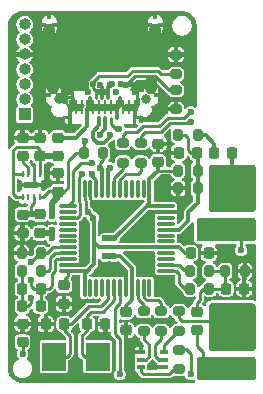
<source format=gbr>
%TF.GenerationSoftware,KiCad,Pcbnew,9.0.4*%
%TF.CreationDate,2025-09-03T13:38:36-07:00*%
%TF.ProjectId,k1-aioc,6b312d61-696f-4632-9e6b-696361645f70,rev?*%
%TF.SameCoordinates,Original*%
%TF.FileFunction,Copper,L1,Top*%
%TF.FilePolarity,Positive*%
%FSLAX46Y46*%
G04 Gerber Fmt 4.6, Leading zero omitted, Abs format (unit mm)*
G04 Created by KiCad (PCBNEW 9.0.4) date 2025-09-03 13:38:36*
%MOMM*%
%LPD*%
G01*
G04 APERTURE LIST*
G04 Aperture macros list*
%AMRoundRect*
0 Rectangle with rounded corners*
0 $1 Rounding radius*
0 $2 $3 $4 $5 $6 $7 $8 $9 X,Y pos of 4 corners*
0 Add a 4 corners polygon primitive as box body*
4,1,4,$2,$3,$4,$5,$6,$7,$8,$9,$2,$3,0*
0 Add four circle primitives for the rounded corners*
1,1,$1+$1,$2,$3*
1,1,$1+$1,$4,$5*
1,1,$1+$1,$6,$7*
1,1,$1+$1,$8,$9*
0 Add four rect primitives between the rounded corners*
20,1,$1+$1,$2,$3,$4,$5,0*
20,1,$1+$1,$4,$5,$6,$7,0*
20,1,$1+$1,$6,$7,$8,$9,0*
20,1,$1+$1,$8,$9,$2,$3,0*%
G04 Aperture macros list end*
%TA.AperFunction,SMDPad,CuDef*%
%ADD10R,0.250000X0.600000*%
%TD*%
%TA.AperFunction,SMDPad,CuDef*%
%ADD11R,1.200000X0.600000*%
%TD*%
%TA.AperFunction,SMDPad,CuDef*%
%ADD12R,0.280000X1.250000*%
%TD*%
%TA.AperFunction,ComponentPad*%
%ADD13C,0.600000*%
%TD*%
%TA.AperFunction,ComponentPad*%
%ADD14O,1.000000X1.600000*%
%TD*%
%TA.AperFunction,ComponentPad*%
%ADD15C,0.800000*%
%TD*%
%TA.AperFunction,SMDPad,CuDef*%
%ADD16RoundRect,0.200000X0.200000X0.275000X-0.200000X0.275000X-0.200000X-0.275000X0.200000X-0.275000X0*%
%TD*%
%TA.AperFunction,SMDPad,CuDef*%
%ADD17RoundRect,0.218750X0.218750X0.256250X-0.218750X0.256250X-0.218750X-0.256250X0.218750X-0.256250X0*%
%TD*%
%TA.AperFunction,SMDPad,CuDef*%
%ADD18RoundRect,0.225000X0.225000X0.250000X-0.225000X0.250000X-0.225000X-0.250000X0.225000X-0.250000X0*%
%TD*%
%TA.AperFunction,SMDPad,CuDef*%
%ADD19RoundRect,0.200000X-0.200000X-0.275000X0.200000X-0.275000X0.200000X0.275000X-0.200000X0.275000X0*%
%TD*%
%TA.AperFunction,SMDPad,CuDef*%
%ADD20RoundRect,0.218750X-0.218750X-0.256250X0.218750X-0.256250X0.218750X0.256250X-0.218750X0.256250X0*%
%TD*%
%TA.AperFunction,SMDPad,CuDef*%
%ADD21RoundRect,0.225000X-0.250000X0.225000X-0.250000X-0.225000X0.250000X-0.225000X0.250000X0.225000X0*%
%TD*%
%TA.AperFunction,SMDPad,CuDef*%
%ADD22RoundRect,0.225000X-0.225000X-0.250000X0.225000X-0.250000X0.225000X0.250000X-0.225000X0.250000X0*%
%TD*%
%TA.AperFunction,SMDPad,CuDef*%
%ADD23RoundRect,0.200000X-0.275000X0.200000X-0.275000X-0.200000X0.275000X-0.200000X0.275000X0.200000X0*%
%TD*%
%TA.AperFunction,SMDPad,CuDef*%
%ADD24RoundRect,0.218750X0.256250X-0.218750X0.256250X0.218750X-0.256250X0.218750X-0.256250X-0.218750X0*%
%TD*%
%TA.AperFunction,SMDPad,CuDef*%
%ADD25RoundRect,0.075000X0.075000X-0.662500X0.075000X0.662500X-0.075000X0.662500X-0.075000X-0.662500X0*%
%TD*%
%TA.AperFunction,SMDPad,CuDef*%
%ADD26RoundRect,0.075000X0.662500X-0.075000X0.662500X0.075000X-0.662500X0.075000X-0.662500X-0.075000X0*%
%TD*%
%TA.AperFunction,SMDPad,CuDef*%
%ADD27RoundRect,0.225000X0.250000X-0.225000X0.250000X0.225000X-0.250000X0.225000X-0.250000X-0.225000X0*%
%TD*%
%TA.AperFunction,SMDPad,CuDef*%
%ADD28R,0.650000X0.400000*%
%TD*%
%TA.AperFunction,ComponentPad*%
%ADD29R,1.000000X1.000000*%
%TD*%
%TA.AperFunction,ComponentPad*%
%ADD30O,1.000000X1.000000*%
%TD*%
%TA.AperFunction,SMDPad,CuDef*%
%ADD31R,2.000000X2.400000*%
%TD*%
%TA.AperFunction,SMDPad,CuDef*%
%ADD32RoundRect,0.200000X0.275000X-0.200000X0.275000X0.200000X-0.275000X0.200000X-0.275000X-0.200000X0*%
%TD*%
%TA.AperFunction,ViaPad*%
%ADD33C,0.600000*%
%TD*%
%TA.AperFunction,Conductor*%
%ADD34C,0.250000*%
%TD*%
%TA.AperFunction,Conductor*%
%ADD35C,0.300000*%
%TD*%
%TA.AperFunction,Conductor*%
%ADD36C,0.500000*%
%TD*%
G04 APERTURE END LIST*
D10*
%TO.P,U1,1,VIN*%
%TO.N,/VIN*%
X106250000Y-93800000D03*
%TO.P,U1,2,GND*%
%TO.N,GND*%
X105750000Y-93800000D03*
%TO.P,U1,3,BYP*%
%TO.N,Net-(U1-BYP)*%
X105250000Y-93800000D03*
%TO.P,U1,4,EN2*%
%TO.N,/VIN*%
X104750000Y-93800000D03*
%TO.P,U1,5,EN1*%
X104750000Y-95700000D03*
%TO.P,U1,6,NC*%
%TO.N,unconnected-(U1-NC-Pad6)*%
X105250000Y-95700000D03*
%TO.P,U1,7,VOUT2*%
%TO.N,Net-(U1-VOUT2)*%
X105750000Y-95700000D03*
%TO.P,U1,8,VOUT1*%
%TO.N,+3V3*%
X106250000Y-95700000D03*
D11*
%TO.P,U1,9,EP*%
%TO.N,GND*%
X105500000Y-94750000D03*
%TD*%
D12*
%TO.P,J1,A1,GND*%
%TO.N,GND*%
X114290000Y-88160000D03*
%TO.P,J1,A2,SSTXp1*%
%TO.N,unconnected-(J1-SSTXp1-PadA2)*%
X113750000Y-88160000D03*
%TO.P,J1,A3,SSTXn1*%
%TO.N,unconnected-(J1-SSTXn1-PadA3)*%
X113250000Y-88160000D03*
%TO.P,J1,A4,VBUS*%
%TO.N,/VBUS*%
X112750000Y-88160000D03*
%TO.P,J1,A5,CC1*%
%TO.N,Net-(J1-CC1)*%
X112250000Y-88160000D03*
%TO.P,J1,A6,DP1*%
%TO.N,/USB-DP*%
X111750000Y-88160000D03*
%TO.P,J1,A7,DN2*%
%TO.N,/USB-DN*%
X111250000Y-88160000D03*
%TO.P,J1,A8,SUB1*%
%TO.N,unconnected-(J1-SUB1-PadA8)*%
X110750000Y-88160000D03*
%TO.P,J1,A9,VBUS*%
%TO.N,/VBUS*%
X110250000Y-88160000D03*
%TO.P,J1,A10,SSRXn2*%
%TO.N,unconnected-(J1-SSRXn2-PadA10)*%
X109750000Y-88160000D03*
%TO.P,J1,A11,SSRXp2*%
%TO.N,unconnected-(J1-SSRXp2-PadA11)*%
X109250000Y-88160000D03*
%TO.P,J1,A12,GND*%
%TO.N,GND*%
X108750000Y-88160000D03*
D13*
%TO.P,J1,B12,GND*%
X114300000Y-86830000D03*
%TO.P,J1,B1,GND*%
X108700000Y-86830000D03*
%TO.P,J1,B2,SSTXp2*%
%TO.N,unconnected-(J1-SSTXp2-PadB2)*%
X109100000Y-86130000D03*
%TO.P,J1,B11,SSRXp1*%
%TO.N,unconnected-(J1-SSRXp1-PadB11)*%
X113900000Y-86130000D03*
%TO.P,J1,B3,SSIXn2*%
%TO.N,unconnected-(J1-SSIXn2-PadB3)*%
X109900000Y-86130000D03*
%TO.P,J1,B10,SSRXn1*%
%TO.N,unconnected-(J1-SSRXn1-PadB10)*%
X113100000Y-86130000D03*
%TO.P,J1,B5,CC2*%
%TO.N,Net-(J1-CC2)*%
X110700000Y-86130000D03*
%TO.P,J1,B8,SUB2*%
%TO.N,unconnected-(J1-SUB2-PadB8)*%
X112300000Y-86130000D03*
%TO.P,J1,B4,VBUS*%
%TO.N,/VBUS*%
X110300000Y-86830000D03*
%TO.P,J1,B9,VBUS*%
X112700000Y-86830000D03*
%TO.P,J1,B6,DP2*%
%TO.N,/USB-DP*%
X111100000Y-86830000D03*
%TO.P,J1,B7,DN2*%
%TO.N,/USB-DN*%
X111900000Y-86830000D03*
D14*
%TO.P,J1,25,25*%
%TO.N,GND*%
X107370000Y-86230000D03*
X115630000Y-86230000D03*
X107010000Y-81840000D03*
X115990000Y-81840000D03*
D15*
%TO.P,J1,*%
%TO.N,*%
X115170000Y-87480000D03*
X107830000Y-87480000D03*
%TD*%
D16*
%TO.P,R2,1*%
%TO.N,Net-(C12-Pad1)*%
X120575000Y-102000000D03*
%TO.P,R2,2*%
%TO.N,/AFOUT*%
X118925000Y-102000000D03*
%TD*%
D17*
%TO.P,D2,1,K*%
%TO.N,Net-(D1-A)*%
X106287500Y-105000000D03*
%TO.P,D2,2,A*%
%TO.N,Net-(D1-K)*%
X104712500Y-105000000D03*
%TD*%
D18*
%TO.P,C11,1*%
%TO.N,/AFIN*%
X119525000Y-92000000D03*
%TO.P,C11,2*%
%TO.N,GND*%
X117975000Y-92000000D03*
%TD*%
D19*
%TO.P,R15,1*%
%TO.N,Net-(D1-K)*%
X104675000Y-102000000D03*
%TO.P,R15,2*%
%TO.N,Net-(U2-PB8)*%
X106325000Y-102000000D03*
%TD*%
D18*
%TO.P,C1,1*%
%TO.N,/OSCIN*%
X108275000Y-106500000D03*
%TO.P,C1,2*%
%TO.N,GND*%
X106725000Y-106500000D03*
%TD*%
D20*
%TO.P,D1,1,K*%
%TO.N,Net-(D1-K)*%
X104712500Y-103500000D03*
%TO.P,D1,2,A*%
%TO.N,Net-(D1-A)*%
X106287500Y-103500000D03*
%TD*%
D21*
%TO.P,C9,1*%
%TO.N,+3.3VA*%
X113500000Y-105475000D03*
%TO.P,C9,2*%
%TO.N,GND*%
X113500000Y-107025000D03*
%TD*%
D22*
%TO.P,C12,1*%
%TO.N,Net-(C12-Pad1)*%
X121975000Y-103500000D03*
%TO.P,C12,2*%
%TO.N,GND*%
X123525000Y-103500000D03*
%TD*%
D23*
%TO.P,R13,1*%
%TO.N,/RADIO-RX-PTT1*%
X118000000Y-108675000D03*
%TO.P,R13,2*%
%TO.N,Net-(Q1B-C2)*%
X118000000Y-110325000D03*
%TD*%
D24*
%TO.P,FB2,1*%
%TO.N,/VBUS*%
X107750000Y-92287500D03*
%TO.P,FB2,2*%
%TO.N,/VIN*%
X107750000Y-90712500D03*
%TD*%
D23*
%TO.P,R8,1*%
%TO.N,/RADIO-RX-PTT1*%
X114750000Y-91175000D03*
%TO.P,R8,2*%
%TO.N,/USART-TX*%
X114750000Y-92825000D03*
%TD*%
%TO.P,R11,1*%
%TO.N,/PTT1*%
X116500000Y-105425000D03*
%TO.P,R11,2*%
%TO.N,Net-(Q1B-B2)*%
X116500000Y-107075000D03*
%TD*%
%TO.P,R9,1*%
%TO.N,/RADIO-TX*%
X113250000Y-91175000D03*
%TO.P,R9,2*%
%TO.N,/USART-RX*%
X113250000Y-92825000D03*
%TD*%
D25*
%TO.P,U2,1,VBAT*%
%TO.N,+3V3*%
X110000000Y-103412500D03*
%TO.P,U2,2,PC13*%
%TO.N,unconnected-(U2-PC13-Pad2)*%
X110500000Y-103412500D03*
%TO.P,U2,3,PC14*%
%TO.N,unconnected-(U2-PC14-Pad3)*%
X111000000Y-103412500D03*
%TO.P,U2,4,PC15*%
%TO.N,unconnected-(U2-PC15-Pad4)*%
X111500000Y-103412500D03*
%TO.P,U2,5,PF0*%
%TO.N,/OSCIN*%
X112000000Y-103412500D03*
%TO.P,U2,6,PF1*%
%TO.N,/OSCOUT*%
X112500000Y-103412500D03*
%TO.P,U2,7,NRST*%
%TO.N,/NRST*%
X113000000Y-103412500D03*
%TO.P,U2,8,VSSA*%
%TO.N,GND*%
X113500000Y-103412500D03*
%TO.P,U2,9,VDDA*%
%TO.N,+3.3VA*%
X114000000Y-103412500D03*
%TO.P,U2,10,PA0*%
%TO.N,/PTT2*%
X114500000Y-103412500D03*
%TO.P,U2,11,PA1*%
%TO.N,/PTT1*%
X115000000Y-103412500D03*
%TO.P,U2,12,PA2*%
%TO.N,unconnected-(U2-PA2-Pad12)*%
X115500000Y-103412500D03*
D26*
%TO.P,U2,13,PA3*%
%TO.N,/DAC_ATTEN*%
X116912500Y-102000000D03*
%TO.P,U2,14,PA4*%
%TO.N,/AFOUT*%
X116912500Y-101500000D03*
%TO.P,U2,15,PA5*%
%TO.N,unconnected-(U2-PA5-Pad15)*%
X116912500Y-101000000D03*
%TO.P,U2,16,PA6*%
%TO.N,unconnected-(U2-PA6-Pad16)*%
X116912500Y-100500000D03*
%TO.P,U2,17,VDD*%
%TO.N,+3V3*%
X116912500Y-100000000D03*
%TO.P,U2,18,PB0*%
%TO.N,unconnected-(U2-PB0-Pad18)*%
X116912500Y-99500000D03*
%TO.P,U2,19,PB1*%
%TO.N,unconnected-(U2-PB1-Pad19)*%
X116912500Y-99000000D03*
%TO.P,U2,20,PB2*%
%TO.N,/AFIN*%
X116912500Y-98500000D03*
%TO.P,U2,21,PE8*%
%TO.N,unconnected-(U2-PE8-Pad21)*%
X116912500Y-98000000D03*
%TO.P,U2,22,PE9*%
%TO.N,unconnected-(U2-PE9-Pad22)*%
X116912500Y-97500000D03*
%TO.P,U2,23,VSSSD*%
%TO.N,GND*%
X116912500Y-97000000D03*
%TO.P,U2,24,VDDSD*%
%TO.N,+3.3VA*%
X116912500Y-96500000D03*
D25*
%TO.P,U2,25,VREFSD+*%
X115500000Y-95087500D03*
%TO.P,U2,26,PB14*%
%TO.N,unconnected-(U2-PB14-Pad26)*%
X115000000Y-95087500D03*
%TO.P,U2,27,PB15*%
%TO.N,unconnected-(U2-PB15-Pad27)*%
X114500000Y-95087500D03*
%TO.P,U2,28,PD8*%
%TO.N,unconnected-(U2-PD8-Pad28)*%
X114000000Y-95087500D03*
%TO.P,U2,29,PA8*%
%TO.N,unconnected-(U2-PA8-Pad29)*%
X113500000Y-95087500D03*
%TO.P,U2,30,PA9*%
%TO.N,/USART-TX*%
X113000000Y-95087500D03*
%TO.P,U2,31,PA10*%
%TO.N,/USART-RX*%
X112500000Y-95087500D03*
%TO.P,U2,32,PA11*%
%TO.N,/USB-DN*%
X112000000Y-95087500D03*
%TO.P,U2,33,PA12*%
%TO.N,/USB-DP*%
X111500000Y-95087500D03*
%TO.P,U2,34,PA13*%
%TO.N,/SWDIO*%
X111000000Y-95087500D03*
%TO.P,U2,35,PF6*%
%TO.N,GND*%
X110500000Y-95087500D03*
%TO.P,U2,36,PF7*%
%TO.N,+3V3*%
X110000000Y-95087500D03*
D26*
%TO.P,U2,37,PA14*%
%TO.N,/SWCLK*%
X108587500Y-96500000D03*
%TO.P,U2,38,PA15*%
%TO.N,unconnected-(U2-PA15-Pad38)*%
X108587500Y-97000000D03*
%TO.P,U2,39,PB3*%
%TO.N,/SWO*%
X108587500Y-97500000D03*
%TO.P,U2,40,PB4*%
%TO.N,unconnected-(U2-PB4-Pad40)*%
X108587500Y-98000000D03*
%TO.P,U2,41,PB5*%
%TO.N,unconnected-(U2-PB5-Pad41)*%
X108587500Y-98500000D03*
%TO.P,U2,42,PB6*%
%TO.N,unconnected-(U2-PB6-Pad42)*%
X108587500Y-99000000D03*
%TO.P,U2,43,PB7*%
%TO.N,unconnected-(U2-PB7-Pad43)*%
X108587500Y-99500000D03*
%TO.P,U2,44,BOOT0*%
%TO.N,/BOOT0*%
X108587500Y-100000000D03*
%TO.P,U2,45,PB8*%
%TO.N,Net-(U2-PB8)*%
X108587500Y-100500000D03*
%TO.P,U2,46,PB9*%
%TO.N,Net-(D1-A)*%
X108587500Y-101000000D03*
%TO.P,U2,47,VSS*%
%TO.N,GND*%
X108587500Y-101500000D03*
%TO.P,U2,48,VDD*%
%TO.N,+3V3*%
X108587500Y-102000000D03*
%TD*%
D27*
%TO.P,C6,1*%
%TO.N,/VIN*%
X106250000Y-92275000D03*
%TO.P,C6,2*%
%TO.N,GND*%
X106250000Y-90725000D03*
%TD*%
D16*
%TO.P,R4,1*%
%TO.N,GND*%
X123575000Y-102000000D03*
%TO.P,R4,2*%
%TO.N,Net-(C12-Pad1)*%
X121925000Y-102000000D03*
%TD*%
D24*
%TO.P,FB1,1*%
%TO.N,+3.3VA*%
X106250000Y-98787500D03*
%TO.P,FB1,2*%
%TO.N,Net-(U1-VOUT2)*%
X106250000Y-97212500D03*
%TD*%
D27*
%TO.P,C3,1*%
%TO.N,Net-(U1-BYP)*%
X104750000Y-92275000D03*
%TO.P,C3,2*%
%TO.N,GND*%
X104750000Y-90725000D03*
%TD*%
D22*
%TO.P,C2,1*%
%TO.N,/OSCOUT*%
X110225000Y-106500000D03*
%TO.P,C2,2*%
%TO.N,GND*%
X111775000Y-106500000D03*
%TD*%
D23*
%TO.P,R10,1*%
%TO.N,/PTT2*%
X115000000Y-105425000D03*
%TO.P,R10,2*%
%TO.N,Net-(Q1A-B1)*%
X115000000Y-107075000D03*
%TD*%
D27*
%TO.P,C4,1*%
%TO.N,+3V3*%
X107750000Y-95275000D03*
%TO.P,C4,2*%
%TO.N,GND*%
X107750000Y-93725000D03*
%TD*%
D19*
%TO.P,R1,1*%
%TO.N,+3V3*%
X109925000Y-92000000D03*
%TO.P,R1,2*%
%TO.N,/USB-DP*%
X111575000Y-92000000D03*
%TD*%
D21*
%TO.P,C5,1*%
%TO.N,Net-(U1-VOUT2)*%
X104750000Y-97225000D03*
%TO.P,C5,2*%
%TO.N,GND*%
X104750000Y-98775000D03*
%TD*%
D28*
%TO.P,Q1,1,E1*%
%TO.N,GND*%
X114800000Y-108850000D03*
%TO.P,Q1,2,B1*%
%TO.N,Net-(Q1A-B1)*%
X114800000Y-109500000D03*
%TO.P,Q1,3,C2*%
%TO.N,Net-(Q1B-C2)*%
X114800000Y-110150000D03*
%TO.P,Q1,4,E2*%
%TO.N,GND*%
X116700000Y-110150000D03*
%TO.P,Q1,5,B2*%
%TO.N,Net-(Q1B-B2)*%
X116700000Y-109500000D03*
%TO.P,Q1,6,C1*%
%TO.N,Net-(Q1A-C1)*%
X116700000Y-108850000D03*
%TD*%
D22*
%TO.P,C14,1*%
%TO.N,Net-(C14-Pad1)*%
X120975000Y-92000000D03*
%TO.P,C14,2*%
%TO.N,/RADIO-SPK*%
X122525000Y-92000000D03*
%TD*%
D16*
%TO.P,R17,1*%
%TO.N,Net-(C12-Pad1)*%
X120575000Y-103500000D03*
%TO.P,R17,2*%
%TO.N,/DAC_ATTEN*%
X118925000Y-103500000D03*
%TD*%
D19*
%TO.P,R5,1*%
%TO.N,/AFIN*%
X117925000Y-90500000D03*
%TO.P,R5,2*%
%TO.N,Net-(C14-Pad1)*%
X119575000Y-90500000D03*
%TD*%
D27*
%TO.P,C15,1*%
%TO.N,/NRST*%
X104750000Y-108025000D03*
%TO.P,C15,2*%
%TO.N,GND*%
X104750000Y-106475000D03*
%TD*%
D22*
%TO.P,C7,1*%
%TO.N,+3V3*%
X118975000Y-100500000D03*
%TO.P,C7,2*%
%TO.N,GND*%
X120525000Y-100500000D03*
%TD*%
D29*
%TO.P,J2,1,Pin_1*%
%TO.N,/BOOT0*%
X104925000Y-88750000D03*
D30*
%TO.P,J2,2,Pin_2*%
%TO.N,/SWO*%
X104925000Y-87480000D03*
%TO.P,J2,3,Pin_3*%
%TO.N,/NRST*%
X104925000Y-86210000D03*
%TO.P,J2,4,Pin_4*%
%TO.N,/SWDIO*%
X104925000Y-84940000D03*
%TO.P,J2,5,Pin_5*%
%TO.N,GND*%
X104925000Y-83670000D03*
%TO.P,J2,6,Pin_6*%
%TO.N,/SWCLK*%
X104925000Y-82400000D03*
%TO.P,J2,7,Pin_7*%
%TO.N,+3V3*%
X104925000Y-81130000D03*
%TD*%
D21*
%TO.P,C8,1*%
%TO.N,+3V3*%
X108250000Y-103225000D03*
%TO.P,C8,2*%
%TO.N,GND*%
X108250000Y-104775000D03*
%TD*%
D19*
%TO.P,R16,1*%
%TO.N,+3.3VA*%
X117925000Y-93500000D03*
%TO.P,R16,2*%
%TO.N,/AFIN*%
X119575000Y-93500000D03*
%TD*%
%TO.P,R3,1*%
%TO.N,GND*%
X117925000Y-95000000D03*
%TO.P,R3,2*%
%TO.N,/AFIN*%
X119575000Y-95000000D03*
%TD*%
D27*
%TO.P,C10,1*%
%TO.N,+3.3VA*%
X116250000Y-92775000D03*
%TO.P,C10,2*%
%TO.N,GND*%
X116250000Y-91225000D03*
%TD*%
D19*
%TO.P,R14,1*%
%TO.N,GND*%
X104675000Y-100500000D03*
%TO.P,R14,2*%
%TO.N,/BOOT0*%
X106325000Y-100500000D03*
%TD*%
D23*
%TO.P,R6,1*%
%TO.N,GND*%
X117750000Y-83675000D03*
%TO.P,R6,2*%
%TO.N,Net-(J1-CC2)*%
X117750000Y-85325000D03*
%TD*%
D21*
%TO.P,C13,1*%
%TO.N,Net-(C12-Pad1)*%
X119500000Y-105475000D03*
%TO.P,C13,2*%
%TO.N,/RADIO-MIC*%
X119500000Y-107025000D03*
%TD*%
D31*
%TO.P,Y1,1,1*%
%TO.N,/OSCIN*%
X107400000Y-109250000D03*
%TO.P,Y1,2,2*%
%TO.N,/OSCOUT*%
X111100000Y-109250000D03*
%TD*%
D23*
%TO.P,R12,1*%
%TO.N,/RADIO-VP-PTT2*%
X118000000Y-105425000D03*
%TO.P,R12,2*%
%TO.N,Net-(Q1A-C1)*%
X118000000Y-107075000D03*
%TD*%
D32*
%TO.P,R7,1*%
%TO.N,Net-(J1-CC1)*%
X117750000Y-88325000D03*
%TO.P,R7,2*%
%TO.N,GND*%
X117750000Y-86675000D03*
%TD*%
D33*
%TO.N,GND*%
X114250000Y-106250000D03*
X115500000Y-97500000D03*
X113000270Y-83951369D03*
X105800000Y-94750000D03*
X116500000Y-94500000D03*
X118950000Y-83250000D03*
X107750000Y-107500000D03*
X115000000Y-102000000D03*
X113000000Y-96500000D03*
X110000000Y-100250000D03*
X118950000Y-84750000D03*
X109250000Y-103750000D03*
X112250000Y-102000000D03*
X107250000Y-89750000D03*
X113750000Y-110000000D03*
X110750000Y-107500000D03*
X112000000Y-97500000D03*
X105250000Y-89769502D03*
X105500000Y-98000000D03*
X110000000Y-98250000D03*
X114000000Y-99000000D03*
X116000270Y-83951369D03*
X117000000Y-92000000D03*
X109250000Y-102750000D03*
X114500000Y-101000000D03*
X107000000Y-83950000D03*
X105500000Y-99750000D03*
X117250000Y-103750000D03*
X110000000Y-101000000D03*
X106750000Y-107500000D03*
X114000000Y-92000000D03*
X113000000Y-97500000D03*
X113000000Y-102000000D03*
X106250000Y-89750000D03*
X114500000Y-86250000D03*
X107250000Y-104750000D03*
X121750000Y-100500000D03*
X116500000Y-95500000D03*
X111750000Y-107502432D03*
X114750000Y-98250000D03*
X115750000Y-110000000D03*
X114000000Y-96500000D03*
X113750000Y-108500000D03*
X114499400Y-83950576D03*
X112000000Y-96500000D03*
X108500270Y-83951369D03*
X105200000Y-94750000D03*
X116500000Y-103000000D03*
X111500270Y-83951369D03*
X122750000Y-101250000D03*
X115500000Y-99000000D03*
X109250000Y-110000000D03*
X111000000Y-96500000D03*
X115500000Y-101000000D03*
X111500000Y-102000000D03*
X118950000Y-86250000D03*
X109250000Y-104750000D03*
X115500000Y-92000000D03*
X118950000Y-87750000D03*
X110000270Y-83951369D03*
X122750000Y-102750000D03*
X115750000Y-106250000D03*
%TO.N,/SWCLK*%
X110600000Y-92866006D03*
%TO.N,/SWDIO*%
X110600000Y-93774076D03*
%TO.N,/USB-DP*%
X111350000Y-86250000D03*
X111350000Y-90500000D03*
X111350000Y-93250000D03*
%TO.N,/USB-DN*%
X112150000Y-86250000D03*
X112150000Y-90500000D03*
X112150000Y-93250000D03*
%TO.N,+3V3*%
X110274500Y-97000000D03*
X110000000Y-91000000D03*
X110750000Y-97500000D03*
X107250000Y-96650000D03*
X107250000Y-97350000D03*
%TO.N,+3.3VA*%
X111750000Y-99250000D03*
X112500000Y-99250000D03*
X107250000Y-99250000D03*
X111750000Y-100750000D03*
X107250000Y-98550000D03*
X112500000Y-100750000D03*
%TO.N,GND*%
X113500000Y-86250000D03*
X112899500Y-89942499D03*
%TO.N,/RADIO-RX-PTT1*%
X119000000Y-110750000D03*
X119011829Y-89364195D03*
%TO.N,/RADIO-TX*%
X123250000Y-100250000D03*
X119003182Y-88547732D03*
%TO.N,/NRST*%
X113000000Y-110750000D03*
X104750000Y-109000000D03*
%TO.N,/SWO*%
X109750000Y-93819338D03*
%TO.N,/BOOT0*%
X105500000Y-101250000D03*
%TO.N,Net-(D1-K)*%
X105500000Y-104250000D03*
%TO.N,Net-(D1-A)*%
X105500000Y-102750000D03*
%TD*%
D34*
%TO.N,/VIN*%
X104200000Y-95700000D02*
X103950000Y-95450000D01*
X104750000Y-95700000D02*
X104200000Y-95700000D01*
X104050000Y-93800000D02*
X103950000Y-93700000D01*
X104750000Y-93800000D02*
X104050000Y-93800000D01*
%TO.N,GND*%
X108750000Y-89020000D02*
X108750000Y-88416813D01*
D35*
X113500000Y-102500000D02*
X113500000Y-103412500D01*
D34*
X105750000Y-93775000D02*
X105750000Y-94700000D01*
D35*
X123525000Y-103500000D02*
X123525000Y-102050000D01*
X113000000Y-102000000D02*
X113500000Y-102500000D01*
D34*
X105750000Y-94700000D02*
X105800000Y-94750000D01*
D35*
X109500000Y-101500000D02*
X110000000Y-101000000D01*
D34*
X114500000Y-87320000D02*
X114500000Y-87916813D01*
X109000000Y-87320000D02*
X109000000Y-88166813D01*
X114500000Y-87916813D02*
X114250000Y-88166813D01*
X114250000Y-89020000D02*
X114250000Y-88166813D01*
X123525000Y-102050000D02*
X123575000Y-102000000D01*
X108750000Y-88416813D02*
X109000000Y-88166813D01*
D35*
X108587500Y-101500000D02*
X109500000Y-101500000D01*
D34*
%TO.N,/OSCIN*%
X108750000Y-107500000D02*
X108750000Y-109000000D01*
X108500000Y-109250000D02*
X107400000Y-109250000D01*
X108863604Y-106500000D02*
X108472183Y-106500000D01*
X108275000Y-106750000D02*
X108275000Y-107025000D01*
X110363604Y-105000000D02*
X108863604Y-106500000D01*
X112000000Y-104363604D02*
X111363604Y-105000000D01*
X108750000Y-109000000D02*
X108500000Y-109250000D01*
X112000000Y-103412500D02*
X112000000Y-104363604D01*
X108275000Y-107025000D02*
X108750000Y-107500000D01*
X111363604Y-105000000D02*
X110363604Y-105000000D01*
X108525000Y-106500000D02*
X108275000Y-106750000D01*
%TO.N,/OSCOUT*%
X112500000Y-104500000D02*
X111550000Y-105450000D01*
X109750000Y-107500000D02*
X109750000Y-109000000D01*
X110225000Y-107025000D02*
X109750000Y-107500000D01*
X112500000Y-103412500D02*
X112500000Y-104500000D01*
X110225000Y-105775000D02*
X110225000Y-107025000D01*
X110000000Y-109250000D02*
X111100000Y-109250000D01*
X111550000Y-105450000D02*
X110550000Y-105450000D01*
X110550000Y-105450000D02*
X110225000Y-105775000D01*
X109750000Y-109000000D02*
X110000000Y-109250000D01*
%TO.N,/SWCLK*%
X109050000Y-96037500D02*
X108587500Y-96500000D01*
X110600000Y-92866006D02*
X109743948Y-92866006D01*
X109743948Y-92866006D02*
X109050000Y-93559954D01*
X109050000Y-93559954D02*
X109050000Y-96037500D01*
%TO.N,/SWDIO*%
X110499747Y-93784062D02*
X111000000Y-94284315D01*
X111000000Y-94284315D02*
X111000000Y-95087500D01*
%TO.N,/USB-DP*%
X111575000Y-92625000D02*
X111575000Y-92000000D01*
D35*
X111350000Y-90380761D02*
X111350000Y-90500000D01*
X111500000Y-87320000D02*
X111500000Y-86400000D01*
D34*
X111350000Y-93250000D02*
X111350000Y-92850000D01*
D35*
X111500000Y-86400000D02*
X111350000Y-86250000D01*
D34*
X111350000Y-92850000D02*
X111575000Y-92625000D01*
D35*
X111500000Y-95087500D02*
X111500000Y-93400000D01*
X111750000Y-89020000D02*
X111750000Y-89980761D01*
X111500000Y-93400000D02*
X111350000Y-93250000D01*
X111750000Y-89980761D02*
X111350000Y-90380761D01*
%TO.N,/USB-DN*%
X112000000Y-95087500D02*
X112000000Y-93400000D01*
X110700000Y-90769239D02*
X111080761Y-91150000D01*
X112000000Y-86400000D02*
X112150000Y-86250000D01*
X111619239Y-91150000D02*
X112150000Y-90619239D01*
X111080761Y-91150000D02*
X111619239Y-91150000D01*
X112000000Y-87320000D02*
X112000000Y-86400000D01*
X111250000Y-89020000D02*
X111250000Y-89680761D01*
X112000000Y-93400000D02*
X112150000Y-93250000D01*
X110700000Y-90230761D02*
X110700000Y-90769239D01*
X111250000Y-89680761D02*
X110700000Y-90230761D01*
X112150000Y-90619239D02*
X112150000Y-90500000D01*
D34*
%TO.N,Net-(U1-BYP)*%
X105250000Y-93775000D02*
X105250000Y-93250000D01*
X105250000Y-93250000D02*
X104750000Y-92750000D01*
X104750000Y-92750000D02*
X104750000Y-92275000D01*
%TO.N,+3V3*%
X110100000Y-96850000D02*
X110750000Y-97500000D01*
D35*
X110000000Y-102250000D02*
X110500000Y-101750000D01*
X110800000Y-99300000D02*
X110800000Y-101450000D01*
D34*
X108250000Y-102750000D02*
X108587500Y-102412500D01*
X106525000Y-95725000D02*
X107000000Y-95250000D01*
D35*
X110250000Y-102000000D02*
X108587500Y-102000000D01*
X110800000Y-99550000D02*
X110800000Y-99300000D01*
D34*
X109925000Y-92000000D02*
X109925000Y-91075000D01*
D36*
X107250000Y-96250000D02*
X107750000Y-95750000D01*
D34*
X107725000Y-95250000D02*
X107750000Y-95275000D01*
D35*
X118000000Y-100000000D02*
X116912500Y-100000000D01*
D34*
X110000000Y-95087500D02*
X110000000Y-95972919D01*
X108600000Y-92650000D02*
X109250000Y-92000000D01*
D35*
X110274500Y-97000000D02*
X110800000Y-97525500D01*
D34*
X109925000Y-91075000D02*
X110000000Y-91000000D01*
D35*
X116912500Y-100000000D02*
X111250000Y-100000000D01*
X111250000Y-100000000D02*
X110800000Y-99550000D01*
D36*
X107250000Y-97350000D02*
X107250000Y-96250000D01*
D35*
X110800000Y-97525500D02*
X110800000Y-99300000D01*
D34*
X106250000Y-95725000D02*
X106525000Y-95725000D01*
D36*
X107750000Y-95750000D02*
X107750000Y-95275000D01*
D35*
X118500000Y-100500000D02*
X118000000Y-100000000D01*
D34*
X108250000Y-95275000D02*
X108600000Y-94925000D01*
D35*
X110500000Y-101750000D02*
X110250000Y-102000000D01*
X118975000Y-100500000D02*
X118500000Y-100500000D01*
D34*
X110000000Y-95972919D02*
X110100000Y-96072919D01*
X108250000Y-103225000D02*
X108250000Y-102750000D01*
X107000000Y-95250000D02*
X107725000Y-95250000D01*
D35*
X110000000Y-103412500D02*
X110000000Y-102250000D01*
X110800000Y-101450000D02*
X110500000Y-101750000D01*
D34*
X107750000Y-95275000D02*
X108250000Y-95275000D01*
X109250000Y-92000000D02*
X109925000Y-92000000D01*
X108600000Y-94925000D02*
X108600000Y-92650000D01*
X110100000Y-96072919D02*
X110100000Y-96850000D01*
X108587500Y-102412500D02*
X108587500Y-102000000D01*
D36*
%TO.N,+3.3VA*%
X107250000Y-98550000D02*
X107250000Y-99000000D01*
D35*
X116000000Y-96500000D02*
X115250000Y-96500000D01*
X112500000Y-100750000D02*
X113000000Y-100750000D01*
D36*
X112500000Y-100750000D02*
X111750000Y-100750000D01*
D34*
X117925000Y-93500000D02*
X116250000Y-93500000D01*
D35*
X114000000Y-103412500D02*
X114000000Y-104500000D01*
X115500000Y-95087500D02*
X115500000Y-96250000D01*
X116912500Y-96500000D02*
X116000000Y-96500000D01*
X113000000Y-100750000D02*
X114000000Y-101750000D01*
D36*
X107037500Y-98787500D02*
X107250000Y-99000000D01*
D35*
X115250000Y-96500000D02*
X113250000Y-98500000D01*
X116250000Y-93500000D02*
X116250000Y-92862500D01*
D36*
X112500000Y-99250000D02*
X111750000Y-99250000D01*
D35*
X113250000Y-98500000D02*
X112500000Y-99250000D01*
X113500000Y-105000000D02*
X113500000Y-105387500D01*
X115500000Y-95087500D02*
X115500000Y-94250000D01*
X114000000Y-101750000D02*
X114000000Y-103412500D01*
D36*
X106250000Y-98787500D02*
X107037500Y-98787500D01*
X107250000Y-99000000D02*
X107250000Y-99250000D01*
D35*
X115500000Y-94250000D02*
X116250000Y-93500000D01*
X114000000Y-104500000D02*
X113500000Y-105000000D01*
X115500000Y-96250000D02*
X115250000Y-96500000D01*
D34*
%TO.N,/VIN*%
X103950000Y-91800000D02*
X104250000Y-91500000D01*
X103950000Y-93700000D02*
X103950000Y-91800000D01*
D36*
X106262500Y-92287500D02*
X106250000Y-92275000D01*
X107750000Y-92287500D02*
X106262500Y-92287500D01*
D34*
X104250000Y-91500000D02*
X106000000Y-91500000D01*
X103950000Y-95450000D02*
X103950000Y-93700000D01*
X106000000Y-91500000D02*
X106250000Y-91750000D01*
X106250000Y-91750000D02*
X106250000Y-92275000D01*
X106250000Y-93775000D02*
X106250000Y-92275000D01*
D35*
%TO.N,/VBUS*%
X110500000Y-88040000D02*
X113000000Y-88040000D01*
X109257500Y-90712500D02*
X108250000Y-90712500D01*
X110250000Y-89020000D02*
X110250000Y-89720000D01*
X110500000Y-87320000D02*
X110500000Y-88040000D01*
X110500000Y-88040000D02*
X110250000Y-88290000D01*
X112750000Y-89020000D02*
X112750000Y-88290000D01*
X113000000Y-87320000D02*
X113000000Y-88040000D01*
X112750000Y-88290000D02*
X113000000Y-88040000D01*
X110250000Y-89020000D02*
X110250000Y-88290000D01*
X110250000Y-89720000D02*
X109257500Y-90712500D01*
X112750000Y-88290000D02*
X110250000Y-88290000D01*
D34*
%TO.N,Net-(C12-Pad1)*%
X120575000Y-102000000D02*
X121925000Y-102000000D01*
X120575000Y-103500000D02*
X121975000Y-103500000D01*
X119500000Y-105475000D02*
X119500000Y-104750000D01*
X121925000Y-102000000D02*
X121925000Y-103450000D01*
X119500000Y-104750000D02*
X119750000Y-104500000D01*
X119750000Y-104500000D02*
X119750000Y-103750000D01*
X120000000Y-103500000D02*
X120575000Y-103500000D01*
X119750000Y-103750000D02*
X120000000Y-103500000D01*
X121925000Y-103450000D02*
X121975000Y-103500000D01*
D35*
%TO.N,Net-(C14-Pad1)*%
X120975000Y-91225000D02*
X120250000Y-90500000D01*
X120250000Y-90500000D02*
X119575000Y-90500000D01*
X120975000Y-92000000D02*
X120975000Y-91225000D01*
D34*
%TO.N,*%
X116186396Y-85050000D02*
X116461396Y-85325000D01*
X111000000Y-86783884D02*
X110725000Y-86508884D01*
X110725000Y-86508884D02*
X110725000Y-85991116D01*
X110725000Y-85991116D02*
X111216116Y-85500000D01*
X114063604Y-85050000D02*
X116186396Y-85050000D01*
X116461396Y-85325000D02*
X117750000Y-85325000D01*
X113613604Y-85500000D02*
X114063604Y-85050000D01*
X111216116Y-85500000D02*
X113613604Y-85500000D01*
X111000000Y-87320000D02*
X111000000Y-86783884D01*
X114250000Y-85500000D02*
X116000000Y-85500000D01*
X112649500Y-89942499D02*
X112250000Y-89542999D01*
X112250000Y-89542999D02*
X112250000Y-89020000D01*
X117175000Y-86675000D02*
X117750000Y-86675000D01*
X116000000Y-85500000D02*
X117175000Y-86675000D01*
X113500000Y-86250000D02*
X114250000Y-85500000D01*
%TO.N,/USART-RX*%
X112500000Y-94113604D02*
X113250000Y-93363604D01*
X113250000Y-93363604D02*
X113250000Y-92912500D01*
X112500000Y-95087500D02*
X112500000Y-94113604D01*
%TO.N,Net-(Q1B-C2)*%
X117162500Y-110750000D02*
X117500000Y-110412500D01*
X114800000Y-110150000D02*
X114800000Y-110550000D01*
X114800000Y-110550000D02*
X115000000Y-110750000D01*
X115000000Y-110750000D02*
X117162500Y-110750000D01*
X117500000Y-110412500D02*
X118000000Y-110412500D01*
%TO.N,Net-(Q1A-C1)*%
X117925000Y-107075000D02*
X118000000Y-107075000D01*
X116700000Y-108850000D02*
X116700000Y-108300000D01*
X116700000Y-108300000D02*
X117925000Y-107075000D01*
%TO.N,/USART-TX*%
X113500000Y-93750000D02*
X114500000Y-93750000D01*
X114750000Y-93500000D02*
X114750000Y-92912500D01*
X113000000Y-94250000D02*
X113500000Y-93750000D01*
X114500000Y-93750000D02*
X114750000Y-93500000D01*
X113000000Y-95087500D02*
X113000000Y-94250000D01*
%TO.N,/PTT1*%
X116500000Y-104750000D02*
X116500000Y-105337500D01*
X115250000Y-104500000D02*
X116250000Y-104500000D01*
X116250000Y-104500000D02*
X116500000Y-104750000D01*
X115000000Y-104250000D02*
X115250000Y-104500000D01*
X115000000Y-103412500D02*
X115000000Y-104250000D01*
%TO.N,/PTT2*%
X115000000Y-104886396D02*
X115000000Y-105425000D01*
X114500000Y-103412500D02*
X114500000Y-104386396D01*
X114500000Y-104386396D02*
X115000000Y-104886396D01*
D35*
%TO.N,/AFIN*%
X118750000Y-97750000D02*
X118750000Y-97050000D01*
D34*
X119000000Y-92000000D02*
X119525000Y-92000000D01*
X117925000Y-90500000D02*
X118500000Y-90500000D01*
X118750000Y-90750000D02*
X118750000Y-91750000D01*
D35*
X118000000Y-98500000D02*
X118750000Y-97750000D01*
X119575000Y-92050000D02*
X119525000Y-92000000D01*
X118750000Y-97050000D02*
X119575000Y-96225000D01*
X119575000Y-96225000D02*
X119575000Y-93500000D01*
X119575000Y-93500000D02*
X119575000Y-92050000D01*
X116912500Y-98500000D02*
X118000000Y-98500000D01*
D34*
X118750000Y-91750000D02*
X119000000Y-92000000D01*
X118500000Y-90500000D02*
X118750000Y-90750000D01*
%TO.N,/RADIO-MIC*%
X119500000Y-108375000D02*
X120000000Y-108875000D01*
X119500000Y-107025000D02*
X119500000Y-108375000D01*
X120000000Y-108875000D02*
X120000000Y-109750000D01*
D35*
%TO.N,/RADIO-SPK*%
X122525000Y-92000000D02*
X122525000Y-93975000D01*
D34*
X122525000Y-93975000D02*
X122500000Y-94000000D01*
%TO.N,/AFOUT*%
X118000000Y-101500000D02*
X118425000Y-101925000D01*
X116912500Y-101500000D02*
X118000000Y-101500000D01*
X118425000Y-101925000D02*
X119000000Y-101925000D01*
%TO.N,/RADIO-RX-PTT1*%
X115116116Y-90250000D02*
X114750000Y-90616116D01*
X118628536Y-89500000D02*
X117216682Y-89500000D01*
X119011829Y-89364195D02*
X118764341Y-89364195D01*
X117216682Y-89500000D02*
X116466682Y-90250000D01*
X119000000Y-110750000D02*
X119000000Y-109000000D01*
X118587500Y-108587500D02*
X118000000Y-108587500D01*
X116466682Y-90250000D02*
X115116116Y-90250000D01*
X114750000Y-90616116D02*
X114750000Y-91087500D01*
X118764341Y-89364195D02*
X118628536Y-89500000D01*
X119000000Y-109000000D02*
X118587500Y-108587500D01*
%TO.N,/RADIO-TX*%
X123250000Y-100250000D02*
X123250000Y-98750000D01*
X117030286Y-89050000D02*
X118442140Y-89050000D01*
X113500000Y-90250000D02*
X114479720Y-90250000D01*
X118944408Y-88547732D02*
X119003182Y-88547732D01*
X114479720Y-90250000D02*
X114979720Y-89750000D01*
X113250000Y-91087500D02*
X113250000Y-90500000D01*
X118442140Y-89050000D02*
X118944408Y-88547732D01*
X116330286Y-89750000D02*
X117030286Y-89050000D01*
X114979720Y-89750000D02*
X116330286Y-89750000D01*
X113250000Y-90500000D02*
X113500000Y-90250000D01*
%TO.N,/RADIO-VP-PTT2*%
X118250000Y-106250000D02*
X122000000Y-106250000D01*
X118000000Y-105337500D02*
X118000000Y-106000000D01*
X118000000Y-106000000D02*
X118250000Y-106250000D01*
%TO.N,/NRST*%
X112600000Y-105122183D02*
X113000000Y-104722183D01*
X112600000Y-107377817D02*
X112600000Y-105122183D01*
X104750000Y-109000000D02*
X104750000Y-108025000D01*
X113000000Y-110750000D02*
X113000000Y-107777817D01*
X113000000Y-107777817D02*
X112600000Y-107377817D01*
X113000000Y-104722183D02*
X113000000Y-103412500D01*
%TO.N,/SWO*%
X109390685Y-97500000D02*
X108587500Y-97500000D01*
X109750000Y-93819338D02*
X109525000Y-94044338D01*
X109525000Y-96134315D02*
X109650000Y-96259315D01*
X109525000Y-94044338D02*
X109525000Y-96134315D01*
X109650000Y-96259315D02*
X109650000Y-97240685D01*
X109650000Y-97240685D02*
X109390685Y-97500000D01*
%TO.N,/BOOT0*%
X107363604Y-100000000D02*
X106863604Y-100500000D01*
X108587500Y-100000000D02*
X107363604Y-100000000D01*
X106863604Y-100500000D02*
X106325000Y-100500000D01*
X105500000Y-101250000D02*
X106250000Y-100500000D01*
X106250000Y-100500000D02*
X106325000Y-100500000D01*
%TO.N,Net-(D1-K)*%
X105250000Y-105000000D02*
X104712500Y-105000000D01*
X105500000Y-104750000D02*
X105250000Y-105000000D01*
X104712500Y-105050000D02*
X104712500Y-102087500D01*
X105500000Y-104250000D02*
X105500000Y-104750000D01*
X104712500Y-102087500D02*
X104675000Y-102050000D01*
%TO.N,Net-(D1-A)*%
X106287500Y-105050000D02*
X106287500Y-103550000D01*
X107000000Y-103500000D02*
X106287500Y-103500000D01*
X107250000Y-103250000D02*
X107000000Y-103500000D01*
X107250000Y-102286396D02*
X107250000Y-103250000D01*
X105750000Y-103500000D02*
X106287500Y-103500000D01*
X105500000Y-103250000D02*
X105750000Y-103500000D01*
X107525000Y-102011396D02*
X107250000Y-102286396D01*
X105500000Y-102750000D02*
X105500000Y-103250000D01*
X107525000Y-101111396D02*
X107525000Y-102011396D01*
X108587500Y-101000000D02*
X107636396Y-101000000D01*
X107636396Y-101000000D02*
X107525000Y-101111396D01*
%TO.N,Net-(U2-PB8)*%
X106900000Y-102000000D02*
X106325000Y-102000000D01*
X108587500Y-100500000D02*
X107500000Y-100500000D01*
X107500000Y-100500000D02*
X107075000Y-100925000D01*
X107075000Y-100925000D02*
X107075000Y-101825000D01*
X107075000Y-101825000D02*
X106900000Y-102000000D01*
%TO.N,Net-(Q1A-B1)*%
X115000000Y-107075000D02*
X115000000Y-107750000D01*
X115224695Y-109500000D02*
X115500000Y-109224695D01*
X114800000Y-109500000D02*
X115224695Y-109500000D01*
X115000000Y-107750000D02*
X115500000Y-108250000D01*
X115500000Y-109224695D02*
X115500000Y-108250000D01*
%TO.N,Net-(Q1B-B2)*%
X116700000Y-109500000D02*
X116310661Y-109500000D01*
X116000000Y-109189339D02*
X116000000Y-108250000D01*
X116500000Y-107075000D02*
X116500000Y-107750000D01*
X116310661Y-109500000D02*
X116000000Y-109189339D01*
X116500000Y-107750000D02*
X116000000Y-108250000D01*
%TO.N,Net-(U1-VOUT2)*%
X105500000Y-96500000D02*
X105500000Y-97175000D01*
X105750000Y-95725000D02*
X105750000Y-96250000D01*
X105500000Y-97175000D02*
X105537500Y-97212500D01*
D36*
X106250000Y-97212500D02*
X105537500Y-97212500D01*
X105537500Y-97212500D02*
X104762500Y-97212500D01*
X104762500Y-97212500D02*
X104750000Y-97225000D01*
D34*
X105750000Y-96250000D02*
X105500000Y-96500000D01*
%TO.N,/DAC_ATTEN*%
X116912500Y-102000000D02*
X117750000Y-102000000D01*
X117750000Y-102000000D02*
X118000000Y-102250000D01*
X118500000Y-103500000D02*
X118925000Y-103500000D01*
X118000000Y-102250000D02*
X118000000Y-103000000D01*
X118000000Y-103000000D02*
X118500000Y-103500000D01*
%TD*%
%TA.AperFunction,Conductor*%
%TO.N,GND*%
G36*
X103679593Y-95633725D02*
G01*
X103685236Y-95642416D01*
X103688117Y-95647406D01*
X103688119Y-95647415D01*
X103688122Y-95647414D01*
X103689532Y-95649858D01*
X103689538Y-95649865D01*
X103739534Y-95699862D01*
X104025137Y-95985464D01*
X104025142Y-95985468D01*
X104099357Y-96028316D01*
X104099355Y-96028316D01*
X104099359Y-96028317D01*
X104099361Y-96028318D01*
X104182147Y-96050500D01*
X104267853Y-96050500D01*
X104340687Y-96050500D01*
X104398878Y-96069407D01*
X104434842Y-96118907D01*
X104437785Y-96130188D01*
X104439759Y-96140115D01*
X104439760Y-96140118D01*
X104492821Y-96219529D01*
X104497888Y-96227112D01*
X104584883Y-96285240D01*
X104661599Y-96300500D01*
X104838400Y-96300499D01*
X104915117Y-96285240D01*
X104944998Y-96265273D01*
X105003886Y-96248665D01*
X105039733Y-96256912D01*
X105047734Y-96260418D01*
X105084883Y-96285240D01*
X105120590Y-96292342D01*
X105130445Y-96296661D01*
X105145650Y-96310190D01*
X105163409Y-96320136D01*
X105167987Y-96330066D01*
X105176155Y-96337334D01*
X105180503Y-96357215D01*
X105189026Y-96375701D01*
X105187915Y-96391100D01*
X105189229Y-96397106D01*
X105187138Y-96401877D01*
X105186339Y-96412959D01*
X105174500Y-96457144D01*
X105174500Y-96480919D01*
X105155593Y-96539110D01*
X105106093Y-96575074D01*
X105060015Y-96578700D01*
X105033494Y-96574500D01*
X105033488Y-96574500D01*
X104466512Y-96574500D01*
X104466510Y-96574500D01*
X104366874Y-96590281D01*
X104366867Y-96590283D01*
X104246782Y-96651470D01*
X104151470Y-96746782D01*
X104090283Y-96866867D01*
X104090281Y-96866874D01*
X104074500Y-96966510D01*
X104074500Y-97483489D01*
X104077386Y-97501712D01*
X104089722Y-97579599D01*
X104090281Y-97583125D01*
X104090283Y-97583132D01*
X104149191Y-97698744D01*
X104151472Y-97703220D01*
X104246780Y-97798528D01*
X104246782Y-97798529D01*
X104366867Y-97859716D01*
X104366869Y-97859716D01*
X104366874Y-97859719D01*
X104442541Y-97871703D01*
X104466510Y-97875500D01*
X104466512Y-97875500D01*
X105033490Y-97875500D01*
X105054885Y-97872111D01*
X105133126Y-97859719D01*
X105253220Y-97798528D01*
X105348528Y-97703220D01*
X105348529Y-97703217D01*
X105354037Y-97697710D01*
X105355071Y-97698744D01*
X105360781Y-97694596D01*
X105370001Y-97681907D01*
X105384911Y-97677062D01*
X105397594Y-97667847D01*
X105428192Y-97663000D01*
X105478191Y-97663000D01*
X105591584Y-97663000D01*
X105649775Y-97681907D01*
X105661581Y-97691990D01*
X105744249Y-97774658D01*
X105854341Y-97830753D01*
X105860399Y-97833840D01*
X105862580Y-97834951D01*
X105929130Y-97845491D01*
X105960751Y-97850500D01*
X105960754Y-97850500D01*
X106539249Y-97850500D01*
X106569849Y-97845653D01*
X106637420Y-97834951D01*
X106755751Y-97774658D01*
X106791295Y-97739113D01*
X106845809Y-97711337D01*
X106906241Y-97720908D01*
X106931297Y-97739111D01*
X106942686Y-97750500D01*
X106942688Y-97750501D01*
X106942690Y-97750503D01*
X107056810Y-97816390D01*
X107056808Y-97816390D01*
X107056812Y-97816391D01*
X107056814Y-97816392D01*
X107184108Y-97850500D01*
X107184110Y-97850500D01*
X107315890Y-97850500D01*
X107315892Y-97850500D01*
X107443186Y-97816392D01*
X107505351Y-97780500D01*
X107565198Y-97767779D01*
X107621094Y-97792665D01*
X107651687Y-97845653D01*
X107653817Y-97868846D01*
X107653594Y-97877282D01*
X107649500Y-97897867D01*
X107649500Y-98032544D01*
X107649466Y-98033859D01*
X107639663Y-98061524D01*
X107630593Y-98089441D01*
X107629487Y-98090244D01*
X107629031Y-98091532D01*
X107604854Y-98108141D01*
X107581093Y-98125405D01*
X107579725Y-98125405D01*
X107578600Y-98126178D01*
X107549270Y-98125405D01*
X107519907Y-98125405D01*
X107518059Y-98124582D01*
X107517436Y-98124566D01*
X107516625Y-98123944D01*
X107501000Y-98116987D01*
X107443187Y-98083608D01*
X107400754Y-98072238D01*
X107315892Y-98049500D01*
X107184108Y-98049500D01*
X107106200Y-98070375D01*
X107056809Y-98083609D01*
X106942690Y-98149496D01*
X106942685Y-98149500D01*
X106879883Y-98212302D01*
X106825366Y-98240079D01*
X106764934Y-98230507D01*
X106760224Y-98227621D01*
X106637423Y-98165050D01*
X106637420Y-98165049D01*
X106612876Y-98161161D01*
X106539249Y-98149500D01*
X106539246Y-98149500D01*
X105960754Y-98149500D01*
X105960751Y-98149500D01*
X105862580Y-98165049D01*
X105862576Y-98165050D01*
X105744250Y-98225341D01*
X105650341Y-98319250D01*
X105601572Y-98414964D01*
X105558307Y-98458228D01*
X105497875Y-98467799D01*
X105443359Y-98440021D01*
X105419918Y-98402715D01*
X105397874Y-98339715D01*
X105318216Y-98231785D01*
X105318214Y-98231783D01*
X105210284Y-98152125D01*
X105083661Y-98107819D01*
X105053602Y-98105000D01*
X104925001Y-98105000D01*
X104925000Y-98105001D01*
X104925000Y-99444999D01*
X104925001Y-99445000D01*
X105053601Y-99445000D01*
X105053602Y-99444999D01*
X105083661Y-99442180D01*
X105210284Y-99397874D01*
X105318214Y-99318216D01*
X105318216Y-99318214D01*
X105397874Y-99210283D01*
X105414731Y-99162107D01*
X105451795Y-99113426D01*
X105510395Y-99095828D01*
X105568148Y-99116035D01*
X105596385Y-99149857D01*
X105641083Y-99237579D01*
X105650342Y-99255751D01*
X105744249Y-99349658D01*
X105862580Y-99409951D01*
X105928503Y-99420392D01*
X105960751Y-99425500D01*
X105960754Y-99425500D01*
X106539249Y-99425500D01*
X106567803Y-99420976D01*
X106637420Y-99409951D01*
X106651841Y-99402602D01*
X106712271Y-99393029D01*
X106766789Y-99420805D01*
X106782524Y-99441311D01*
X106849496Y-99557309D01*
X106849498Y-99557311D01*
X106849500Y-99557314D01*
X106942686Y-99650500D01*
X106942688Y-99650501D01*
X107027541Y-99699492D01*
X107046357Y-99720390D01*
X107066249Y-99740282D01*
X107066672Y-99742952D01*
X107068481Y-99744962D01*
X107071420Y-99772931D01*
X107075821Y-99800714D01*
X107074593Y-99803123D01*
X107074876Y-99805812D01*
X107048044Y-99855231D01*
X106954838Y-99948438D01*
X106900322Y-99976216D01*
X106839889Y-99966645D01*
X106814833Y-99948441D01*
X106763342Y-99896950D01*
X106650304Y-99839354D01*
X106650305Y-99839354D01*
X106556522Y-99824500D01*
X106093479Y-99824500D01*
X106093476Y-99824501D01*
X105999700Y-99839352D01*
X105999695Y-99839354D01*
X105886659Y-99896949D01*
X105796949Y-99986659D01*
X105739354Y-100099695D01*
X105724500Y-100193478D01*
X105724500Y-100524165D01*
X105722031Y-100531762D01*
X105723281Y-100539652D01*
X105712757Y-100560306D01*
X105705593Y-100582356D01*
X105695504Y-100594168D01*
X105569170Y-100720503D01*
X105514653Y-100748281D01*
X105499166Y-100749500D01*
X105434107Y-100749500D01*
X105419618Y-100753382D01*
X105358516Y-100750177D01*
X105310968Y-100711669D01*
X105302257Y-100682258D01*
X105294999Y-100675000D01*
X104055002Y-100675000D01*
X104055001Y-100675001D01*
X104055001Y-100808057D01*
X104070575Y-100906400D01*
X104070577Y-100906405D01*
X104130976Y-101024944D01*
X104225054Y-101119022D01*
X104330465Y-101172732D01*
X104373730Y-101215997D01*
X104383301Y-101276429D01*
X104355523Y-101330946D01*
X104330466Y-101349151D01*
X104236659Y-101396949D01*
X104146949Y-101486659D01*
X104089354Y-101599695D01*
X104074500Y-101693477D01*
X104074500Y-102306520D01*
X104074501Y-102306523D01*
X104089352Y-102400299D01*
X104089354Y-102400304D01*
X104146950Y-102513342D01*
X104236658Y-102603050D01*
X104332946Y-102652111D01*
X104349336Y-102668501D01*
X104368093Y-102682129D01*
X104370561Y-102689726D01*
X104376210Y-102695375D01*
X104387000Y-102740320D01*
X104387000Y-102766939D01*
X104368093Y-102825130D01*
X104332946Y-102855148D01*
X104244250Y-102900341D01*
X104150341Y-102994250D01*
X104090050Y-103112576D01*
X104090049Y-103112580D01*
X104074500Y-103210751D01*
X104074500Y-103789248D01*
X104090049Y-103887419D01*
X104090050Y-103887423D01*
X104127175Y-103960284D01*
X104150342Y-104005751D01*
X104244249Y-104099658D01*
X104332947Y-104144852D01*
X104349336Y-104161241D01*
X104368093Y-104174869D01*
X104370561Y-104182466D01*
X104376210Y-104188115D01*
X104387000Y-104233060D01*
X104387000Y-104266939D01*
X104368093Y-104325130D01*
X104332946Y-104355148D01*
X104244250Y-104400341D01*
X104150341Y-104494250D01*
X104090050Y-104612576D01*
X104090049Y-104612580D01*
X104074500Y-104710751D01*
X104074500Y-105289248D01*
X104090049Y-105387419D01*
X104090050Y-105387423D01*
X104148243Y-105501631D01*
X104150342Y-105505751D01*
X104244249Y-105599658D01*
X104296979Y-105626525D01*
X104350142Y-105653614D01*
X104393406Y-105696879D01*
X104402977Y-105757311D01*
X104375199Y-105811827D01*
X104337894Y-105835267D01*
X104289717Y-105852124D01*
X104181785Y-105931783D01*
X104181783Y-105931785D01*
X104102125Y-106039715D01*
X104057819Y-106166338D01*
X104055000Y-106196397D01*
X104055000Y-106299999D01*
X104055001Y-106300000D01*
X105444999Y-106300000D01*
X105445000Y-106299999D01*
X105445000Y-106196399D01*
X105444999Y-106196397D01*
X105442180Y-106166338D01*
X105397874Y-106039715D01*
X105318216Y-105931785D01*
X105318214Y-105931783D01*
X105210284Y-105852125D01*
X105117641Y-105819709D01*
X105068960Y-105782643D01*
X105051363Y-105724043D01*
X105071571Y-105666291D01*
X105105389Y-105638056D01*
X105180751Y-105599658D01*
X105274658Y-105505751D01*
X105334951Y-105387420D01*
X105338130Y-105367346D01*
X105341770Y-105360201D01*
X105341776Y-105352179D01*
X105352770Y-105338611D01*
X105365904Y-105312834D01*
X105377774Y-105302703D01*
X105381943Y-105299678D01*
X105449862Y-105260465D01*
X105486520Y-105223806D01*
X105492852Y-105219213D01*
X105514871Y-105212074D01*
X105535500Y-105201564D01*
X105543423Y-105202818D01*
X105551055Y-105200345D01*
X105573067Y-105207513D01*
X105595932Y-105211135D01*
X105601604Y-105216807D01*
X105609233Y-105219292D01*
X105622827Y-105238029D01*
X105639197Y-105254399D01*
X105642056Y-105264534D01*
X105645163Y-105268816D01*
X105645158Y-105275528D01*
X105647985Y-105285547D01*
X105648891Y-105285404D01*
X105665049Y-105387419D01*
X105665050Y-105387423D01*
X105723243Y-105501631D01*
X105725342Y-105505751D01*
X105819249Y-105599658D01*
X105937580Y-105659951D01*
X106004130Y-105670491D01*
X106035751Y-105675500D01*
X106228178Y-105675500D01*
X106286369Y-105694407D01*
X106322333Y-105743907D01*
X106322333Y-105805093D01*
X106286967Y-105854155D01*
X106181785Y-105931783D01*
X106181783Y-105931785D01*
X106102125Y-106039715D01*
X106057819Y-106166338D01*
X106055000Y-106196397D01*
X106055000Y-106324999D01*
X106055001Y-106325000D01*
X106549999Y-106325000D01*
X106550000Y-106324999D01*
X106550000Y-105805001D01*
X106900000Y-105805001D01*
X106900000Y-106324999D01*
X106900001Y-106325000D01*
X107394999Y-106325000D01*
X107395000Y-106324999D01*
X107395000Y-106196399D01*
X107394999Y-106196397D01*
X107392180Y-106166338D01*
X107347874Y-106039715D01*
X107268216Y-105931785D01*
X107268214Y-105931783D01*
X107160284Y-105852125D01*
X107033661Y-105807819D01*
X107003602Y-105805000D01*
X106900001Y-105805000D01*
X106900000Y-105805001D01*
X106550000Y-105805001D01*
X106550000Y-105781776D01*
X106546348Y-105774609D01*
X106555919Y-105714177D01*
X106599184Y-105670912D01*
X106628640Y-105661341D01*
X106637420Y-105659951D01*
X106755751Y-105599658D01*
X106849658Y-105505751D01*
X106909951Y-105387420D01*
X106925500Y-105289246D01*
X106925500Y-104950001D01*
X107555000Y-104950001D01*
X107555000Y-105053602D01*
X107557819Y-105083661D01*
X107602125Y-105210284D01*
X107681783Y-105318214D01*
X107681785Y-105318216D01*
X107789715Y-105397874D01*
X107916338Y-105442180D01*
X107946397Y-105444999D01*
X107946399Y-105445000D01*
X108074999Y-105445000D01*
X108075000Y-105444999D01*
X108075000Y-104950001D01*
X108425000Y-104950001D01*
X108425000Y-105444999D01*
X108425001Y-105445000D01*
X108553601Y-105445000D01*
X108553602Y-105444999D01*
X108583661Y-105442180D01*
X108710284Y-105397874D01*
X108818214Y-105318216D01*
X108818216Y-105318214D01*
X108897874Y-105210284D01*
X108942180Y-105083661D01*
X108944999Y-105053602D01*
X108945000Y-105053601D01*
X108945000Y-104950001D01*
X108944999Y-104950000D01*
X108425001Y-104950000D01*
X108425000Y-104950001D01*
X108075000Y-104950001D01*
X108074999Y-104950000D01*
X107555001Y-104950000D01*
X107555000Y-104950001D01*
X106925500Y-104950001D01*
X106925500Y-104710754D01*
X106923780Y-104699896D01*
X106919565Y-104673281D01*
X106909951Y-104612580D01*
X106909948Y-104612575D01*
X106909948Y-104612573D01*
X106872480Y-104539038D01*
X106872479Y-104539037D01*
X106857793Y-104510215D01*
X106850752Y-104496397D01*
X107555000Y-104496397D01*
X107555000Y-104599999D01*
X107555001Y-104600000D01*
X108074999Y-104600000D01*
X108075000Y-104599999D01*
X108075000Y-104105001D01*
X108425000Y-104105001D01*
X108425000Y-104599999D01*
X108425001Y-104600000D01*
X108944999Y-104600000D01*
X108945000Y-104599999D01*
X108945000Y-104496399D01*
X108944999Y-104496397D01*
X108942180Y-104466338D01*
X108897874Y-104339715D01*
X108818216Y-104231785D01*
X108818214Y-104231783D01*
X108710284Y-104152125D01*
X108583661Y-104107819D01*
X108553602Y-104105000D01*
X108425001Y-104105000D01*
X108425000Y-104105001D01*
X108075000Y-104105001D01*
X108074999Y-104105000D01*
X107946397Y-104105000D01*
X107916338Y-104107819D01*
X107789715Y-104152125D01*
X107681785Y-104231783D01*
X107681783Y-104231785D01*
X107602125Y-104339715D01*
X107557819Y-104466338D01*
X107555000Y-104496397D01*
X106850752Y-104496397D01*
X106849658Y-104494249D01*
X106755751Y-104400342D01*
X106710992Y-104377536D01*
X106667054Y-104355148D01*
X106650664Y-104338758D01*
X106631907Y-104325130D01*
X106629438Y-104317531D01*
X106623790Y-104311883D01*
X106613000Y-104266939D01*
X106613000Y-104233060D01*
X106631907Y-104174869D01*
X106667051Y-104144852D01*
X106755751Y-104099658D01*
X106849658Y-104005751D01*
X106906924Y-103893361D01*
X106913489Y-103880477D01*
X106916488Y-103882005D01*
X106943815Y-103844402D01*
X107001998Y-103825500D01*
X107042851Y-103825500D01*
X107042853Y-103825500D01*
X107125639Y-103803318D01*
X107125641Y-103803316D01*
X107125643Y-103803316D01*
X107199857Y-103760468D01*
X107199857Y-103760467D01*
X107199862Y-103760465D01*
X107423792Y-103536534D01*
X107478307Y-103508758D01*
X107538739Y-103518329D01*
X107582004Y-103561594D01*
X107587950Y-103575950D01*
X107590283Y-103583132D01*
X107649761Y-103699862D01*
X107651472Y-103703220D01*
X107746780Y-103798528D01*
X107746782Y-103798529D01*
X107866867Y-103859716D01*
X107866869Y-103859716D01*
X107866874Y-103859719D01*
X107942541Y-103871703D01*
X107966510Y-103875500D01*
X107966512Y-103875500D01*
X108533490Y-103875500D01*
X108554885Y-103872111D01*
X108633126Y-103859719D01*
X108753220Y-103798528D01*
X108848528Y-103703220D01*
X108909719Y-103583126D01*
X108925500Y-103483488D01*
X108925500Y-102966512D01*
X108924728Y-102961640D01*
X108920000Y-102931785D01*
X108909719Y-102866874D01*
X108909716Y-102866869D01*
X108909716Y-102866867D01*
X108848529Y-102746782D01*
X108843947Y-102740475D01*
X108845844Y-102739096D01*
X108823263Y-102694776D01*
X108832834Y-102634344D01*
X108844693Y-102618027D01*
X108844016Y-102617508D01*
X108847961Y-102612365D01*
X108847965Y-102612362D01*
X108853342Y-102603049D01*
X108890816Y-102538143D01*
X108890816Y-102538141D01*
X108890818Y-102538139D01*
X108913000Y-102455353D01*
X108913000Y-102449499D01*
X108931907Y-102391309D01*
X108981407Y-102355345D01*
X109012000Y-102350500D01*
X109550500Y-102350500D01*
X109608691Y-102369407D01*
X109644655Y-102418907D01*
X109649500Y-102449500D01*
X109649500Y-104102129D01*
X109649501Y-104102136D01*
X109665484Y-104182494D01*
X109665485Y-104182496D01*
X109703598Y-104239535D01*
X109726376Y-104273624D01*
X109817505Y-104334515D01*
X109897867Y-104350500D01*
X110102132Y-104350499D01*
X110182495Y-104334515D01*
X110194996Y-104326161D01*
X110253883Y-104309551D01*
X110305000Y-104326159D01*
X110317505Y-104334515D01*
X110397867Y-104350500D01*
X110602132Y-104350499D01*
X110682495Y-104334515D01*
X110694996Y-104326161D01*
X110753883Y-104309551D01*
X110805000Y-104326159D01*
X110817505Y-104334515D01*
X110897867Y-104350500D01*
X111102132Y-104350499D01*
X111182495Y-104334515D01*
X111194996Y-104326161D01*
X111253883Y-104309551D01*
X111284921Y-104315839D01*
X111295553Y-104319846D01*
X111317505Y-104334515D01*
X111353407Y-104341656D01*
X111361025Y-104344528D01*
X111378865Y-104358797D01*
X111398801Y-104369962D01*
X111402293Y-104377536D01*
X111408806Y-104382746D01*
X111414851Y-104404777D01*
X111424418Y-104425527D01*
X111422790Y-104433707D01*
X111424998Y-104441750D01*
X111416939Y-104463126D01*
X111412482Y-104485537D01*
X111404532Y-104496038D01*
X111403415Y-104499002D01*
X111401171Y-104500478D01*
X111396108Y-104507167D01*
X111257774Y-104645503D01*
X111203258Y-104673281D01*
X111187770Y-104674500D01*
X110320751Y-104674500D01*
X110279358Y-104685591D01*
X110237964Y-104696682D01*
X110205871Y-104715210D01*
X110205872Y-104715211D01*
X110163741Y-104739535D01*
X108947514Y-105955760D01*
X108892998Y-105983537D01*
X108832566Y-105973966D01*
X108807510Y-105955762D01*
X108753220Y-105901472D01*
X108753217Y-105901470D01*
X108633132Y-105840283D01*
X108633127Y-105840281D01*
X108633126Y-105840281D01*
X108587951Y-105833126D01*
X108533490Y-105824500D01*
X108533488Y-105824500D01*
X108016512Y-105824500D01*
X108016510Y-105824500D01*
X107916874Y-105840281D01*
X107916867Y-105840283D01*
X107796782Y-105901470D01*
X107701470Y-105996782D01*
X107640283Y-106116867D01*
X107640281Y-106116874D01*
X107624500Y-106216510D01*
X107624500Y-106783489D01*
X107640281Y-106883125D01*
X107640283Y-106883132D01*
X107701470Y-107003217D01*
X107701472Y-107003220D01*
X107796780Y-107098528D01*
X107796782Y-107098529D01*
X107916867Y-107159716D01*
X107916869Y-107159716D01*
X107916874Y-107159719D01*
X107936329Y-107162800D01*
X107990845Y-107190577D01*
X108006579Y-107211082D01*
X108014535Y-107224862D01*
X108395505Y-107605832D01*
X108399130Y-107612947D01*
X108405593Y-107617643D01*
X108412756Y-107639691D01*
X108423281Y-107660347D01*
X108424500Y-107675834D01*
X108424500Y-107750500D01*
X108405593Y-107808691D01*
X108356093Y-107844655D01*
X108325500Y-107849500D01*
X106380252Y-107849500D01*
X106380251Y-107849500D01*
X106380241Y-107849501D01*
X106321772Y-107861132D01*
X106321766Y-107861134D01*
X106255451Y-107905445D01*
X106255445Y-107905451D01*
X106211134Y-107971766D01*
X106211132Y-107971772D01*
X106199501Y-108030241D01*
X106199500Y-108030253D01*
X106199500Y-110469746D01*
X106199501Y-110469758D01*
X106211132Y-110528227D01*
X106211134Y-110528233D01*
X106255445Y-110594548D01*
X106255448Y-110594552D01*
X106321769Y-110638867D01*
X106366231Y-110647711D01*
X106380241Y-110650498D01*
X106380246Y-110650498D01*
X106380252Y-110650500D01*
X106380253Y-110650500D01*
X108419747Y-110650500D01*
X108419748Y-110650500D01*
X108478231Y-110638867D01*
X108544552Y-110594552D01*
X108588867Y-110528231D01*
X108600500Y-110469748D01*
X108600500Y-109624988D01*
X108619407Y-109566798D01*
X108649999Y-109539253D01*
X108699862Y-109510465D01*
X109010465Y-109199862D01*
X109053317Y-109125639D01*
X109053318Y-109125638D01*
X109075500Y-109042853D01*
X109075500Y-107457147D01*
X109053318Y-107374362D01*
X109010465Y-107300138D01*
X108993815Y-107283488D01*
X108949862Y-107239534D01*
X108949862Y-107239535D01*
X108851041Y-107140714D01*
X108823264Y-107086197D01*
X108832754Y-107025925D01*
X108839888Y-107011859D01*
X108848528Y-107003220D01*
X108909719Y-106883126D01*
X108911776Y-106870134D01*
X108918827Y-106856235D01*
X108929951Y-106845069D01*
X108937107Y-106831023D01*
X108953213Y-106821723D01*
X108962013Y-106812892D01*
X108971004Y-106811451D01*
X108981495Y-106805393D01*
X108989243Y-106803318D01*
X109063466Y-106760465D01*
X109405498Y-106418432D01*
X109460013Y-106390657D01*
X109520445Y-106400228D01*
X109563710Y-106443493D01*
X109574500Y-106488438D01*
X109574500Y-106783489D01*
X109590281Y-106883125D01*
X109590283Y-106883132D01*
X109651470Y-107003217D01*
X109656053Y-107009525D01*
X109654154Y-107010903D01*
X109676736Y-107055223D01*
X109667165Y-107115655D01*
X109648959Y-107140713D01*
X109489535Y-107300137D01*
X109446680Y-107374364D01*
X109446679Y-107374366D01*
X109439731Y-107400302D01*
X109439731Y-107400303D01*
X109439731Y-107400304D01*
X109424500Y-107457147D01*
X109424500Y-108957147D01*
X109424500Y-109042853D01*
X109443386Y-109113339D01*
X109446683Y-109125643D01*
X109489531Y-109199857D01*
X109489535Y-109199862D01*
X109739533Y-109449861D01*
X109739534Y-109449861D01*
X109739535Y-109449862D01*
X109739534Y-109449862D01*
X109774129Y-109484456D01*
X109800138Y-109510465D01*
X109850001Y-109539253D01*
X109890940Y-109584720D01*
X109899500Y-109624988D01*
X109899500Y-110469746D01*
X109899501Y-110469758D01*
X109911132Y-110528227D01*
X109911134Y-110528233D01*
X109955445Y-110594548D01*
X109955448Y-110594552D01*
X110021769Y-110638867D01*
X110066231Y-110647711D01*
X110080241Y-110650498D01*
X110080246Y-110650498D01*
X110080252Y-110650500D01*
X110080253Y-110650500D01*
X112119747Y-110650500D01*
X112119748Y-110650500D01*
X112178231Y-110638867D01*
X112244552Y-110594552D01*
X112288867Y-110528231D01*
X112300500Y-110469748D01*
X112300500Y-108030252D01*
X112288867Y-107971769D01*
X112244552Y-107905448D01*
X112244548Y-107905445D01*
X112178233Y-107861134D01*
X112178231Y-107861133D01*
X112178228Y-107861132D01*
X112178227Y-107861132D01*
X112119758Y-107849501D01*
X112119748Y-107849500D01*
X110174500Y-107849500D01*
X110159588Y-107844655D01*
X110143907Y-107844655D01*
X110131221Y-107835438D01*
X110116309Y-107830593D01*
X110107092Y-107817907D01*
X110094407Y-107808691D01*
X110089561Y-107793778D01*
X110080345Y-107781093D01*
X110075500Y-107750500D01*
X110075500Y-107675834D01*
X110094407Y-107617643D01*
X110104490Y-107605836D01*
X110485465Y-107224862D01*
X110493422Y-107211080D01*
X110538888Y-107170140D01*
X110563663Y-107162801D01*
X110583126Y-107159719D01*
X110703220Y-107098528D01*
X110798528Y-107003220D01*
X110859719Y-106883126D01*
X110875500Y-106783488D01*
X110875500Y-106675001D01*
X111105000Y-106675001D01*
X111105000Y-106803602D01*
X111107819Y-106833661D01*
X111152125Y-106960284D01*
X111231783Y-107068214D01*
X111231785Y-107068216D01*
X111339715Y-107147874D01*
X111466338Y-107192180D01*
X111496397Y-107194999D01*
X111496399Y-107195000D01*
X111599999Y-107195000D01*
X111600000Y-107194999D01*
X111600000Y-106675001D01*
X111599999Y-106675000D01*
X111105001Y-106675000D01*
X111105000Y-106675001D01*
X110875500Y-106675001D01*
X110875500Y-106216512D01*
X110859719Y-106116874D01*
X110859716Y-106116869D01*
X110859716Y-106116867D01*
X110798529Y-105996782D01*
X110798528Y-105996780D01*
X110746249Y-105944501D01*
X110718474Y-105889987D01*
X110728045Y-105829555D01*
X110771310Y-105786290D01*
X110816255Y-105775500D01*
X111151019Y-105775500D01*
X111209210Y-105794407D01*
X111245174Y-105843907D01*
X111245174Y-105905093D01*
X111230674Y-105933289D01*
X111152125Y-106039715D01*
X111107819Y-106166338D01*
X111105000Y-106196397D01*
X111105000Y-106324999D01*
X111105001Y-106325000D01*
X111676000Y-106325000D01*
X111734191Y-106343907D01*
X111770155Y-106393407D01*
X111775000Y-106424000D01*
X111775000Y-106499999D01*
X111775001Y-106500000D01*
X111851000Y-106500000D01*
X111909191Y-106518907D01*
X111945155Y-106568407D01*
X111950000Y-106599000D01*
X111950000Y-107194999D01*
X111950001Y-107195000D01*
X112053601Y-107195000D01*
X112053602Y-107194999D01*
X112083663Y-107192180D01*
X112142802Y-107171487D01*
X112203972Y-107170114D01*
X112254267Y-107204958D01*
X112274475Y-107262709D01*
X112274500Y-107264931D01*
X112274500Y-107334964D01*
X112274500Y-107420670D01*
X112294062Y-107493680D01*
X112296683Y-107503460D01*
X112339531Y-107577674D01*
X112339533Y-107577676D01*
X112339535Y-107577679D01*
X112645505Y-107883649D01*
X112673281Y-107938164D01*
X112674500Y-107953651D01*
X112674500Y-110326678D01*
X112655593Y-110384869D01*
X112645504Y-110396681D01*
X112599500Y-110442684D01*
X112599496Y-110442690D01*
X112533609Y-110556809D01*
X112533608Y-110556814D01*
X112499500Y-110684108D01*
X112499500Y-110815892D01*
X112499867Y-110817261D01*
X112533609Y-110943190D01*
X112599496Y-111057309D01*
X112599498Y-111057311D01*
X112599500Y-111057314D01*
X112692686Y-111150500D01*
X112692688Y-111150501D01*
X112692690Y-111150503D01*
X112806810Y-111216390D01*
X112806808Y-111216390D01*
X112806812Y-111216391D01*
X112806814Y-111216392D01*
X112934108Y-111250500D01*
X112934110Y-111250500D01*
X113065890Y-111250500D01*
X113065892Y-111250500D01*
X113193186Y-111216392D01*
X113193188Y-111216390D01*
X113193190Y-111216390D01*
X113307309Y-111150503D01*
X113307309Y-111150502D01*
X113307314Y-111150500D01*
X113400500Y-111057314D01*
X113421139Y-111021567D01*
X113466390Y-110943190D01*
X113466390Y-110943188D01*
X113466392Y-110943186D01*
X113500500Y-110815892D01*
X113500500Y-110684108D01*
X113466392Y-110556814D01*
X113466390Y-110556811D01*
X113466390Y-110556809D01*
X113400503Y-110442690D01*
X113400499Y-110442684D01*
X113354496Y-110396681D01*
X113326719Y-110342164D01*
X113325500Y-110326678D01*
X113325500Y-108628334D01*
X114255000Y-108628334D01*
X114255000Y-108674999D01*
X114255001Y-108675000D01*
X114624999Y-108675000D01*
X114625000Y-108674999D01*
X114625000Y-108430001D01*
X114624999Y-108430000D01*
X114453336Y-108430000D01*
X114453328Y-108430001D01*
X114389160Y-108442764D01*
X114389158Y-108442765D01*
X114316391Y-108491387D01*
X114316387Y-108491391D01*
X114267767Y-108564156D01*
X114267764Y-108564163D01*
X114255001Y-108628322D01*
X114255000Y-108628334D01*
X113325500Y-108628334D01*
X113325500Y-107732305D01*
X113325000Y-107724677D01*
X113325000Y-106355001D01*
X113324999Y-106355000D01*
X113196397Y-106355000D01*
X113166338Y-106357819D01*
X113057197Y-106396009D01*
X113056034Y-106396035D01*
X113055093Y-106396719D01*
X113025542Y-106396719D01*
X112996027Y-106397381D01*
X112995071Y-106396719D01*
X112993907Y-106396719D01*
X112969995Y-106379346D01*
X112945733Y-106362537D01*
X112945348Y-106361439D01*
X112944407Y-106360755D01*
X112935276Y-106332653D01*
X112925525Y-106304785D01*
X112925500Y-106302564D01*
X112925500Y-106173762D01*
X112944407Y-106115571D01*
X112993907Y-106079607D01*
X113055093Y-106079607D01*
X113069443Y-106085552D01*
X113116874Y-106109719D01*
X113192541Y-106121703D01*
X113216510Y-106125500D01*
X113216512Y-106125500D01*
X113783490Y-106125500D01*
X113804885Y-106122111D01*
X113883126Y-106109719D01*
X114003220Y-106048528D01*
X114098528Y-105953220D01*
X114159719Y-105833126D01*
X114164659Y-105801931D01*
X114192436Y-105747416D01*
X114246952Y-105719638D01*
X114307384Y-105729209D01*
X114350649Y-105772473D01*
X114381553Y-105833124D01*
X114396950Y-105863342D01*
X114486658Y-105953050D01*
X114599696Y-106010646D01*
X114693481Y-106025500D01*
X115306518Y-106025499D01*
X115306520Y-106025499D01*
X115306521Y-106025498D01*
X115353411Y-106018072D01*
X115400299Y-106010647D01*
X115400299Y-106010646D01*
X115400304Y-106010646D01*
X115513342Y-105953050D01*
X115603050Y-105863342D01*
X115631341Y-105807819D01*
X115661791Y-105748058D01*
X115705055Y-105704793D01*
X115765487Y-105695222D01*
X115820004Y-105723000D01*
X115838209Y-105748058D01*
X115896948Y-105863339D01*
X115896950Y-105863342D01*
X115986658Y-105953050D01*
X116099696Y-106010646D01*
X116193481Y-106025500D01*
X116806518Y-106025499D01*
X116806520Y-106025499D01*
X116806521Y-106025498D01*
X116853411Y-106018072D01*
X116900299Y-106010647D01*
X116900299Y-106010646D01*
X116900304Y-106010646D01*
X117013342Y-105953050D01*
X117103050Y-105863342D01*
X117131341Y-105807819D01*
X117161791Y-105748058D01*
X117205055Y-105704793D01*
X117265487Y-105695222D01*
X117320004Y-105723000D01*
X117338209Y-105748058D01*
X117396948Y-105863339D01*
X117396950Y-105863342D01*
X117486658Y-105953050D01*
X117599696Y-106010646D01*
X117605299Y-106011533D01*
X117659815Y-106039307D01*
X117685441Y-106083690D01*
X117696681Y-106125638D01*
X117696683Y-106125642D01*
X117739531Y-106199857D01*
X117739533Y-106199859D01*
X117739535Y-106199862D01*
X117845171Y-106305498D01*
X117872947Y-106360013D01*
X117863376Y-106420445D01*
X117820111Y-106463710D01*
X117775167Y-106474500D01*
X117693479Y-106474500D01*
X117693476Y-106474501D01*
X117599700Y-106489352D01*
X117599695Y-106489354D01*
X117486659Y-106546949D01*
X117396949Y-106636659D01*
X117338209Y-106751942D01*
X117294944Y-106795206D01*
X117234512Y-106804777D01*
X117179996Y-106776999D01*
X117161791Y-106751942D01*
X117118446Y-106666874D01*
X117103050Y-106636658D01*
X117013342Y-106546950D01*
X116900304Y-106489354D01*
X116900305Y-106489354D01*
X116806522Y-106474500D01*
X116193479Y-106474500D01*
X116193476Y-106474501D01*
X116099700Y-106489352D01*
X116099695Y-106489354D01*
X115986659Y-106546949D01*
X115896949Y-106636659D01*
X115838209Y-106751942D01*
X115794944Y-106795206D01*
X115734512Y-106804777D01*
X115679996Y-106776999D01*
X115661791Y-106751942D01*
X115618446Y-106666874D01*
X115603050Y-106636658D01*
X115513342Y-106546950D01*
X115400304Y-106489354D01*
X115400305Y-106489354D01*
X115306522Y-106474500D01*
X114693479Y-106474500D01*
X114693476Y-106474501D01*
X114599700Y-106489352D01*
X114599695Y-106489354D01*
X114486659Y-106546949D01*
X114396949Y-106636659D01*
X114364175Y-106700981D01*
X114320910Y-106744245D01*
X114260478Y-106753816D01*
X114205962Y-106726038D01*
X114182521Y-106688732D01*
X114147874Y-106589715D01*
X114068216Y-106481785D01*
X114068214Y-106481783D01*
X113960284Y-106402125D01*
X113833661Y-106357819D01*
X113803602Y-106355000D01*
X113675001Y-106355000D01*
X113675000Y-106355001D01*
X113675000Y-107694999D01*
X113675001Y-107695000D01*
X113803601Y-107695000D01*
X113803602Y-107694999D01*
X113833661Y-107692180D01*
X113960284Y-107647874D01*
X114068214Y-107568216D01*
X114068216Y-107568214D01*
X114147873Y-107460284D01*
X114161776Y-107420553D01*
X114198841Y-107371872D01*
X114257441Y-107354275D01*
X114315193Y-107374483D01*
X114343430Y-107408304D01*
X114369915Y-107460284D01*
X114396950Y-107513342D01*
X114486658Y-107603050D01*
X114599696Y-107660646D01*
X114599700Y-107660646D01*
X114606085Y-107662721D01*
X114655588Y-107698681D01*
X114674500Y-107756870D01*
X114674500Y-107792853D01*
X114694062Y-107865863D01*
X114696683Y-107875643D01*
X114739531Y-107949857D01*
X114739535Y-107949862D01*
X114936623Y-108146950D01*
X115050670Y-108260996D01*
X115078448Y-108315513D01*
X115068877Y-108375945D01*
X115025612Y-108419210D01*
X114980667Y-108430000D01*
X114975001Y-108430000D01*
X114975000Y-108430001D01*
X114975000Y-108751000D01*
X114956093Y-108809191D01*
X114906593Y-108845155D01*
X114876000Y-108850000D01*
X114800001Y-108850000D01*
X114800000Y-108850001D01*
X114800000Y-108926000D01*
X114781093Y-108984191D01*
X114731593Y-109020155D01*
X114701000Y-109025000D01*
X114255002Y-109025000D01*
X114255001Y-109025001D01*
X114255001Y-109071670D01*
X114267764Y-109135839D01*
X114267765Y-109135841D01*
X114272307Y-109142638D01*
X114288916Y-109201526D01*
X114287090Y-109216953D01*
X114274500Y-109280246D01*
X114274500Y-109719746D01*
X114274501Y-109719758D01*
X114286132Y-109778230D01*
X114289814Y-109787119D01*
X114294611Y-109848116D01*
X114289814Y-109862881D01*
X114286132Y-109871769D01*
X114274501Y-109930241D01*
X114274500Y-109930253D01*
X114274500Y-110369746D01*
X114274501Y-110369758D01*
X114286132Y-110428227D01*
X114286134Y-110428233D01*
X114328129Y-110491082D01*
X114330448Y-110494552D01*
X114396769Y-110538867D01*
X114401520Y-110539812D01*
X114403218Y-110540150D01*
X114456602Y-110570047D01*
X114479529Y-110611622D01*
X114489946Y-110650498D01*
X114496683Y-110675643D01*
X114539531Y-110749857D01*
X114539535Y-110749862D01*
X114739532Y-110949860D01*
X114739533Y-110949860D01*
X114739535Y-110949862D01*
X114739534Y-110949862D01*
X114800138Y-111010465D01*
X114819366Y-111021567D01*
X114819372Y-111021569D01*
X114819376Y-111021572D01*
X114874361Y-111053318D01*
X114957144Y-111075500D01*
X114957146Y-111075501D01*
X114957147Y-111075501D01*
X115048916Y-111075501D01*
X115048932Y-111075500D01*
X117205351Y-111075500D01*
X117205353Y-111075500D01*
X117288139Y-111053318D01*
X117288141Y-111053316D01*
X117288143Y-111053316D01*
X117362362Y-111010465D01*
X117395031Y-110977796D01*
X117457736Y-110915089D01*
X117512252Y-110887312D01*
X117572684Y-110896883D01*
X117599696Y-110910646D01*
X117693481Y-110925500D01*
X118306518Y-110925499D01*
X118306520Y-110925499D01*
X118306521Y-110925498D01*
X118353411Y-110918072D01*
X118400299Y-110910647D01*
X118400301Y-110910647D01*
X118400302Y-110910646D01*
X118400304Y-110910646D01*
X118405081Y-110908211D01*
X118465512Y-110898639D01*
X118520029Y-110926416D01*
X118535763Y-110946921D01*
X118599496Y-111057309D01*
X118599498Y-111057311D01*
X118599500Y-111057314D01*
X118692686Y-111150500D01*
X118692688Y-111150501D01*
X118692690Y-111150503D01*
X118806810Y-111216390D01*
X118806808Y-111216390D01*
X118806812Y-111216391D01*
X118806814Y-111216392D01*
X118934108Y-111250500D01*
X118934110Y-111250500D01*
X119065890Y-111250500D01*
X119065892Y-111250500D01*
X119193186Y-111216392D01*
X119193189Y-111216389D01*
X119198108Y-111215072D01*
X119199420Y-111214113D01*
X119226460Y-111214026D01*
X119253421Y-111211903D01*
X119256728Y-111213929D01*
X119260605Y-111213917D01*
X119271383Y-111222908D01*
X119305592Y-111243869D01*
X119310221Y-111249722D01*
X119314339Y-111255353D01*
X119317185Y-111260676D01*
X119343530Y-111300105D01*
X119375804Y-111339431D01*
X119375934Y-111339561D01*
X119377757Y-111342053D01*
X119386486Y-111368628D01*
X119396679Y-111394672D01*
X119395953Y-111397452D01*
X119396850Y-111400182D01*
X119388291Y-111426812D01*
X119381230Y-111453875D01*
X119379009Y-111455697D01*
X119378130Y-111458434D01*
X119355544Y-111474954D01*
X119333933Y-111492690D01*
X119330380Y-111493360D01*
X119328746Y-111494556D01*
X119323965Y-111494571D01*
X119297851Y-111499500D01*
X104753893Y-111499500D01*
X104746125Y-111499195D01*
X104576837Y-111485871D01*
X104567415Y-111484672D01*
X104530622Y-111478185D01*
X104524701Y-111476954D01*
X104378938Y-111441959D01*
X104368187Y-111438723D01*
X104342247Y-111429281D01*
X104338224Y-111427716D01*
X104189935Y-111366293D01*
X104176093Y-111359240D01*
X104022206Y-111264938D01*
X104009638Y-111255807D01*
X103908748Y-111169639D01*
X103872391Y-111138587D01*
X103861412Y-111127608D01*
X103744192Y-110990361D01*
X103735063Y-110977796D01*
X103640758Y-110823904D01*
X103633705Y-110810062D01*
X103572280Y-110661768D01*
X103570715Y-110657743D01*
X103561275Y-110631807D01*
X103558042Y-110621068D01*
X103523038Y-110475271D01*
X103521815Y-110469388D01*
X103515326Y-110432585D01*
X103514128Y-110423168D01*
X103506906Y-110331405D01*
X103500805Y-110253875D01*
X103500500Y-110246108D01*
X103500500Y-110168594D01*
X103923500Y-110168594D01*
X103923500Y-110331405D01*
X103955262Y-110491080D01*
X103955262Y-110491082D01*
X104017563Y-110641492D01*
X104017563Y-110641493D01*
X104089971Y-110749857D01*
X104108016Y-110776863D01*
X104223137Y-110891984D01*
X104358505Y-110982435D01*
X104358506Y-110982435D01*
X104358507Y-110982436D01*
X104377647Y-110990364D01*
X104508919Y-111044738D01*
X104668597Y-111076500D01*
X104668598Y-111076500D01*
X104831402Y-111076500D01*
X104831403Y-111076500D01*
X104991081Y-111044738D01*
X105141495Y-110982435D01*
X105276863Y-110891984D01*
X105391984Y-110776863D01*
X105482435Y-110641495D01*
X105544738Y-110491081D01*
X105576500Y-110331403D01*
X105576500Y-110168597D01*
X105544738Y-110008919D01*
X105487929Y-109871769D01*
X105482436Y-109858507D01*
X105482436Y-109858506D01*
X105391984Y-109723137D01*
X105276862Y-109608015D01*
X105141495Y-109517565D01*
X105136078Y-109515321D01*
X105089553Y-109475586D01*
X105075268Y-109416092D01*
X105098681Y-109359563D01*
X105103947Y-109353866D01*
X105150500Y-109307314D01*
X105168868Y-109275500D01*
X105216390Y-109193190D01*
X105216390Y-109193188D01*
X105216392Y-109193186D01*
X105250500Y-109065892D01*
X105250500Y-108934108D01*
X105216392Y-108806814D01*
X105216390Y-108806810D01*
X105216390Y-108806809D01*
X105184006Y-108750719D01*
X105171284Y-108690871D01*
X105196170Y-108634975D01*
X105224795Y-108613011D01*
X105253220Y-108598528D01*
X105348528Y-108503220D01*
X105409719Y-108383126D01*
X105425500Y-108283488D01*
X105425500Y-107766512D01*
X105409719Y-107666874D01*
X105409716Y-107666869D01*
X105409716Y-107666867D01*
X105348529Y-107546782D01*
X105348528Y-107546780D01*
X105253220Y-107451472D01*
X105253217Y-107451470D01*
X105133132Y-107390283D01*
X105133127Y-107390281D01*
X105133126Y-107390281D01*
X105087951Y-107383126D01*
X105033490Y-107374500D01*
X105033488Y-107374500D01*
X104466512Y-107374500D01*
X104466510Y-107374500D01*
X104366874Y-107390281D01*
X104366867Y-107390283D01*
X104246782Y-107451470D01*
X104151470Y-107546782D01*
X104090283Y-107666867D01*
X104090281Y-107666874D01*
X104074500Y-107766510D01*
X104074500Y-108283489D01*
X104090281Y-108383125D01*
X104090283Y-108383132D01*
X104151470Y-108503217D01*
X104151472Y-108503220D01*
X104246780Y-108598528D01*
X104275203Y-108613010D01*
X104318467Y-108656274D01*
X104328038Y-108716706D01*
X104315994Y-108750718D01*
X104283609Y-108806810D01*
X104283608Y-108806814D01*
X104249500Y-108934108D01*
X104249500Y-109065892D01*
X104262214Y-109113342D01*
X104283609Y-109193190D01*
X104349496Y-109307309D01*
X104349498Y-109307311D01*
X104349500Y-109307314D01*
X104396041Y-109353855D01*
X104423817Y-109408370D01*
X104414246Y-109468802D01*
X104370981Y-109512067D01*
X104363927Y-109515319D01*
X104362216Y-109516027D01*
X104358504Y-109517565D01*
X104223137Y-109608015D01*
X104108015Y-109723137D01*
X104017563Y-109858506D01*
X104017563Y-109858507D01*
X103955262Y-110008917D01*
X103955262Y-110008919D01*
X103923500Y-110168594D01*
X103500500Y-110168594D01*
X103500500Y-106650001D01*
X104055000Y-106650001D01*
X104055000Y-106753602D01*
X104057819Y-106783661D01*
X104102125Y-106910284D01*
X104181783Y-107018214D01*
X104181785Y-107018216D01*
X104289715Y-107097874D01*
X104416338Y-107142180D01*
X104446397Y-107144999D01*
X104446399Y-107145000D01*
X104574999Y-107145000D01*
X104575000Y-107144999D01*
X104575000Y-106650001D01*
X104925000Y-106650001D01*
X104925000Y-107144999D01*
X104925001Y-107145000D01*
X105053601Y-107145000D01*
X105053602Y-107144999D01*
X105083661Y-107142180D01*
X105210284Y-107097874D01*
X105318214Y-107018216D01*
X105318216Y-107018214D01*
X105397874Y-106910284D01*
X105442180Y-106783661D01*
X105444999Y-106753602D01*
X105445000Y-106753601D01*
X105445000Y-106675001D01*
X106055000Y-106675001D01*
X106055000Y-106803602D01*
X106057819Y-106833661D01*
X106102125Y-106960284D01*
X106181783Y-107068214D01*
X106181785Y-107068216D01*
X106289715Y-107147874D01*
X106416338Y-107192180D01*
X106446397Y-107194999D01*
X106446399Y-107195000D01*
X106549999Y-107195000D01*
X106550000Y-107194999D01*
X106550000Y-106675001D01*
X106900000Y-106675001D01*
X106900000Y-107194999D01*
X106900001Y-107195000D01*
X107003601Y-107195000D01*
X107003602Y-107194999D01*
X107033661Y-107192180D01*
X107160284Y-107147874D01*
X107268214Y-107068216D01*
X107268216Y-107068214D01*
X107347874Y-106960284D01*
X107392180Y-106833661D01*
X107394999Y-106803602D01*
X107395000Y-106803601D01*
X107395000Y-106675001D01*
X107394999Y-106675000D01*
X106900001Y-106675000D01*
X106900000Y-106675001D01*
X106550000Y-106675001D01*
X106549999Y-106675000D01*
X106055001Y-106675000D01*
X106055000Y-106675001D01*
X105445000Y-106675001D01*
X105445000Y-106650001D01*
X105444999Y-106650000D01*
X104925001Y-106650000D01*
X104925000Y-106650001D01*
X104575000Y-106650001D01*
X104574999Y-106650000D01*
X104055001Y-106650000D01*
X104055000Y-106650001D01*
X103500500Y-106650001D01*
X103500500Y-100191943D01*
X104055000Y-100191943D01*
X104055000Y-100324999D01*
X104055001Y-100325000D01*
X104499999Y-100325000D01*
X104500000Y-100324999D01*
X104500000Y-99805001D01*
X104850000Y-99805001D01*
X104850000Y-100324999D01*
X104850001Y-100325000D01*
X105294998Y-100325000D01*
X105294999Y-100324999D01*
X105294999Y-100191944D01*
X105294998Y-100191942D01*
X105279424Y-100093599D01*
X105279422Y-100093594D01*
X105219023Y-99975055D01*
X105124944Y-99880976D01*
X105124945Y-99880976D01*
X105006408Y-99820578D01*
X105006404Y-99820577D01*
X104908056Y-99805000D01*
X104850001Y-99805000D01*
X104850000Y-99805001D01*
X104500000Y-99805001D01*
X104500000Y-99804999D01*
X104441946Y-99805000D01*
X104441941Y-99805001D01*
X104343599Y-99820575D01*
X104343594Y-99820577D01*
X104225055Y-99880976D01*
X104130976Y-99975055D01*
X104070578Y-100093591D01*
X104070577Y-100093595D01*
X104055000Y-100191943D01*
X103500500Y-100191943D01*
X103500500Y-98950001D01*
X104055000Y-98950001D01*
X104055000Y-99053602D01*
X104057819Y-99083661D01*
X104102125Y-99210284D01*
X104181783Y-99318214D01*
X104181785Y-99318216D01*
X104289715Y-99397874D01*
X104416338Y-99442180D01*
X104446397Y-99444999D01*
X104446399Y-99445000D01*
X104574999Y-99445000D01*
X104575000Y-99444999D01*
X104575000Y-98950001D01*
X104574999Y-98950000D01*
X104055001Y-98950000D01*
X104055000Y-98950001D01*
X103500500Y-98950001D01*
X103500500Y-98496397D01*
X104055000Y-98496397D01*
X104055000Y-98599999D01*
X104055001Y-98600000D01*
X104574999Y-98600000D01*
X104575000Y-98599999D01*
X104575000Y-98105001D01*
X104574999Y-98105000D01*
X104446397Y-98105000D01*
X104416338Y-98107819D01*
X104289715Y-98152125D01*
X104181785Y-98231783D01*
X104181783Y-98231785D01*
X104102125Y-98339715D01*
X104057819Y-98466338D01*
X104055000Y-98496397D01*
X103500500Y-98496397D01*
X103500500Y-95691916D01*
X103519407Y-95633725D01*
X103568907Y-95597761D01*
X103630093Y-95597761D01*
X103679593Y-95633725D01*
G37*
%TD.AperFunction*%
%TA.AperFunction,Conductor*%
G36*
X115812622Y-109469141D02*
G01*
X115837680Y-109487347D01*
X115975322Y-109624988D01*
X116110799Y-109760465D01*
X116118959Y-109765176D01*
X116159900Y-109810644D01*
X116166558Y-109870227D01*
X116155000Y-109928330D01*
X116155000Y-109974999D01*
X116155001Y-109975000D01*
X116601000Y-109975000D01*
X116615912Y-109979845D01*
X116631593Y-109979845D01*
X116644278Y-109989061D01*
X116659191Y-109993907D01*
X116668407Y-110006592D01*
X116681093Y-110015809D01*
X116685938Y-110030721D01*
X116695155Y-110043407D01*
X116700000Y-110074000D01*
X116700000Y-110226000D01*
X116681093Y-110284191D01*
X116631593Y-110320155D01*
X116601000Y-110325000D01*
X116155002Y-110325000D01*
X116155001Y-110325001D01*
X116155001Y-110325500D01*
X116136094Y-110383691D01*
X116086594Y-110419655D01*
X116056001Y-110424500D01*
X115424500Y-110424500D01*
X115366309Y-110405593D01*
X115330345Y-110356093D01*
X115325500Y-110325500D01*
X115325500Y-109930253D01*
X115325499Y-109930244D01*
X115319251Y-109898836D01*
X115326441Y-109838075D01*
X115366846Y-109793784D01*
X115424557Y-109760465D01*
X115697675Y-109487346D01*
X115752190Y-109459570D01*
X115812622Y-109469141D01*
G37*
%TD.AperFunction*%
%TA.AperFunction,Conductor*%
G36*
X115933691Y-100369407D02*
G01*
X115969655Y-100418907D01*
X115974500Y-100449499D01*
X115974500Y-100602129D01*
X115974501Y-100602137D01*
X115990484Y-100682494D01*
X115990486Y-100682498D01*
X115998840Y-100695001D01*
X116015447Y-100753889D01*
X115998840Y-100804999D01*
X115990485Y-100817503D01*
X115990484Y-100817504D01*
X115974500Y-100897864D01*
X115974500Y-101102129D01*
X115974501Y-101102137D01*
X115990484Y-101182494D01*
X115990486Y-101182498D01*
X115998840Y-101195001D01*
X116015447Y-101253889D01*
X115998840Y-101304999D01*
X115990485Y-101317503D01*
X115990484Y-101317504D01*
X115974500Y-101397864D01*
X115974500Y-101602129D01*
X115974501Y-101602137D01*
X115990484Y-101682494D01*
X115990486Y-101682498D01*
X115998840Y-101695001D01*
X116015447Y-101753889D01*
X115998840Y-101804999D01*
X115990485Y-101817503D01*
X115990484Y-101817504D01*
X115974500Y-101897864D01*
X115974500Y-102102129D01*
X115974501Y-102102137D01*
X115990484Y-102182494D01*
X115990485Y-102182496D01*
X116051373Y-102273620D01*
X116051376Y-102273624D01*
X116142505Y-102334515D01*
X116222867Y-102350500D01*
X117575500Y-102350499D01*
X117633691Y-102369406D01*
X117669655Y-102418906D01*
X117674500Y-102449499D01*
X117674500Y-102957147D01*
X117674500Y-103042853D01*
X117689731Y-103099696D01*
X117696683Y-103125643D01*
X117739531Y-103199857D01*
X117739533Y-103199859D01*
X117739535Y-103199862D01*
X118239533Y-103699859D01*
X118239535Y-103699862D01*
X118297674Y-103758001D01*
X118325450Y-103812516D01*
X118325450Y-103812517D01*
X118339352Y-103900300D01*
X118339354Y-103900304D01*
X118396950Y-104013342D01*
X118486658Y-104103050D01*
X118599696Y-104160646D01*
X118693481Y-104175500D01*
X119156518Y-104175499D01*
X119156520Y-104175499D01*
X119156521Y-104175498D01*
X119203411Y-104168072D01*
X119250299Y-104160647D01*
X119250300Y-104160646D01*
X119250304Y-104160646D01*
X119280553Y-104145232D01*
X119288441Y-104143983D01*
X119294907Y-104139286D01*
X119318090Y-104139286D01*
X119340984Y-104135659D01*
X119348103Y-104139286D01*
X119356093Y-104139286D01*
X119374849Y-104152913D01*
X119395502Y-104163436D01*
X119399128Y-104170553D01*
X119405593Y-104175250D01*
X119412756Y-104197296D01*
X119423281Y-104217951D01*
X119424500Y-104233441D01*
X119424500Y-104324165D01*
X119405593Y-104382356D01*
X119395504Y-104394168D01*
X119239535Y-104550137D01*
X119239531Y-104550142D01*
X119196684Y-104624355D01*
X119196682Y-104624359D01*
X119196682Y-104624361D01*
X119185278Y-104666922D01*
X119185278Y-104666923D01*
X119185277Y-104666922D01*
X119174500Y-104707147D01*
X119174500Y-104750251D01*
X119155593Y-104808442D01*
X119120446Y-104838460D01*
X118996781Y-104901471D01*
X118901471Y-104996781D01*
X118842507Y-105112503D01*
X118799242Y-105155767D01*
X118738810Y-105165338D01*
X118684294Y-105137560D01*
X118665070Y-105106187D01*
X118664184Y-105106639D01*
X118614349Y-105008834D01*
X118603050Y-104986658D01*
X118513342Y-104896950D01*
X118400304Y-104839354D01*
X118400305Y-104839354D01*
X118306522Y-104824500D01*
X117693479Y-104824500D01*
X117693476Y-104824501D01*
X117599700Y-104839352D01*
X117599695Y-104839354D01*
X117486659Y-104896949D01*
X117396949Y-104986659D01*
X117338209Y-105101942D01*
X117294944Y-105145206D01*
X117234512Y-105154777D01*
X117179996Y-105126999D01*
X117161791Y-105101942D01*
X117114349Y-105008834D01*
X117103050Y-104986658D01*
X117013342Y-104896950D01*
X117011265Y-104895891D01*
X116900306Y-104839354D01*
X116893908Y-104837276D01*
X116844408Y-104801313D01*
X116825500Y-104743122D01*
X116825500Y-104707148D01*
X116823557Y-104699896D01*
X116803318Y-104624362D01*
X116760465Y-104550138D01*
X116734718Y-104524391D01*
X116699863Y-104489535D01*
X116449862Y-104239535D01*
X116449857Y-104239531D01*
X116375642Y-104196683D01*
X116375644Y-104196683D01*
X116343521Y-104188076D01*
X116292853Y-104174500D01*
X116292851Y-104174500D01*
X115949500Y-104174500D01*
X115891309Y-104155593D01*
X115855345Y-104106093D01*
X115850500Y-104075500D01*
X115850499Y-102722870D01*
X115850498Y-102722863D01*
X115834515Y-102642505D01*
X115834514Y-102642503D01*
X115773626Y-102551379D01*
X115773624Y-102551376D01*
X115773620Y-102551373D01*
X115682497Y-102490486D01*
X115682496Y-102490485D01*
X115682495Y-102490485D01*
X115602133Y-102474500D01*
X115602132Y-102474500D01*
X115397870Y-102474500D01*
X115397862Y-102474501D01*
X115317505Y-102490484D01*
X115317501Y-102490486D01*
X115304999Y-102498840D01*
X115246111Y-102515447D01*
X115195001Y-102498840D01*
X115182496Y-102490485D01*
X115182495Y-102490484D01*
X115102134Y-102474500D01*
X114897870Y-102474500D01*
X114897862Y-102474501D01*
X114817505Y-102490484D01*
X114817501Y-102490486D01*
X114804999Y-102498840D01*
X114746111Y-102515447D01*
X114695001Y-102498840D01*
X114682496Y-102490485D01*
X114682495Y-102490484D01*
X114602135Y-102474500D01*
X114449500Y-102474500D01*
X114391309Y-102455593D01*
X114355345Y-102406093D01*
X114350500Y-102375500D01*
X114350500Y-101703857D01*
X114347719Y-101693477D01*
X114326614Y-101614712D01*
X114280470Y-101534788D01*
X113265183Y-100519501D01*
X113237408Y-100464987D01*
X113246979Y-100404555D01*
X113290244Y-100361290D01*
X113335189Y-100350500D01*
X115875500Y-100350500D01*
X115933691Y-100369407D01*
G37*
%TD.AperFunction*%
%TA.AperFunction,Conductor*%
G36*
X119215071Y-97904657D02*
G01*
X119239958Y-97960552D01*
X119240500Y-97970901D01*
X119240500Y-99237590D01*
X119241482Y-99257575D01*
X119241750Y-99263029D01*
X119241751Y-99263038D01*
X119244171Y-99287610D01*
X119244171Y-99287616D01*
X119247906Y-99312791D01*
X119259626Y-99371713D01*
X119259626Y-99371715D01*
X119274391Y-99420392D01*
X119290861Y-99460155D01*
X119293205Y-99465812D01*
X119317184Y-99510675D01*
X119343528Y-99550103D01*
X119343530Y-99550105D01*
X119375804Y-99589431D01*
X119410569Y-99624196D01*
X119449896Y-99656471D01*
X119488844Y-99682494D01*
X119489327Y-99682817D01*
X119499498Y-99688253D01*
X119534184Y-99706792D01*
X119579602Y-99725605D01*
X119628283Y-99740373D01*
X119687203Y-99752093D01*
X119687210Y-99752094D01*
X119687220Y-99752096D01*
X119698498Y-99753768D01*
X119712394Y-99755829D01*
X119736975Y-99758250D01*
X119762410Y-99759500D01*
X119915061Y-99759500D01*
X119973252Y-99778407D01*
X120009216Y-99827907D01*
X120009216Y-99889093D01*
X119985065Y-99928504D01*
X119981783Y-99931785D01*
X119902125Y-100039715D01*
X119857819Y-100166338D01*
X119855000Y-100196397D01*
X119855000Y-100324999D01*
X119855001Y-100325000D01*
X121194999Y-100325000D01*
X121195000Y-100324999D01*
X121195000Y-100196399D01*
X121194999Y-100196397D01*
X121192180Y-100166338D01*
X121147874Y-100039715D01*
X121068216Y-99931785D01*
X121064935Y-99928504D01*
X121037158Y-99873987D01*
X121046729Y-99813555D01*
X121089994Y-99770290D01*
X121134939Y-99759500D01*
X122793679Y-99759500D01*
X122851870Y-99778407D01*
X122887834Y-99827907D01*
X122887834Y-99889093D01*
X122863684Y-99928501D01*
X122849500Y-99942686D01*
X122849497Y-99942689D01*
X122849496Y-99942690D01*
X122783609Y-100056809D01*
X122772118Y-100099695D01*
X122749500Y-100184108D01*
X122749500Y-100315892D01*
X122773257Y-100404555D01*
X122783609Y-100443190D01*
X122849496Y-100557309D01*
X122849498Y-100557311D01*
X122849500Y-100557314D01*
X122942686Y-100650500D01*
X122942688Y-100650501D01*
X122942690Y-100650503D01*
X123056810Y-100716390D01*
X123056808Y-100716390D01*
X123056812Y-100716391D01*
X123056814Y-100716392D01*
X123184108Y-100750500D01*
X123184110Y-100750500D01*
X123315890Y-100750500D01*
X123315892Y-100750500D01*
X123443186Y-100716392D01*
X123443188Y-100716390D01*
X123443190Y-100716390D01*
X123557309Y-100650503D01*
X123557309Y-100650502D01*
X123557314Y-100650500D01*
X123650500Y-100557314D01*
X123660697Y-100539652D01*
X123716390Y-100443190D01*
X123716390Y-100443188D01*
X123716392Y-100443186D01*
X123750500Y-100315892D01*
X123750500Y-100184108D01*
X123716392Y-100056814D01*
X123716390Y-100056811D01*
X123716390Y-100056809D01*
X123650503Y-99942690D01*
X123650501Y-99942688D01*
X123650500Y-99942686D01*
X123636315Y-99928501D01*
X123608540Y-99873987D01*
X123618111Y-99813555D01*
X123661376Y-99770290D01*
X123706321Y-99759500D01*
X124237576Y-99759500D01*
X124237590Y-99759500D01*
X124263026Y-99758250D01*
X124287606Y-99755829D01*
X124312796Y-99752093D01*
X124371716Y-99740373D01*
X124371759Y-99740360D01*
X124371766Y-99740360D01*
X124374061Y-99739785D01*
X124374090Y-99739900D01*
X124374100Y-99739899D01*
X124374140Y-99740100D01*
X124374217Y-99740408D01*
X124432933Y-99741559D01*
X124481718Y-99778487D01*
X124499500Y-99835096D01*
X124499500Y-104414904D01*
X124480593Y-104473095D01*
X124431093Y-104509059D01*
X124374213Y-104509617D01*
X124374108Y-104510038D01*
X124374096Y-104510100D01*
X124374092Y-104510099D01*
X124374064Y-104510215D01*
X124371776Y-104509641D01*
X124371764Y-104509641D01*
X124371712Y-104509626D01*
X124371709Y-104509625D01*
X124371708Y-104509625D01*
X124312791Y-104497906D01*
X124287613Y-104494171D01*
X124263038Y-104491751D01*
X124263029Y-104491750D01*
X124257575Y-104491482D01*
X124237590Y-104490500D01*
X120762410Y-104490500D01*
X120744241Y-104491392D01*
X120736970Y-104491750D01*
X120736965Y-104491750D01*
X120712413Y-104494169D01*
X120712406Y-104494169D01*
X120712394Y-104494171D01*
X120712385Y-104494172D01*
X120712371Y-104494174D01*
X120687239Y-104497901D01*
X120687196Y-104497908D01*
X120628295Y-104509623D01*
X120628275Y-104509628D01*
X120579608Y-104524391D01*
X120534203Y-104543198D01*
X120534176Y-104543210D01*
X120489320Y-104567186D01*
X120449902Y-104593523D01*
X120449891Y-104593531D01*
X120410566Y-104625805D01*
X120375801Y-104660570D01*
X120343531Y-104699891D01*
X120317182Y-104739327D01*
X120293210Y-104784176D01*
X120293201Y-104784196D01*
X120274391Y-104829606D01*
X120259626Y-104878283D01*
X120259626Y-104878285D01*
X120249373Y-104929833D01*
X120243812Y-104939762D01*
X120242587Y-104951074D01*
X120229212Y-104965834D01*
X120219477Y-104983218D01*
X120209142Y-104987982D01*
X120201502Y-104996414D01*
X120182003Y-105000493D01*
X120163912Y-105008834D01*
X120152750Y-105006613D01*
X120141614Y-105008944D01*
X120125379Y-105001169D01*
X120103902Y-104996897D01*
X120085797Y-104983880D01*
X120083995Y-104982247D01*
X120003220Y-104901472D01*
X119984114Y-104891737D01*
X119974338Y-104882878D01*
X119965365Y-104867221D01*
X119952605Y-104854461D01*
X119950525Y-104841328D01*
X119943914Y-104829793D01*
X119945857Y-104811852D01*
X119943035Y-104794029D01*
X119949072Y-104782181D01*
X119950504Y-104768964D01*
X119962619Y-104755593D01*
X119970813Y-104739514D01*
X120010464Y-104699863D01*
X120018161Y-104686533D01*
X120053221Y-104625806D01*
X120053318Y-104625638D01*
X120075500Y-104542853D01*
X120075500Y-104233441D01*
X120094407Y-104175250D01*
X120143907Y-104139286D01*
X120205093Y-104139286D01*
X120219443Y-104145231D01*
X120249696Y-104160646D01*
X120343481Y-104175500D01*
X120806518Y-104175499D01*
X120806520Y-104175499D01*
X120806521Y-104175498D01*
X120853411Y-104168072D01*
X120900299Y-104160647D01*
X120900299Y-104160646D01*
X120900304Y-104160646D01*
X121013342Y-104103050D01*
X121103050Y-104013342D01*
X121160646Y-103900304D01*
X121160645Y-103900304D01*
X121164184Y-103893361D01*
X121165737Y-103894152D01*
X121196099Y-103852355D01*
X121254288Y-103833442D01*
X121312481Y-103852343D01*
X121342507Y-103887496D01*
X121379595Y-103960284D01*
X121401472Y-104003220D01*
X121496780Y-104098528D01*
X121496782Y-104098529D01*
X121616867Y-104159716D01*
X121616869Y-104159716D01*
X121616874Y-104159719D01*
X121685278Y-104170553D01*
X121716510Y-104175500D01*
X121716512Y-104175500D01*
X122233490Y-104175500D01*
X122254885Y-104172111D01*
X122333126Y-104159719D01*
X122453220Y-104098528D01*
X122548528Y-104003220D01*
X122609719Y-103883126D01*
X122625500Y-103783488D01*
X122625500Y-103675001D01*
X122855000Y-103675001D01*
X122855000Y-103803602D01*
X122857819Y-103833661D01*
X122902125Y-103960284D01*
X122981783Y-104068214D01*
X122981785Y-104068216D01*
X123089715Y-104147874D01*
X123216338Y-104192180D01*
X123246397Y-104194999D01*
X123246399Y-104195000D01*
X123349999Y-104195000D01*
X123350000Y-104194999D01*
X123350000Y-103675001D01*
X123700000Y-103675001D01*
X123700000Y-104194999D01*
X123700001Y-104195000D01*
X123803601Y-104195000D01*
X123803602Y-104194999D01*
X123833661Y-104192180D01*
X123960284Y-104147874D01*
X124068214Y-104068216D01*
X124068216Y-104068214D01*
X124147874Y-103960284D01*
X124192180Y-103833661D01*
X124194999Y-103803602D01*
X124195000Y-103803601D01*
X124195000Y-103675001D01*
X124194999Y-103675000D01*
X123700001Y-103675000D01*
X123700000Y-103675001D01*
X123350000Y-103675001D01*
X123349999Y-103675000D01*
X122855001Y-103675000D01*
X122855000Y-103675001D01*
X122625500Y-103675001D01*
X122625500Y-103216512D01*
X122622314Y-103196397D01*
X122855000Y-103196397D01*
X122855000Y-103324999D01*
X122855001Y-103325000D01*
X123349999Y-103325000D01*
X123350000Y-103324999D01*
X123350000Y-102805001D01*
X123700000Y-102805001D01*
X123700000Y-103324999D01*
X123700001Y-103325000D01*
X124194999Y-103325000D01*
X124195000Y-103324999D01*
X124195000Y-103196399D01*
X124194999Y-103196397D01*
X124192180Y-103166338D01*
X124147874Y-103039715D01*
X124068216Y-102931785D01*
X124068214Y-102931783D01*
X123960282Y-102852124D01*
X123946017Y-102847133D01*
X123897337Y-102810068D01*
X123879740Y-102751468D01*
X123899948Y-102693716D01*
X123933770Y-102665479D01*
X124024945Y-102619022D01*
X124119023Y-102524944D01*
X124179421Y-102406408D01*
X124179422Y-102406404D01*
X124195000Y-102308056D01*
X124195000Y-102175001D01*
X124194999Y-102175000D01*
X123750001Y-102175000D01*
X123750000Y-102175001D01*
X123750000Y-102713993D01*
X123731093Y-102772184D01*
X123721004Y-102783997D01*
X123700000Y-102805001D01*
X123350000Y-102805001D01*
X123350000Y-102786006D01*
X123352468Y-102778408D01*
X123351219Y-102770519D01*
X123361743Y-102749863D01*
X123368907Y-102727815D01*
X123378996Y-102716002D01*
X123400000Y-102694998D01*
X123400000Y-102175001D01*
X123399999Y-102175000D01*
X122955002Y-102175000D01*
X122955001Y-102175001D01*
X122955001Y-102308057D01*
X122970575Y-102406400D01*
X122970577Y-102406405D01*
X123030976Y-102524944D01*
X123125054Y-102619022D01*
X123175516Y-102644734D01*
X123218781Y-102687999D01*
X123228352Y-102748431D01*
X123200574Y-102802948D01*
X123163269Y-102826388D01*
X123089717Y-102852124D01*
X122981785Y-102931783D01*
X122981783Y-102931785D01*
X122902125Y-103039715D01*
X122857819Y-103166338D01*
X122855000Y-103196397D01*
X122622314Y-103196397D01*
X122609719Y-103116874D01*
X122609716Y-103116869D01*
X122609716Y-103116867D01*
X122548529Y-102996782D01*
X122548528Y-102996780D01*
X122453220Y-102901472D01*
X122453217Y-102901470D01*
X122333129Y-102840282D01*
X122325718Y-102837874D01*
X122326069Y-102836795D01*
X122318907Y-102836795D01*
X122300146Y-102823164D01*
X122279491Y-102812638D01*
X122275867Y-102805524D01*
X122269407Y-102800831D01*
X122262241Y-102778775D01*
X122251718Y-102758119D01*
X122250500Y-102742640D01*
X122250500Y-102721213D01*
X122269407Y-102663022D01*
X122304555Y-102633004D01*
X122345076Y-102612357D01*
X122363342Y-102603050D01*
X122453050Y-102513342D01*
X122510646Y-102400304D01*
X122525500Y-102306519D01*
X122525499Y-101693482D01*
X122525499Y-101693479D01*
X122525499Y-101693477D01*
X122525256Y-101691943D01*
X122955000Y-101691943D01*
X122955000Y-101824999D01*
X122955001Y-101825000D01*
X123399999Y-101825000D01*
X123400000Y-101824999D01*
X123400000Y-101305001D01*
X123750000Y-101305001D01*
X123750000Y-101824999D01*
X123750001Y-101825000D01*
X124194998Y-101825000D01*
X124194999Y-101824999D01*
X124194999Y-101691944D01*
X124194998Y-101691942D01*
X124179424Y-101593599D01*
X124179422Y-101593594D01*
X124119023Y-101475055D01*
X124024944Y-101380976D01*
X124024945Y-101380976D01*
X123906408Y-101320578D01*
X123906404Y-101320577D01*
X123808056Y-101305000D01*
X123750001Y-101305000D01*
X123750000Y-101305001D01*
X123400000Y-101305001D01*
X123400000Y-101304999D01*
X123341946Y-101305000D01*
X123341941Y-101305001D01*
X123243599Y-101320575D01*
X123243594Y-101320577D01*
X123125055Y-101380976D01*
X123030976Y-101475055D01*
X122970578Y-101593591D01*
X122970577Y-101593595D01*
X122955000Y-101691943D01*
X122525256Y-101691943D01*
X122510647Y-101599700D01*
X122510646Y-101599698D01*
X122510646Y-101599696D01*
X122453050Y-101486658D01*
X122363342Y-101396950D01*
X122250304Y-101339354D01*
X122250305Y-101339354D01*
X122156522Y-101324500D01*
X121693479Y-101324500D01*
X121693476Y-101324501D01*
X121599700Y-101339352D01*
X121599695Y-101339354D01*
X121486659Y-101396949D01*
X121396949Y-101486659D01*
X121338209Y-101601942D01*
X121294944Y-101645206D01*
X121234512Y-101654777D01*
X121179996Y-101626999D01*
X121161791Y-101601942D01*
X121107883Y-101496144D01*
X121103050Y-101486658D01*
X121013342Y-101396950D01*
X120999500Y-101389897D01*
X120908304Y-101343430D01*
X120865040Y-101300166D01*
X120855469Y-101239733D01*
X120883247Y-101185217D01*
X120920553Y-101161776D01*
X120960284Y-101147873D01*
X121068214Y-101068216D01*
X121068216Y-101068214D01*
X121147874Y-100960284D01*
X121192180Y-100833661D01*
X121194999Y-100803602D01*
X121195000Y-100803601D01*
X121195000Y-100675001D01*
X121194999Y-100675000D01*
X119855001Y-100675000D01*
X119855000Y-100675001D01*
X119855000Y-100803602D01*
X119857819Y-100833661D01*
X119902125Y-100960284D01*
X119981783Y-101068214D01*
X119981785Y-101068216D01*
X120089715Y-101147874D01*
X120188732Y-101182521D01*
X120237413Y-101219587D01*
X120255010Y-101278187D01*
X120234802Y-101335939D01*
X120200981Y-101364175D01*
X120136659Y-101396949D01*
X120046949Y-101486659D01*
X119989354Y-101599695D01*
X119974500Y-101693477D01*
X119974500Y-102306520D01*
X119974501Y-102306523D01*
X119989352Y-102400299D01*
X119989354Y-102400304D01*
X120046950Y-102513342D01*
X120136658Y-102603050D01*
X120166052Y-102618027D01*
X120251942Y-102661791D01*
X120295206Y-102705056D01*
X120304777Y-102765488D01*
X120276999Y-102820004D01*
X120251942Y-102838209D01*
X120136659Y-102896949D01*
X120046949Y-102986659D01*
X119989354Y-103099695D01*
X119989353Y-103099697D01*
X119988464Y-103105310D01*
X119960682Y-103159825D01*
X119929742Y-103180786D01*
X119923192Y-103183598D01*
X119874362Y-103196682D01*
X119826180Y-103224500D01*
X119821115Y-103227423D01*
X119821113Y-103227425D01*
X119800138Y-103239534D01*
X119694502Y-103345170D01*
X119639986Y-103372947D01*
X119579554Y-103363375D01*
X119536289Y-103320111D01*
X119525499Y-103275166D01*
X119525499Y-103193478D01*
X119525498Y-103193476D01*
X119510647Y-103099700D01*
X119510646Y-103099697D01*
X119510646Y-103099696D01*
X119453050Y-102986658D01*
X119363342Y-102896950D01*
X119363339Y-102896948D01*
X119248058Y-102838209D01*
X119204793Y-102794945D01*
X119195222Y-102734513D01*
X119223000Y-102679996D01*
X119248058Y-102661791D01*
X119333948Y-102618027D01*
X119363342Y-102603050D01*
X119453050Y-102513342D01*
X119510646Y-102400304D01*
X119525500Y-102306519D01*
X119525499Y-101693482D01*
X119518534Y-101649500D01*
X119510647Y-101599700D01*
X119510646Y-101599698D01*
X119510646Y-101599696D01*
X119453050Y-101486658D01*
X119363342Y-101396950D01*
X119349500Y-101389897D01*
X119272473Y-101350649D01*
X119229209Y-101307384D01*
X119219638Y-101246952D01*
X119247416Y-101192436D01*
X119301931Y-101164659D01*
X119333126Y-101159719D01*
X119453220Y-101098528D01*
X119548528Y-101003220D01*
X119609719Y-100883126D01*
X119625500Y-100783488D01*
X119625500Y-100216512D01*
X119609719Y-100116874D01*
X119609716Y-100116869D01*
X119609716Y-100116867D01*
X119548529Y-99996782D01*
X119548528Y-99996780D01*
X119453220Y-99901472D01*
X119453217Y-99901470D01*
X119333132Y-99840283D01*
X119333127Y-99840281D01*
X119333126Y-99840281D01*
X119299913Y-99835020D01*
X119233490Y-99824500D01*
X119233488Y-99824500D01*
X118716512Y-99824500D01*
X118716510Y-99824500D01*
X118616874Y-99840281D01*
X118616872Y-99840281D01*
X118494870Y-99902445D01*
X118434438Y-99912016D01*
X118379922Y-99884239D01*
X118215214Y-99719532D01*
X118215212Y-99719530D01*
X118135288Y-99673386D01*
X118135285Y-99673385D01*
X118121901Y-99669798D01*
X118121901Y-99669799D01*
X118046144Y-99649500D01*
X118046142Y-99649500D01*
X117949500Y-99649500D01*
X117891309Y-99630593D01*
X117855345Y-99581093D01*
X117850500Y-99550501D01*
X117850499Y-99397870D01*
X117850498Y-99397862D01*
X117834515Y-99317506D01*
X117834515Y-99317505D01*
X117826159Y-99304999D01*
X117809551Y-99246114D01*
X117826159Y-99194999D01*
X117834515Y-99182495D01*
X117850500Y-99102133D01*
X117850499Y-98949500D01*
X117869406Y-98891310D01*
X117918906Y-98855346D01*
X117949499Y-98850500D01*
X118046142Y-98850500D01*
X118046144Y-98850500D01*
X118135288Y-98826614D01*
X118151065Y-98817505D01*
X118215212Y-98780470D01*
X119030470Y-97965212D01*
X119055764Y-97921400D01*
X119101232Y-97880460D01*
X119162083Y-97874064D01*
X119215071Y-97904657D01*
G37*
%TD.AperFunction*%
%TA.AperFunction,Conductor*%
G36*
X111329593Y-101023918D02*
G01*
X111335232Y-101032602D01*
X111349500Y-101057314D01*
X111442686Y-101150500D01*
X111442688Y-101150501D01*
X111442690Y-101150503D01*
X111556810Y-101216390D01*
X111556808Y-101216390D01*
X111556812Y-101216391D01*
X111556814Y-101216392D01*
X111684108Y-101250500D01*
X111684110Y-101250500D01*
X111815890Y-101250500D01*
X111815892Y-101250500D01*
X111943186Y-101216392D01*
X111947741Y-101213761D01*
X111997239Y-101200500D01*
X112252761Y-101200500D01*
X112302258Y-101213761D01*
X112306814Y-101216392D01*
X112434108Y-101250500D01*
X112434110Y-101250500D01*
X112565890Y-101250500D01*
X112565892Y-101250500D01*
X112693186Y-101216392D01*
X112803341Y-101152793D01*
X112863187Y-101140072D01*
X112919083Y-101164958D01*
X112922844Y-101168526D01*
X113620504Y-101866186D01*
X113648281Y-101920703D01*
X113649500Y-101936190D01*
X113649500Y-103313500D01*
X113644655Y-103328411D01*
X113644655Y-103344093D01*
X113635438Y-103356778D01*
X113630593Y-103371691D01*
X113617907Y-103380907D01*
X113608691Y-103393593D01*
X113593778Y-103398438D01*
X113581093Y-103407655D01*
X113550500Y-103412500D01*
X113449499Y-103412500D01*
X113391308Y-103393593D01*
X113355344Y-103344093D01*
X113350499Y-103313500D01*
X113350499Y-102722868D01*
X113350476Y-102722635D01*
X113350000Y-102712936D01*
X113350000Y-102460640D01*
X113349998Y-102460639D01*
X113272007Y-102495075D01*
X113211138Y-102501283D01*
X113191947Y-102493152D01*
X113191506Y-102494218D01*
X113182496Y-102490486D01*
X113182495Y-102490485D01*
X113102133Y-102474500D01*
X113102132Y-102474500D01*
X112897870Y-102474500D01*
X112897862Y-102474501D01*
X112817505Y-102490484D01*
X112817501Y-102490486D01*
X112804999Y-102498840D01*
X112746111Y-102515447D01*
X112695001Y-102498840D01*
X112682496Y-102490485D01*
X112682495Y-102490484D01*
X112602134Y-102474500D01*
X112397870Y-102474500D01*
X112397862Y-102474501D01*
X112317505Y-102490484D01*
X112317501Y-102490486D01*
X112304999Y-102498840D01*
X112246111Y-102515447D01*
X112195001Y-102498840D01*
X112182496Y-102490485D01*
X112182495Y-102490484D01*
X112102134Y-102474500D01*
X111897870Y-102474500D01*
X111897862Y-102474501D01*
X111817505Y-102490484D01*
X111817501Y-102490486D01*
X111804999Y-102498840D01*
X111746111Y-102515447D01*
X111695001Y-102498840D01*
X111682496Y-102490485D01*
X111682495Y-102490484D01*
X111602134Y-102474500D01*
X111397870Y-102474500D01*
X111397862Y-102474501D01*
X111317505Y-102490484D01*
X111317501Y-102490486D01*
X111304999Y-102498840D01*
X111246111Y-102515447D01*
X111195001Y-102498840D01*
X111182496Y-102490485D01*
X111182495Y-102490484D01*
X111102134Y-102474500D01*
X110897870Y-102474500D01*
X110897862Y-102474501D01*
X110817505Y-102490484D01*
X110817501Y-102490486D01*
X110804999Y-102498840D01*
X110746111Y-102515447D01*
X110695001Y-102498840D01*
X110682496Y-102490485D01*
X110682495Y-102490484D01*
X110602135Y-102474500D01*
X110510189Y-102474500D01*
X110451998Y-102455593D01*
X110416034Y-102406093D01*
X110416034Y-102344907D01*
X110440186Y-102305496D01*
X110780471Y-101965212D01*
X111004289Y-101741393D01*
X111080470Y-101665212D01*
X111126614Y-101585288D01*
X111132175Y-101564535D01*
X111150500Y-101496144D01*
X111150500Y-101082109D01*
X111169407Y-101023918D01*
X111218907Y-100987954D01*
X111280093Y-100987954D01*
X111329593Y-101023918D01*
G37*
%TD.AperFunction*%
%TA.AperFunction,Conductor*%
G36*
X109990075Y-97425507D02*
G01*
X110017846Y-97429906D01*
X110022402Y-97432379D01*
X110052733Y-97449891D01*
X110081314Y-97466392D01*
X110178576Y-97492453D01*
X110229889Y-97525776D01*
X110248579Y-97562456D01*
X110283609Y-97693190D01*
X110349496Y-97807309D01*
X110349498Y-97807311D01*
X110349500Y-97807314D01*
X110420505Y-97878319D01*
X110448281Y-97932834D01*
X110449500Y-97948321D01*
X110449500Y-101263810D01*
X110430593Y-101322001D01*
X110420504Y-101333814D01*
X110133814Y-101620504D01*
X110079297Y-101648281D01*
X110063810Y-101649500D01*
X108686500Y-101649500D01*
X108671588Y-101644655D01*
X108655907Y-101644655D01*
X108643221Y-101635438D01*
X108628309Y-101630593D01*
X108619092Y-101617907D01*
X108606407Y-101608691D01*
X108601561Y-101593778D01*
X108592345Y-101581093D01*
X108587500Y-101550500D01*
X108587500Y-101449499D01*
X108606407Y-101391308D01*
X108655907Y-101355344D01*
X108686497Y-101350499D01*
X109277132Y-101350499D01*
X109277135Y-101350498D01*
X109277362Y-101350476D01*
X109287063Y-101350000D01*
X109539360Y-101350000D01*
X109539360Y-101349999D01*
X109504924Y-101272009D01*
X109498716Y-101211139D01*
X109506849Y-101191949D01*
X109505782Y-101191507D01*
X109509513Y-101182498D01*
X109509515Y-101182495D01*
X109525500Y-101102133D01*
X109525499Y-100897868D01*
X109522567Y-100883129D01*
X109509515Y-100817506D01*
X109509515Y-100817505D01*
X109501159Y-100804999D01*
X109484551Y-100746114D01*
X109501159Y-100694999D01*
X109509515Y-100682495D01*
X109525500Y-100602133D01*
X109525499Y-100397868D01*
X109509515Y-100317505D01*
X109501159Y-100305000D01*
X109484551Y-100246114D01*
X109501159Y-100194999D01*
X109509515Y-100182495D01*
X109525500Y-100102133D01*
X109525499Y-99897868D01*
X109525316Y-99896950D01*
X109510126Y-99820577D01*
X109509515Y-99817505D01*
X109501159Y-99804999D01*
X109484551Y-99746114D01*
X109501159Y-99694999D01*
X109509515Y-99682495D01*
X109525500Y-99602133D01*
X109525499Y-99397868D01*
X109509515Y-99317505D01*
X109501159Y-99304999D01*
X109484551Y-99246114D01*
X109501159Y-99194999D01*
X109509515Y-99182495D01*
X109525500Y-99102133D01*
X109525499Y-98897868D01*
X109509515Y-98817505D01*
X109501159Y-98804999D01*
X109484551Y-98746114D01*
X109501159Y-98694999D01*
X109509515Y-98682495D01*
X109525500Y-98602133D01*
X109525499Y-98397868D01*
X109509515Y-98317505D01*
X109501159Y-98304999D01*
X109484551Y-98246114D01*
X109501159Y-98194999D01*
X109509515Y-98182495D01*
X109525500Y-98102133D01*
X109525499Y-97897868D01*
X109521524Y-97877883D01*
X109528716Y-97817124D01*
X109569123Y-97772834D01*
X109590545Y-97760466D01*
X109590544Y-97760466D01*
X109590547Y-97760465D01*
X109849860Y-97501151D01*
X109849862Y-97501150D01*
X109902900Y-97448111D01*
X109905306Y-97446885D01*
X109906658Y-97444545D01*
X109932351Y-97433105D01*
X109957414Y-97420335D01*
X109960083Y-97420757D01*
X109962554Y-97419658D01*
X109990075Y-97425507D01*
G37*
%TD.AperFunction*%
%TA.AperFunction,Conductor*%
G36*
X118780281Y-92249009D02*
G01*
X118794454Y-92257334D01*
X118794520Y-92257221D01*
X118800137Y-92260464D01*
X118800138Y-92260465D01*
X118817906Y-92270723D01*
X118837077Y-92281792D01*
X118878018Y-92327262D01*
X118885357Y-92352039D01*
X118890281Y-92383126D01*
X118890283Y-92383132D01*
X118951148Y-92502585D01*
X118951472Y-92503220D01*
X119046780Y-92598528D01*
X119166874Y-92659719D01*
X119166878Y-92659719D01*
X119170445Y-92661537D01*
X119186835Y-92677927D01*
X119205593Y-92691556D01*
X119208061Y-92699154D01*
X119213709Y-92704802D01*
X119224500Y-92749747D01*
X119224500Y-92791525D01*
X119205593Y-92849716D01*
X119170446Y-92879734D01*
X119136659Y-92896949D01*
X119046949Y-92986659D01*
X118989354Y-93099695D01*
X118974500Y-93193477D01*
X118974500Y-93806520D01*
X118974501Y-93806523D01*
X118989352Y-93900299D01*
X118989354Y-93900304D01*
X119046950Y-94013342D01*
X119136658Y-94103050D01*
X119170445Y-94120265D01*
X119186835Y-94136655D01*
X119205593Y-94150283D01*
X119208061Y-94157879D01*
X119213708Y-94163526D01*
X119224500Y-94208474D01*
X119224500Y-94291525D01*
X119205593Y-94349716D01*
X119170446Y-94379734D01*
X119136659Y-94396949D01*
X119046949Y-94486659D01*
X118989354Y-94599695D01*
X118974500Y-94693477D01*
X118974500Y-95306520D01*
X118974501Y-95306523D01*
X118989352Y-95400299D01*
X118989354Y-95400304D01*
X119046950Y-95513342D01*
X119136658Y-95603050D01*
X119170445Y-95620265D01*
X119213708Y-95663526D01*
X119224500Y-95708474D01*
X119224500Y-96038810D01*
X119205593Y-96097001D01*
X119195504Y-96108814D01*
X118469529Y-96834789D01*
X118433110Y-96897867D01*
X118433111Y-96897868D01*
X118423386Y-96914710D01*
X118399500Y-97003857D01*
X118399500Y-97563810D01*
X118380593Y-97622001D01*
X118370503Y-97633814D01*
X118019502Y-97984814D01*
X117964986Y-98012591D01*
X117904554Y-98003020D01*
X117861289Y-97959755D01*
X117853430Y-97938723D01*
X117850499Y-97926948D01*
X117850499Y-97897868D01*
X117834515Y-97817505D01*
X117816573Y-97790653D01*
X117812406Y-97773912D01*
X117813400Y-97759763D01*
X117809551Y-97746114D01*
X117815689Y-97727223D01*
X117816698Y-97712877D01*
X117822655Y-97705782D01*
X117826159Y-97694999D01*
X117834515Y-97682495D01*
X117850500Y-97602133D01*
X117850499Y-97397868D01*
X117834515Y-97317505D01*
X117834512Y-97317501D01*
X117830784Y-97308499D01*
X117833743Y-97307272D01*
X117821565Y-97264093D01*
X117829924Y-97227991D01*
X117864360Y-97150000D01*
X117612074Y-97150000D01*
X117608547Y-97148854D01*
X117606996Y-97149022D01*
X117606996Y-97149500D01*
X117602594Y-97149500D01*
X117602373Y-97149524D01*
X117602136Y-97149500D01*
X117602133Y-97149500D01*
X117602129Y-97149500D01*
X116222871Y-97149500D01*
X116222638Y-97149524D01*
X116212937Y-97150000D01*
X115960640Y-97150000D01*
X115995075Y-97227990D01*
X116001283Y-97288860D01*
X115993154Y-97308052D01*
X115994218Y-97308493D01*
X115990486Y-97317503D01*
X115990485Y-97317505D01*
X115977823Y-97381161D01*
X115974500Y-97397867D01*
X115974500Y-97602129D01*
X115974501Y-97602137D01*
X115990484Y-97682494D01*
X115990486Y-97682498D01*
X115998840Y-97695001D01*
X116015447Y-97753889D01*
X115998840Y-97804999D01*
X115990485Y-97817503D01*
X115990484Y-97817504D01*
X115974500Y-97897864D01*
X115974500Y-98102129D01*
X115974501Y-98102137D01*
X115990484Y-98182494D01*
X115990486Y-98182498D01*
X115998840Y-98195001D01*
X116015447Y-98253889D01*
X115998840Y-98304999D01*
X115990485Y-98317503D01*
X115990484Y-98317504D01*
X115974500Y-98397864D01*
X115974500Y-98602129D01*
X115974501Y-98602137D01*
X115990484Y-98682494D01*
X115990486Y-98682498D01*
X115998840Y-98695001D01*
X116015447Y-98753889D01*
X115998840Y-98804999D01*
X115990485Y-98817503D01*
X115990484Y-98817504D01*
X115974500Y-98897864D01*
X115974500Y-99102129D01*
X115974501Y-99102137D01*
X115990484Y-99182494D01*
X115990486Y-99182498D01*
X115998840Y-99195001D01*
X116015447Y-99253889D01*
X115998840Y-99304999D01*
X115990485Y-99317503D01*
X115990484Y-99317504D01*
X115974500Y-99397864D01*
X115974500Y-99397867D01*
X115974500Y-99478505D01*
X115974501Y-99550499D01*
X115955594Y-99608690D01*
X115906094Y-99644654D01*
X115875501Y-99649500D01*
X113018750Y-99649500D01*
X112960559Y-99630593D01*
X112924595Y-99581093D01*
X112924595Y-99519907D01*
X112933013Y-99501000D01*
X112934069Y-99499170D01*
X112966392Y-99443186D01*
X113000500Y-99315892D01*
X113000500Y-99286190D01*
X113019407Y-99227999D01*
X113029496Y-99216186D01*
X115366186Y-96879496D01*
X115420703Y-96851719D01*
X115436190Y-96850500D01*
X116978334Y-96850500D01*
X116978338Y-96850499D01*
X117602128Y-96850499D01*
X117602132Y-96850499D01*
X117602135Y-96850498D01*
X117602362Y-96850476D01*
X117612063Y-96850000D01*
X117864360Y-96850000D01*
X117864360Y-96849999D01*
X117829924Y-96772009D01*
X117823716Y-96711139D01*
X117831849Y-96691949D01*
X117830782Y-96691507D01*
X117834511Y-96682499D01*
X117834515Y-96682495D01*
X117850500Y-96602133D01*
X117850499Y-96397868D01*
X117850347Y-96397106D01*
X117834515Y-96317505D01*
X117834514Y-96317503D01*
X117773626Y-96226379D01*
X117773624Y-96226376D01*
X117773620Y-96226373D01*
X117682497Y-96165486D01*
X117682496Y-96165485D01*
X117682495Y-96165485D01*
X117602133Y-96149500D01*
X115949500Y-96149500D01*
X115891309Y-96130593D01*
X115855345Y-96081093D01*
X115850500Y-96050500D01*
X115850500Y-95175001D01*
X117305001Y-95175001D01*
X117305001Y-95308057D01*
X117320575Y-95406400D01*
X117320577Y-95406405D01*
X117380976Y-95524944D01*
X117475055Y-95619023D01*
X117475054Y-95619023D01*
X117593591Y-95679421D01*
X117593595Y-95679422D01*
X117691944Y-95694999D01*
X117749999Y-95694998D01*
X117750000Y-95694998D01*
X117750000Y-95175001D01*
X118100000Y-95175001D01*
X118100000Y-95694998D01*
X118100001Y-95694999D01*
X118158055Y-95694999D01*
X118158057Y-95694998D01*
X118256400Y-95679424D01*
X118256405Y-95679422D01*
X118374944Y-95619023D01*
X118469023Y-95524944D01*
X118529421Y-95406408D01*
X118529422Y-95406404D01*
X118545000Y-95308056D01*
X118545000Y-95175001D01*
X118544999Y-95175000D01*
X118100001Y-95175000D01*
X118100000Y-95175001D01*
X117750000Y-95175001D01*
X117749999Y-95175000D01*
X117305002Y-95175000D01*
X117305001Y-95175001D01*
X115850500Y-95175001D01*
X115850500Y-94436190D01*
X115869407Y-94377999D01*
X115879496Y-94366186D01*
X116391186Y-93854496D01*
X116445703Y-93826719D01*
X116461190Y-93825500D01*
X117243121Y-93825500D01*
X117301312Y-93844407D01*
X117337276Y-93893907D01*
X117337276Y-93893908D01*
X117339354Y-93900306D01*
X117376643Y-93973488D01*
X117396950Y-94013342D01*
X117486658Y-94103050D01*
X117552266Y-94136479D01*
X117580466Y-94150848D01*
X117623730Y-94194113D01*
X117633301Y-94254545D01*
X117605523Y-94309061D01*
X117580466Y-94327266D01*
X117475055Y-94380976D01*
X117380976Y-94475055D01*
X117320578Y-94593591D01*
X117320577Y-94593595D01*
X117305000Y-94691943D01*
X117305000Y-94824999D01*
X117305001Y-94825000D01*
X118544998Y-94825000D01*
X118544999Y-94824999D01*
X118544999Y-94691944D01*
X118544998Y-94691942D01*
X118529424Y-94593599D01*
X118529422Y-94593594D01*
X118469023Y-94475055D01*
X118374944Y-94380976D01*
X118374945Y-94380976D01*
X118269533Y-94327266D01*
X118226269Y-94284002D01*
X118216698Y-94223569D01*
X118244476Y-94169053D01*
X118269530Y-94150849D01*
X118363342Y-94103050D01*
X118453050Y-94013342D01*
X118510646Y-93900304D01*
X118525500Y-93806519D01*
X118525499Y-93193482D01*
X118521296Y-93166943D01*
X118510647Y-93099700D01*
X118510646Y-93099698D01*
X118510646Y-93099696D01*
X118453050Y-92986658D01*
X118363342Y-92896950D01*
X118344209Y-92887201D01*
X118299018Y-92864175D01*
X118255754Y-92820910D01*
X118246183Y-92760478D01*
X118273961Y-92705962D01*
X118311267Y-92682521D01*
X118410284Y-92647874D01*
X118518214Y-92568216D01*
X118518216Y-92568214D01*
X118597874Y-92460284D01*
X118642180Y-92333661D01*
X118642463Y-92330652D01*
X118643222Y-92328892D01*
X118643466Y-92327779D01*
X118643683Y-92327826D01*
X118666721Y-92274481D01*
X118719363Y-92243296D01*
X118780281Y-92249009D01*
G37*
%TD.AperFunction*%
%TA.AperFunction,Conductor*%
G36*
X110608692Y-95106407D02*
G01*
X110644656Y-95155907D01*
X110649501Y-95186500D01*
X110649501Y-95777129D01*
X110649523Y-95777353D01*
X110649501Y-95777453D01*
X110649501Y-95781997D01*
X110649198Y-95781997D01*
X110650000Y-95787061D01*
X110650000Y-96039359D01*
X110727992Y-96004924D01*
X110788861Y-95998716D01*
X110808054Y-96006849D01*
X110808496Y-96005783D01*
X110817500Y-96009511D01*
X110817505Y-96009515D01*
X110897867Y-96025500D01*
X111102132Y-96025499D01*
X111182495Y-96009515D01*
X111194996Y-96001161D01*
X111253883Y-95984551D01*
X111305000Y-96001159D01*
X111317505Y-96009515D01*
X111397867Y-96025500D01*
X111602132Y-96025499D01*
X111682495Y-96009515D01*
X111694996Y-96001161D01*
X111753883Y-95984551D01*
X111805000Y-96001159D01*
X111817505Y-96009515D01*
X111897867Y-96025500D01*
X112102132Y-96025499D01*
X112182495Y-96009515D01*
X112194996Y-96001161D01*
X112253883Y-95984551D01*
X112305000Y-96001159D01*
X112317505Y-96009515D01*
X112397867Y-96025500D01*
X112602132Y-96025499D01*
X112682495Y-96009515D01*
X112694996Y-96001161D01*
X112753883Y-95984551D01*
X112805000Y-96001159D01*
X112817505Y-96009515D01*
X112897867Y-96025500D01*
X113102132Y-96025499D01*
X113182495Y-96009515D01*
X113194996Y-96001161D01*
X113253883Y-95984551D01*
X113305000Y-96001159D01*
X113317505Y-96009515D01*
X113397867Y-96025500D01*
X113602132Y-96025499D01*
X113682495Y-96009515D01*
X113694996Y-96001161D01*
X113753883Y-95984551D01*
X113805000Y-96001159D01*
X113817505Y-96009515D01*
X113897867Y-96025500D01*
X114102132Y-96025499D01*
X114182495Y-96009515D01*
X114194996Y-96001161D01*
X114253883Y-95984551D01*
X114305000Y-96001159D01*
X114317505Y-96009515D01*
X114397867Y-96025500D01*
X114602132Y-96025499D01*
X114682495Y-96009515D01*
X114694996Y-96001161D01*
X114753883Y-95984551D01*
X114805000Y-96001159D01*
X114817505Y-96009515D01*
X114897867Y-96025500D01*
X114989810Y-96025499D01*
X115011854Y-96032661D01*
X115034753Y-96036288D01*
X115040402Y-96041937D01*
X115048000Y-96044406D01*
X115061625Y-96063158D01*
X115078019Y-96079552D01*
X115079268Y-96087442D01*
X115083964Y-96093905D01*
X115083964Y-96117087D01*
X115087591Y-96139984D01*
X115083964Y-96147101D01*
X115083965Y-96155091D01*
X115059815Y-96194501D01*
X115034789Y-96219528D01*
X115034788Y-96219530D01*
X112533814Y-98720504D01*
X112479297Y-98748281D01*
X112463810Y-98749500D01*
X112434108Y-98749500D01*
X112349245Y-98772238D01*
X112306813Y-98783608D01*
X112302259Y-98786238D01*
X112252761Y-98799500D01*
X111997239Y-98799500D01*
X111947741Y-98786238D01*
X111943186Y-98783608D01*
X111931475Y-98780470D01*
X111815892Y-98749500D01*
X111684108Y-98749500D01*
X111606200Y-98770375D01*
X111556809Y-98783609D01*
X111442690Y-98849496D01*
X111349498Y-98942688D01*
X111335236Y-98967391D01*
X111289766Y-99008331D01*
X111228916Y-99014726D01*
X111175928Y-98984133D01*
X111151042Y-98928237D01*
X111150500Y-98917890D01*
X111150500Y-97833840D01*
X111163763Y-97784341D01*
X111216392Y-97693186D01*
X111250500Y-97565892D01*
X111250500Y-97434108D01*
X111216392Y-97306814D01*
X111216390Y-97306811D01*
X111216390Y-97306809D01*
X111150503Y-97192690D01*
X111150501Y-97192688D01*
X111150500Y-97192686D01*
X111057314Y-97099500D01*
X111057311Y-97099498D01*
X111057309Y-97099496D01*
X110943189Y-97033609D01*
X110943190Y-97033609D01*
X110845924Y-97007547D01*
X110794609Y-96974223D01*
X110775920Y-96937543D01*
X110775000Y-96934108D01*
X110740892Y-96806814D01*
X110740890Y-96806811D01*
X110740890Y-96806809D01*
X110675003Y-96692690D01*
X110675001Y-96692688D01*
X110675000Y-96692686D01*
X110581814Y-96599500D01*
X110574964Y-96595545D01*
X110474999Y-96537829D01*
X110434059Y-96492359D01*
X110425500Y-96452093D01*
X110425500Y-96030067D01*
X110425106Y-96028596D01*
X110403318Y-95947281D01*
X110363262Y-95877902D01*
X110350000Y-95828404D01*
X110350000Y-95787072D01*
X110350477Y-95777363D01*
X110350497Y-95777146D01*
X110350500Y-95777133D01*
X110350499Y-95186498D01*
X110369406Y-95128309D01*
X110418906Y-95092345D01*
X110449499Y-95087500D01*
X110550501Y-95087500D01*
X110608692Y-95106407D01*
G37*
%TD.AperFunction*%
%TA.AperFunction,Conductor*%
G36*
X107149775Y-92756907D02*
G01*
X107161581Y-92766990D01*
X107244249Y-92849658D01*
X107295563Y-92875804D01*
X107350142Y-92903614D01*
X107393406Y-92946879D01*
X107402977Y-93007311D01*
X107375199Y-93061827D01*
X107337894Y-93085267D01*
X107289717Y-93102124D01*
X107181785Y-93181783D01*
X107181783Y-93181785D01*
X107102125Y-93289715D01*
X107057819Y-93416338D01*
X107055000Y-93446397D01*
X107055000Y-93549999D01*
X107055001Y-93550000D01*
X107651000Y-93550000D01*
X107709191Y-93568907D01*
X107745155Y-93618407D01*
X107750000Y-93649000D01*
X107750000Y-93724999D01*
X107750001Y-93725000D01*
X107826000Y-93725000D01*
X107884191Y-93743907D01*
X107920155Y-93793407D01*
X107925000Y-93824000D01*
X107925000Y-94394999D01*
X107925001Y-94395000D01*
X108053601Y-94395000D01*
X108053602Y-94394999D01*
X108083663Y-94392180D01*
X108142802Y-94371487D01*
X108143964Y-94371460D01*
X108144907Y-94370776D01*
X108174479Y-94370776D01*
X108203972Y-94370114D01*
X108204928Y-94370776D01*
X108206093Y-94370776D01*
X108230014Y-94388155D01*
X108254267Y-94404958D01*
X108254651Y-94406055D01*
X108255593Y-94406740D01*
X108264721Y-94434834D01*
X108274475Y-94462709D01*
X108274500Y-94464931D01*
X108274500Y-94550761D01*
X108255593Y-94608952D01*
X108206093Y-94644916D01*
X108144907Y-94644916D01*
X108135871Y-94641173D01*
X108133127Y-94640281D01*
X108133126Y-94640281D01*
X108099913Y-94635020D01*
X108033490Y-94624500D01*
X108033488Y-94624500D01*
X107466512Y-94624500D01*
X107466510Y-94624500D01*
X107366874Y-94640281D01*
X107366867Y-94640283D01*
X107246782Y-94701470D01*
X107151471Y-94796781D01*
X107113937Y-94870446D01*
X107070672Y-94913710D01*
X107025728Y-94924500D01*
X106957147Y-94924500D01*
X106874362Y-94946682D01*
X106800135Y-94989537D01*
X106598330Y-95191342D01*
X106597981Y-95191519D01*
X106597802Y-95191866D01*
X106570759Y-95205389D01*
X106543814Y-95219119D01*
X106543428Y-95219057D01*
X106543078Y-95219233D01*
X106539529Y-95218440D01*
X106483382Y-95209548D01*
X106482720Y-95209207D01*
X106477867Y-95206688D01*
X106415117Y-95164760D01*
X106385883Y-95158944D01*
X106373393Y-95152462D01*
X106361316Y-95140202D01*
X106346301Y-95131793D01*
X106340379Y-95118948D01*
X106330455Y-95108873D01*
X106327890Y-95091857D01*
X106320686Y-95076228D01*
X106320000Y-95064593D01*
X106320000Y-94925001D01*
X106319999Y-94925000D01*
X104680002Y-94925000D01*
X104680001Y-94925001D01*
X104680001Y-95064592D01*
X104661094Y-95122783D01*
X104611594Y-95158747D01*
X104600316Y-95161689D01*
X104584887Y-95164758D01*
X104584881Y-95164760D01*
X104497890Y-95222886D01*
X104497885Y-95222891D01*
X104456815Y-95284357D01*
X104408765Y-95322236D01*
X104347627Y-95324638D01*
X104296753Y-95290645D01*
X104275576Y-95233241D01*
X104275500Y-95229355D01*
X104275500Y-94270644D01*
X104294407Y-94212453D01*
X104343907Y-94176489D01*
X104405093Y-94176489D01*
X104454593Y-94212453D01*
X104456815Y-94215642D01*
X104497888Y-94277112D01*
X104584883Y-94335240D01*
X104600314Y-94338309D01*
X104653696Y-94368203D01*
X104679314Y-94423767D01*
X104680000Y-94435406D01*
X104680000Y-94574999D01*
X104680001Y-94575000D01*
X106319998Y-94575000D01*
X106319999Y-94574999D01*
X106319999Y-94435407D01*
X106338906Y-94377216D01*
X106388406Y-94341252D01*
X106399687Y-94338309D01*
X106399692Y-94338308D01*
X106415117Y-94335240D01*
X106502112Y-94277112D01*
X106560240Y-94190117D01*
X106575500Y-94113401D01*
X106575500Y-93900001D01*
X107055000Y-93900001D01*
X107055000Y-94003602D01*
X107057819Y-94033661D01*
X107102125Y-94160284D01*
X107181783Y-94268214D01*
X107181785Y-94268216D01*
X107289715Y-94347874D01*
X107416338Y-94392180D01*
X107446397Y-94394999D01*
X107446399Y-94395000D01*
X107574999Y-94395000D01*
X107575000Y-94394999D01*
X107575000Y-93900001D01*
X107574999Y-93900000D01*
X107055001Y-93900000D01*
X107055000Y-93900001D01*
X106575500Y-93900001D01*
X106575500Y-93775139D01*
X106575500Y-92999747D01*
X106594407Y-92941556D01*
X106629555Y-92911537D01*
X106633121Y-92909719D01*
X106633126Y-92909719D01*
X106753220Y-92848528D01*
X106834753Y-92766994D01*
X106841868Y-92763369D01*
X106846564Y-92756907D01*
X106868612Y-92749743D01*
X106889268Y-92739219D01*
X106904755Y-92738000D01*
X107091584Y-92738000D01*
X107149775Y-92756907D01*
G37*
%TD.AperFunction*%
%TA.AperFunction,Conductor*%
G36*
X105570004Y-92604003D02*
G01*
X105588209Y-92629061D01*
X105651470Y-92753217D01*
X105651472Y-92753220D01*
X105746780Y-92848528D01*
X105866874Y-92909719D01*
X105866878Y-92909719D01*
X105870445Y-92911537D01*
X105886835Y-92927927D01*
X105905593Y-92941556D01*
X105908061Y-92949154D01*
X105913709Y-92954802D01*
X105924500Y-92999747D01*
X105924500Y-93093872D01*
X105905593Y-93152063D01*
X105891344Y-93167802D01*
X105875000Y-93182358D01*
X105875000Y-93676000D01*
X105856093Y-93734191D01*
X105806593Y-93770155D01*
X105776000Y-93775000D01*
X105724000Y-93775000D01*
X105665809Y-93756093D01*
X105629845Y-93706593D01*
X105625000Y-93676000D01*
X105625000Y-93182358D01*
X105613738Y-93172328D01*
X105602070Y-93171097D01*
X105599064Y-93168000D01*
X105593812Y-93166943D01*
X105556619Y-93130135D01*
X105553343Y-93124454D01*
X105553318Y-93124361D01*
X105527474Y-93079599D01*
X105510465Y-93050138D01*
X105449862Y-92989535D01*
X105449859Y-92989533D01*
X105351038Y-92890711D01*
X105323263Y-92836198D01*
X105332834Y-92775766D01*
X105344395Y-92759856D01*
X105343945Y-92759529D01*
X105348525Y-92753222D01*
X105348528Y-92753220D01*
X105376259Y-92698795D01*
X105411791Y-92629061D01*
X105455055Y-92585796D01*
X105515487Y-92576225D01*
X105570004Y-92604003D01*
G37*
%TD.AperFunction*%
%TA.AperFunction,Conductor*%
G36*
X117265933Y-89981285D02*
G01*
X117288838Y-89984913D01*
X117294482Y-89990557D01*
X117302074Y-89993023D01*
X117315706Y-90011781D01*
X117332103Y-90028178D01*
X117333351Y-90036061D01*
X117338044Y-90042518D01*
X117338046Y-90065706D01*
X117341674Y-90088610D01*
X117340015Y-90095519D01*
X117324500Y-90193477D01*
X117324500Y-90806520D01*
X117324501Y-90806523D01*
X117339352Y-90900299D01*
X117339354Y-90900304D01*
X117396950Y-91013342D01*
X117486658Y-91103050D01*
X117591695Y-91156569D01*
X117634959Y-91199833D01*
X117644530Y-91260265D01*
X117616752Y-91314782D01*
X117579448Y-91338222D01*
X117539717Y-91352125D01*
X117431785Y-91431783D01*
X117431783Y-91431785D01*
X117352125Y-91539715D01*
X117307819Y-91666338D01*
X117305000Y-91696397D01*
X117305000Y-91824999D01*
X117305001Y-91825000D01*
X117876000Y-91825000D01*
X117890912Y-91829845D01*
X117906593Y-91829845D01*
X117919278Y-91839061D01*
X117934191Y-91843907D01*
X117943407Y-91856592D01*
X117956093Y-91865809D01*
X117960938Y-91880721D01*
X117970155Y-91893407D01*
X117974999Y-91923996D01*
X117975000Y-91924000D01*
X117975000Y-92076000D01*
X117956093Y-92134191D01*
X117906593Y-92170155D01*
X117876000Y-92175000D01*
X117305001Y-92175000D01*
X117305000Y-92175001D01*
X117305000Y-92303602D01*
X117307819Y-92333661D01*
X117352125Y-92460284D01*
X117431783Y-92568214D01*
X117431785Y-92568216D01*
X117539715Y-92647874D01*
X117579446Y-92661776D01*
X117628127Y-92698842D01*
X117645724Y-92757442D01*
X117625516Y-92815194D01*
X117591695Y-92843430D01*
X117486659Y-92896949D01*
X117396949Y-92986659D01*
X117339354Y-93099693D01*
X117337276Y-93106092D01*
X117301313Y-93155592D01*
X117243122Y-93174500D01*
X117019080Y-93174500D01*
X116960889Y-93155593D01*
X116924925Y-93106093D01*
X116921299Y-93060012D01*
X116925500Y-93033489D01*
X116925500Y-92516510D01*
X116916594Y-92460284D01*
X116909719Y-92416874D01*
X116909716Y-92416869D01*
X116909716Y-92416867D01*
X116848529Y-92296782D01*
X116848528Y-92296780D01*
X116753220Y-92201472D01*
X116753217Y-92201470D01*
X116633132Y-92140283D01*
X116633127Y-92140281D01*
X116633126Y-92140281D01*
X116594675Y-92134191D01*
X116533490Y-92124500D01*
X116533488Y-92124500D01*
X115966512Y-92124500D01*
X115966510Y-92124500D01*
X115866874Y-92140281D01*
X115866867Y-92140283D01*
X115746782Y-92201470D01*
X115651470Y-92296782D01*
X115590283Y-92416867D01*
X115590281Y-92416873D01*
X115585340Y-92448069D01*
X115557561Y-92502585D01*
X115503044Y-92530361D01*
X115442612Y-92520789D01*
X115399350Y-92477526D01*
X115371516Y-92422899D01*
X115353050Y-92386658D01*
X115263342Y-92296950D01*
X115150304Y-92239354D01*
X115150305Y-92239354D01*
X115056522Y-92224500D01*
X114443479Y-92224500D01*
X114443476Y-92224501D01*
X114349700Y-92239352D01*
X114349695Y-92239354D01*
X114236659Y-92296949D01*
X114146949Y-92386659D01*
X114088209Y-92501942D01*
X114044944Y-92545206D01*
X113984512Y-92554777D01*
X113929996Y-92526999D01*
X113911791Y-92501942D01*
X113859651Y-92399614D01*
X113853050Y-92386658D01*
X113763342Y-92296950D01*
X113650304Y-92239354D01*
X113650305Y-92239354D01*
X113556522Y-92224500D01*
X112943479Y-92224500D01*
X112943476Y-92224501D01*
X112849700Y-92239352D01*
X112849695Y-92239354D01*
X112736659Y-92296949D01*
X112646949Y-92386659D01*
X112589354Y-92499695D01*
X112574500Y-92593478D01*
X112574500Y-92745684D01*
X112555593Y-92803875D01*
X112506093Y-92839839D01*
X112444907Y-92839839D01*
X112426000Y-92831420D01*
X112343189Y-92783609D01*
X112343191Y-92783609D01*
X112283596Y-92767641D01*
X112215892Y-92749500D01*
X112105899Y-92749500D01*
X112047708Y-92730593D01*
X112011744Y-92681093D01*
X112011744Y-92619907D01*
X112035893Y-92580498D01*
X112103050Y-92513342D01*
X112160646Y-92400304D01*
X112175500Y-92306519D01*
X112175499Y-91693482D01*
X112167074Y-91640283D01*
X112160647Y-91599700D01*
X112160646Y-91599698D01*
X112160646Y-91599696D01*
X112103050Y-91486658D01*
X112013342Y-91396950D01*
X112013339Y-91396948D01*
X112010658Y-91394267D01*
X111982881Y-91339750D01*
X111992452Y-91279318D01*
X112010650Y-91254269D01*
X112263429Y-91001489D01*
X112291105Y-90982000D01*
X112299174Y-90978184D01*
X112343186Y-90966392D01*
X112429521Y-90916546D01*
X112433178Y-90914817D01*
X112459695Y-90911416D01*
X112485848Y-90905857D01*
X112489693Y-90907569D01*
X112493867Y-90907034D01*
X112517316Y-90919867D01*
X112541744Y-90930743D01*
X112543848Y-90934387D01*
X112547540Y-90936408D01*
X112558968Y-90960576D01*
X112572337Y-90983731D01*
X112573028Y-90990308D01*
X112573696Y-90991721D01*
X112573362Y-90993488D01*
X112574500Y-91004315D01*
X112574500Y-91406520D01*
X112574501Y-91406523D01*
X112589352Y-91500299D01*
X112589354Y-91500304D01*
X112646950Y-91613342D01*
X112736658Y-91703050D01*
X112849696Y-91760646D01*
X112943481Y-91775500D01*
X113556518Y-91775499D01*
X113556520Y-91775499D01*
X113556521Y-91775498D01*
X113603411Y-91768072D01*
X113650299Y-91760647D01*
X113650299Y-91760646D01*
X113650304Y-91760646D01*
X113763342Y-91703050D01*
X113853050Y-91613342D01*
X113888482Y-91543804D01*
X113911791Y-91498058D01*
X113955055Y-91454793D01*
X114015487Y-91445222D01*
X114070004Y-91473000D01*
X114088209Y-91498058D01*
X114144013Y-91607578D01*
X114146950Y-91613342D01*
X114236658Y-91703050D01*
X114349696Y-91760646D01*
X114443481Y-91775500D01*
X115056518Y-91775499D01*
X115056520Y-91775499D01*
X115056521Y-91775498D01*
X115103411Y-91768072D01*
X115150299Y-91760647D01*
X115150299Y-91760646D01*
X115150304Y-91760646D01*
X115263342Y-91703050D01*
X115353050Y-91613342D01*
X115385825Y-91549016D01*
X115429088Y-91505755D01*
X115489520Y-91496183D01*
X115544036Y-91523960D01*
X115567477Y-91561266D01*
X115602124Y-91660282D01*
X115681783Y-91768214D01*
X115681785Y-91768216D01*
X115789715Y-91847874D01*
X115916338Y-91892180D01*
X115946397Y-91894999D01*
X115946399Y-91895000D01*
X116074999Y-91895000D01*
X116075000Y-91894999D01*
X116075000Y-91400001D01*
X116425000Y-91400001D01*
X116425000Y-91894999D01*
X116425001Y-91895000D01*
X116553601Y-91895000D01*
X116553602Y-91894999D01*
X116583661Y-91892180D01*
X116710284Y-91847874D01*
X116818214Y-91768216D01*
X116818216Y-91768214D01*
X116897874Y-91660284D01*
X116942180Y-91533661D01*
X116944999Y-91503602D01*
X116945000Y-91503601D01*
X116945000Y-91400001D01*
X116944999Y-91400000D01*
X116425001Y-91400000D01*
X116425000Y-91400001D01*
X116075000Y-91400001D01*
X116075000Y-91324000D01*
X116093907Y-91265809D01*
X116143407Y-91229845D01*
X116174000Y-91225000D01*
X116249999Y-91225000D01*
X116250000Y-91224999D01*
X116250000Y-91149000D01*
X116268907Y-91090809D01*
X116318407Y-91054845D01*
X116349000Y-91050000D01*
X116944999Y-91050000D01*
X116945000Y-91049999D01*
X116945000Y-90946399D01*
X116944999Y-90946397D01*
X116942180Y-90916338D01*
X116897874Y-90789715D01*
X116818216Y-90681785D01*
X116818214Y-90681783D01*
X116724939Y-90612942D01*
X116689347Y-90563174D01*
X116689805Y-90501990D01*
X116713723Y-90463285D01*
X117173890Y-90003119D01*
X117181001Y-89999495D01*
X117185692Y-89993038D01*
X117207744Y-89985869D01*
X117228406Y-89975342D01*
X117236289Y-89976590D01*
X117243880Y-89974123D01*
X117265933Y-89981285D01*
G37*
%TD.AperFunction*%
%TA.AperFunction,Conductor*%
G36*
X118253875Y-80000804D02*
G01*
X118423172Y-80014128D01*
X118432587Y-80015326D01*
X118469395Y-80021816D01*
X118475258Y-80023035D01*
X118621073Y-80058043D01*
X118631786Y-80061267D01*
X118657816Y-80070741D01*
X118661706Y-80072254D01*
X118810068Y-80133707D01*
X118823904Y-80140758D01*
X118977796Y-80235063D01*
X118990361Y-80244192D01*
X119127608Y-80361412D01*
X119138590Y-80372394D01*
X119255807Y-80509638D01*
X119264938Y-80522206D01*
X119359239Y-80676091D01*
X119366292Y-80689933D01*
X119427718Y-80838230D01*
X119429283Y-80842255D01*
X119438723Y-80868191D01*
X119441959Y-80878940D01*
X119476956Y-81024712D01*
X119478187Y-81030632D01*
X119484671Y-81067405D01*
X119485870Y-81076828D01*
X119499195Y-81246124D01*
X119499500Y-81253892D01*
X119499500Y-88097229D01*
X119480593Y-88155420D01*
X119431093Y-88191384D01*
X119369907Y-88191384D01*
X119330498Y-88167234D01*
X119310496Y-88147232D01*
X119310493Y-88147230D01*
X119310491Y-88147228D01*
X119196371Y-88081341D01*
X119196373Y-88081341D01*
X119146981Y-88068107D01*
X119069074Y-88047232D01*
X118937290Y-88047232D01*
X118859382Y-88068107D01*
X118809991Y-88081341D01*
X118695872Y-88147228D01*
X118695867Y-88147232D01*
X118614002Y-88229097D01*
X118559485Y-88256874D01*
X118499053Y-88247302D01*
X118455789Y-88204038D01*
X118444999Y-88159093D01*
X118444999Y-88091944D01*
X118444998Y-88091942D01*
X118429424Y-87993599D01*
X118429422Y-87993594D01*
X118369023Y-87875055D01*
X118274944Y-87780976D01*
X118274945Y-87780976D01*
X118156408Y-87720578D01*
X118156404Y-87720577D01*
X118058056Y-87705000D01*
X117925001Y-87705000D01*
X117925000Y-87705001D01*
X117925000Y-88226000D01*
X117906093Y-88284191D01*
X117856593Y-88320155D01*
X117826000Y-88325000D01*
X117750001Y-88325000D01*
X117750000Y-88325001D01*
X117750000Y-88401000D01*
X117731093Y-88459191D01*
X117681593Y-88495155D01*
X117651000Y-88500000D01*
X117055002Y-88500000D01*
X117055001Y-88500001D01*
X117055001Y-88558051D01*
X117063594Y-88612316D01*
X117054020Y-88672748D01*
X117010754Y-88716011D01*
X116991436Y-88723426D01*
X116904649Y-88746681D01*
X116882386Y-88759535D01*
X116882385Y-88759534D01*
X116830425Y-88789534D01*
X116224455Y-89395504D01*
X116169938Y-89423281D01*
X116154451Y-89424500D01*
X115022573Y-89424500D01*
X114936867Y-89424500D01*
X114886198Y-89438076D01*
X114854076Y-89446683D01*
X114821403Y-89465547D01*
X114821404Y-89465548D01*
X114779856Y-89489536D01*
X114776907Y-89491799D01*
X114774400Y-89492686D01*
X114774240Y-89492779D01*
X114774222Y-89492749D01*
X114719230Y-89512218D01*
X114660566Y-89494836D01*
X114623322Y-89446292D01*
X114619736Y-89396532D01*
X114619523Y-89396511D01*
X114619645Y-89395268D01*
X114619549Y-89393932D01*
X114620000Y-89391665D01*
X114620000Y-89170001D01*
X114619999Y-89170000D01*
X114400001Y-89170000D01*
X114400000Y-89170001D01*
X114400000Y-89589998D01*
X114400001Y-89589999D01*
X114421664Y-89589999D01*
X114421665Y-89589998D01*
X114423293Y-89589675D01*
X114424047Y-89589764D01*
X114426509Y-89589522D01*
X114426562Y-89590061D01*
X114484054Y-89596864D01*
X114528986Y-89638394D01*
X114540926Y-89698403D01*
X114515314Y-89753969D01*
X114512616Y-89756775D01*
X114373889Y-89895503D01*
X114319372Y-89923281D01*
X114303885Y-89924500D01*
X113488798Y-89924500D01*
X113460775Y-89915395D01*
X113432551Y-89906970D01*
X113431869Y-89906003D01*
X113430607Y-89905593D01*
X113395407Y-89858349D01*
X113394151Y-89854778D01*
X113365892Y-89749313D01*
X113343277Y-89710144D01*
X113340224Y-89701462D01*
X113339698Y-89679631D01*
X113335157Y-89658266D01*
X113338977Y-89649683D01*
X113338752Y-89640295D01*
X113351159Y-89622323D01*
X113360043Y-89602370D01*
X113368177Y-89597673D01*
X113373514Y-89589944D01*
X113394117Y-89582697D01*
X113413031Y-89571777D01*
X113414982Y-89571475D01*
X113414977Y-89571450D01*
X113480685Y-89558379D01*
X113519315Y-89558379D01*
X113580241Y-89570498D01*
X113580246Y-89570498D01*
X113580252Y-89570500D01*
X113580253Y-89570500D01*
X113919747Y-89570500D01*
X113919748Y-89570500D01*
X113919749Y-89570499D01*
X113919755Y-89570499D01*
X113944513Y-89565574D01*
X114005274Y-89572764D01*
X114010689Y-89575796D01*
X114014158Y-89577233D01*
X114078333Y-89589999D01*
X114100000Y-89589998D01*
X114100000Y-89399687D01*
X114100477Y-89389978D01*
X114100500Y-89389744D01*
X114100500Y-88650252D01*
X114100476Y-88650009D01*
X114100000Y-88640310D01*
X114100000Y-88472091D01*
X114400000Y-88472091D01*
X114400000Y-88869999D01*
X114400001Y-88870000D01*
X114619998Y-88870000D01*
X114644006Y-88845992D01*
X114698522Y-88818214D01*
X114758954Y-88827785D01*
X114763510Y-88830258D01*
X114877863Y-88896280D01*
X114877865Y-88896281D01*
X115024234Y-88935500D01*
X115024236Y-88935500D01*
X115175764Y-88935500D01*
X115175766Y-88935500D01*
X115322135Y-88896281D01*
X115322137Y-88896279D01*
X115322139Y-88896279D01*
X115453360Y-88820518D01*
X115453360Y-88820517D01*
X115453365Y-88820515D01*
X115560515Y-88713365D01*
X115560518Y-88713360D01*
X115636279Y-88582139D01*
X115636279Y-88582137D01*
X115636281Y-88582135D01*
X115675500Y-88435766D01*
X115675500Y-88284234D01*
X115638970Y-88147900D01*
X115639834Y-88131403D01*
X115635838Y-88115373D01*
X115641396Y-88101615D01*
X115641903Y-88091943D01*
X117055000Y-88091943D01*
X117055000Y-88149999D01*
X117055001Y-88150000D01*
X117574999Y-88150000D01*
X117575000Y-88149999D01*
X117575000Y-87705001D01*
X117574999Y-87705000D01*
X117441945Y-87705000D01*
X117441941Y-87705001D01*
X117343599Y-87720575D01*
X117343594Y-87720577D01*
X117225055Y-87780976D01*
X117130976Y-87875055D01*
X117070578Y-87993591D01*
X117070577Y-87993595D01*
X117055000Y-88091943D01*
X115641903Y-88091943D01*
X115642173Y-88086801D01*
X115652569Y-88073963D01*
X115658759Y-88058643D01*
X115670698Y-88051574D01*
X115680678Y-88039252D01*
X115710648Y-88026221D01*
X115840773Y-87993778D01*
X115923677Y-87959438D01*
X116025223Y-87891588D01*
X116111588Y-87805223D01*
X116179438Y-87703677D01*
X116226173Y-87590848D01*
X116226173Y-87590846D01*
X116249999Y-87471067D01*
X116250000Y-87471063D01*
X116250000Y-87285001D01*
X116249999Y-87285000D01*
X115880000Y-87285000D01*
X115880000Y-86935000D01*
X116249999Y-86935000D01*
X116250000Y-86934999D01*
X116250000Y-86748936D01*
X116249999Y-86748932D01*
X116226173Y-86629153D01*
X116226173Y-86629151D01*
X116179438Y-86516322D01*
X116111588Y-86414776D01*
X116025223Y-86328411D01*
X115923679Y-86260562D01*
X115810849Y-86213826D01*
X115805000Y-86212662D01*
X115805000Y-86631446D01*
X115771614Y-86598060D01*
X115679728Y-86560000D01*
X115580272Y-86560000D01*
X115488386Y-86598060D01*
X115455000Y-86631446D01*
X115455000Y-86212662D01*
X115449150Y-86213826D01*
X115336320Y-86260562D01*
X115234776Y-86328411D01*
X115148411Y-86414776D01*
X115080561Y-86516322D01*
X115033826Y-86629151D01*
X115033826Y-86629153D01*
X115010000Y-86748932D01*
X115010000Y-86786429D01*
X114991093Y-86844620D01*
X114941593Y-86880584D01*
X114880407Y-86880584D01*
X114830907Y-86844620D01*
X114828685Y-86841431D01*
X114808613Y-86811392D01*
X114808608Y-86811387D01*
X114735843Y-86762767D01*
X114735836Y-86762764D01*
X114671677Y-86750001D01*
X114671666Y-86750000D01*
X114650001Y-86750000D01*
X114650000Y-86750001D01*
X114650000Y-87906075D01*
X114661076Y-87927814D01*
X114651505Y-87988246D01*
X114641841Y-88003563D01*
X114639484Y-88006633D01*
X114563720Y-88137860D01*
X114524500Y-88284235D01*
X114524500Y-88351000D01*
X114505593Y-88409191D01*
X114467302Y-88440742D01*
X114400000Y-88472091D01*
X114100000Y-88472091D01*
X114100000Y-88450000D01*
X114099999Y-88449999D01*
X114078336Y-88450000D01*
X114014160Y-88462764D01*
X114005152Y-88466496D01*
X114004042Y-88463816D01*
X113959925Y-88476251D01*
X113944516Y-88474426D01*
X113919753Y-88469500D01*
X113919748Y-88469500D01*
X113580252Y-88469500D01*
X113580248Y-88469500D01*
X113519314Y-88481621D01*
X113492892Y-88483268D01*
X113480042Y-88482343D01*
X113478231Y-88481133D01*
X113419748Y-88469500D01*
X113301623Y-88469500D01*
X113298080Y-88469245D01*
X113272873Y-88459000D01*
X113246997Y-88450593D01*
X113244822Y-88447600D01*
X113241397Y-88446208D01*
X113227029Y-88423109D01*
X113211033Y-88401093D01*
X113211033Y-88397393D01*
X113209080Y-88394254D01*
X113211033Y-88367122D01*
X113211033Y-88339907D01*
X113213252Y-88336284D01*
X113213473Y-88333226D01*
X113219538Y-88326027D01*
X113235182Y-88300498D01*
X113280469Y-88255212D01*
X113326614Y-88175288D01*
X113327558Y-88171766D01*
X113332127Y-88154714D01*
X113332127Y-88154712D01*
X113336641Y-88137864D01*
X113350500Y-88086144D01*
X113350500Y-87969500D01*
X113369407Y-87911309D01*
X113418907Y-87875345D01*
X113449500Y-87870500D01*
X113669747Y-87870500D01*
X113669748Y-87870500D01*
X113722872Y-87859933D01*
X113730685Y-87858379D01*
X113769315Y-87858379D01*
X113830241Y-87870498D01*
X113830246Y-87870498D01*
X113830252Y-87870500D01*
X113830253Y-87870500D01*
X114169747Y-87870500D01*
X114169748Y-87870500D01*
X114169749Y-87870499D01*
X114169755Y-87870499D01*
X114194513Y-87865574D01*
X114255274Y-87872764D01*
X114260689Y-87875796D01*
X114264158Y-87877233D01*
X114328333Y-87889999D01*
X114350000Y-87889998D01*
X114350000Y-87699687D01*
X114350477Y-87689978D01*
X114350500Y-87689744D01*
X114350500Y-86950252D01*
X114350476Y-86950009D01*
X114350000Y-86940310D01*
X114350000Y-86750000D01*
X114349999Y-86749999D01*
X114328336Y-86750000D01*
X114264160Y-86762764D01*
X114255152Y-86766496D01*
X114254042Y-86763816D01*
X114209925Y-86776251D01*
X114194516Y-86774426D01*
X114169753Y-86769500D01*
X114169748Y-86769500D01*
X113927321Y-86769500D01*
X113869130Y-86750593D01*
X113833166Y-86701093D01*
X113833166Y-86639907D01*
X113857315Y-86600498D01*
X113900500Y-86557314D01*
X113924167Y-86516322D01*
X113966390Y-86443190D01*
X113966390Y-86443188D01*
X113966392Y-86443186D01*
X114000500Y-86315892D01*
X114000500Y-86250835D01*
X114019407Y-86192644D01*
X114029496Y-86180831D01*
X114355831Y-85854496D01*
X114410348Y-85826719D01*
X114425835Y-85825500D01*
X115824165Y-85825500D01*
X115882356Y-85844407D01*
X115894169Y-85854496D01*
X116975138Y-86935465D01*
X117049361Y-86978318D01*
X117049370Y-86978320D01*
X117052112Y-86979457D01*
X117053732Y-86980841D01*
X117054981Y-86981562D01*
X117054847Y-86981793D01*
X117098637Y-87019195D01*
X117102434Y-87025975D01*
X117146950Y-87113342D01*
X117236658Y-87203050D01*
X117349696Y-87260646D01*
X117443481Y-87275500D01*
X118056518Y-87275499D01*
X118056520Y-87275499D01*
X118056521Y-87275498D01*
X118115910Y-87266093D01*
X118150299Y-87260647D01*
X118150299Y-87260646D01*
X118150304Y-87260646D01*
X118263342Y-87203050D01*
X118353050Y-87113342D01*
X118410646Y-87000304D01*
X118425500Y-86906519D01*
X118425499Y-86443482D01*
X118410646Y-86349696D01*
X118353050Y-86236658D01*
X118263342Y-86146950D01*
X118263339Y-86146948D01*
X118148058Y-86088209D01*
X118104793Y-86044945D01*
X118095222Y-85984513D01*
X118123000Y-85929996D01*
X118148058Y-85911791D01*
X118214018Y-85878182D01*
X118263342Y-85853050D01*
X118353050Y-85763342D01*
X118410646Y-85650304D01*
X118425500Y-85556519D01*
X118425499Y-85093482D01*
X118412119Y-85008995D01*
X118410647Y-84999700D01*
X118410646Y-84999698D01*
X118410646Y-84999696D01*
X118353050Y-84886658D01*
X118263342Y-84796950D01*
X118150304Y-84739354D01*
X118150305Y-84739354D01*
X118056522Y-84724500D01*
X117443479Y-84724500D01*
X117443476Y-84724501D01*
X117349700Y-84739352D01*
X117349695Y-84739354D01*
X117236659Y-84796949D01*
X117146948Y-84886660D01*
X117116996Y-84945445D01*
X117073732Y-84988710D01*
X117028787Y-84999500D01*
X116637229Y-84999500D01*
X116579038Y-84980593D01*
X116567225Y-84970503D01*
X116483382Y-84886660D01*
X116386258Y-84789535D01*
X116386253Y-84789531D01*
X116312038Y-84746683D01*
X116312040Y-84746683D01*
X116270944Y-84735672D01*
X116229249Y-84724500D01*
X114106457Y-84724500D01*
X114020751Y-84724500D01*
X113979056Y-84735672D01*
X113937960Y-84746683D01*
X113863746Y-84789531D01*
X113863741Y-84789535D01*
X113507772Y-85145504D01*
X113453256Y-85173281D01*
X113437769Y-85174500D01*
X111258969Y-85174500D01*
X111173263Y-85174500D01*
X111122594Y-85188076D01*
X111090472Y-85196683D01*
X111016258Y-85239531D01*
X110464531Y-85791258D01*
X110421683Y-85865472D01*
X110421682Y-85865477D01*
X110405599Y-85925500D01*
X110405599Y-85925501D01*
X110405598Y-85925500D01*
X110399500Y-85948261D01*
X110399500Y-85948263D01*
X110399500Y-86466031D01*
X110399500Y-86551737D01*
X110421682Y-86634523D01*
X110421682Y-86634524D01*
X110423362Y-86640791D01*
X110421574Y-86641269D01*
X110425689Y-86693621D01*
X110393715Y-86745787D01*
X110346639Y-86767992D01*
X110338098Y-86769500D01*
X110330252Y-86769500D01*
X110271769Y-86781133D01*
X110271611Y-86781238D01*
X110267212Y-86782015D01*
X110264404Y-86781621D01*
X110230686Y-86781621D01*
X110169751Y-86769500D01*
X110169748Y-86769500D01*
X109830252Y-86769500D01*
X109830248Y-86769500D01*
X109769314Y-86781621D01*
X109730686Y-86781621D01*
X109669751Y-86769500D01*
X109669748Y-86769500D01*
X109330252Y-86769500D01*
X109330246Y-86769500D01*
X109305484Y-86774426D01*
X109244723Y-86767234D01*
X109239309Y-86764202D01*
X109235836Y-86762764D01*
X109171677Y-86750001D01*
X109171666Y-86750000D01*
X109150001Y-86750000D01*
X109150000Y-86750001D01*
X109150000Y-86940310D01*
X109149524Y-86950009D01*
X109149500Y-86950252D01*
X109149500Y-87689744D01*
X109149523Y-87689978D01*
X109150000Y-87699687D01*
X109150000Y-87889998D01*
X109150001Y-87889999D01*
X109171664Y-87889999D01*
X109171672Y-87889998D01*
X109235836Y-87877236D01*
X109244846Y-87873504D01*
X109245957Y-87876186D01*
X109290041Y-87863747D01*
X109305486Y-87865574D01*
X109330243Y-87870499D01*
X109330250Y-87870499D01*
X109330252Y-87870500D01*
X109330253Y-87870500D01*
X109669747Y-87870500D01*
X109669748Y-87870500D01*
X109722872Y-87859933D01*
X109730685Y-87858379D01*
X109743825Y-87859933D01*
X109769315Y-87858379D01*
X109830241Y-87870498D01*
X109830246Y-87870498D01*
X109830252Y-87870500D01*
X109934811Y-87870500D01*
X109993002Y-87889407D01*
X110028966Y-87938907D01*
X110028966Y-88000093D01*
X110004816Y-88039501D01*
X109969530Y-88074788D01*
X109933578Y-88137061D01*
X109933114Y-88137864D01*
X109933113Y-88137865D01*
X109926107Y-88150000D01*
X109923386Y-88154712D01*
X109904285Y-88226000D01*
X109899500Y-88243857D01*
X109899500Y-88370500D01*
X109880593Y-88428691D01*
X109831093Y-88464655D01*
X109800500Y-88469500D01*
X109580248Y-88469500D01*
X109519314Y-88481621D01*
X109480686Y-88481621D01*
X109419751Y-88469500D01*
X109419748Y-88469500D01*
X109080252Y-88469500D01*
X109080246Y-88469500D01*
X109055484Y-88474426D01*
X108994723Y-88467234D01*
X108989309Y-88464202D01*
X108985836Y-88462764D01*
X108921677Y-88450001D01*
X108921666Y-88450000D01*
X108900001Y-88450000D01*
X108900000Y-88450001D01*
X108900000Y-88640310D01*
X108899206Y-88642752D01*
X108899322Y-88645389D01*
X108899500Y-88645389D01*
X108899500Y-88649460D01*
X108899524Y-88650009D01*
X108899500Y-88650252D01*
X108899500Y-89389744D01*
X108899523Y-89389978D01*
X108900000Y-89399687D01*
X108900000Y-89589998D01*
X108900001Y-89589999D01*
X108921664Y-89589999D01*
X108921672Y-89589998D01*
X108985836Y-89577236D01*
X108994846Y-89573504D01*
X108995957Y-89576186D01*
X109040041Y-89563747D01*
X109055486Y-89565574D01*
X109080243Y-89570499D01*
X109080250Y-89570499D01*
X109080252Y-89570500D01*
X109080253Y-89570500D01*
X109419747Y-89570500D01*
X109419748Y-89570500D01*
X109453698Y-89563747D01*
X109480685Y-89558379D01*
X109508394Y-89556832D01*
X109520230Y-89557839D01*
X109521769Y-89558867D01*
X109580252Y-89570500D01*
X109669020Y-89570500D01*
X109673204Y-89570856D01*
X109697711Y-89581190D01*
X109723001Y-89589407D01*
X109725564Y-89592934D01*
X109729582Y-89594629D01*
X109743331Y-89617388D01*
X109758965Y-89638907D01*
X109758965Y-89643268D01*
X109761219Y-89647000D01*
X109758965Y-89673492D01*
X109758965Y-89700093D01*
X109756336Y-89704381D01*
X109756032Y-89707965D01*
X109749548Y-89715459D01*
X109734814Y-89739504D01*
X109141314Y-90333004D01*
X109086797Y-90360781D01*
X109071310Y-90362000D01*
X108470322Y-90362000D01*
X108412131Y-90343093D01*
X108382113Y-90307946D01*
X108349658Y-90244249D01*
X108255751Y-90150342D01*
X108251631Y-90148243D01*
X108137423Y-90090050D01*
X108137420Y-90090049D01*
X108112876Y-90086161D01*
X108039249Y-90074500D01*
X108039246Y-90074500D01*
X107460754Y-90074500D01*
X107460751Y-90074500D01*
X107362580Y-90090049D01*
X107362576Y-90090050D01*
X107244250Y-90150341D01*
X107150341Y-90244250D01*
X107096385Y-90350142D01*
X107053120Y-90393406D01*
X106992687Y-90402977D01*
X106938171Y-90375198D01*
X106914731Y-90337892D01*
X106897874Y-90289716D01*
X106818216Y-90181785D01*
X106818214Y-90181783D01*
X106710284Y-90102125D01*
X106583661Y-90057819D01*
X106553602Y-90055000D01*
X106425001Y-90055000D01*
X106425000Y-90055001D01*
X106425000Y-90626000D01*
X106406093Y-90684191D01*
X106356593Y-90720155D01*
X106326000Y-90725000D01*
X106250001Y-90725000D01*
X106250000Y-90725001D01*
X106250000Y-90801000D01*
X106231093Y-90859191D01*
X106181593Y-90895155D01*
X106151000Y-90900000D01*
X105543184Y-90900000D01*
X105530593Y-90909148D01*
X105522604Y-90909148D01*
X105515487Y-90912774D01*
X105492592Y-90909148D01*
X105469407Y-90909148D01*
X105461326Y-90904196D01*
X105455055Y-90903203D01*
X105451852Y-90900000D01*
X104055001Y-90900000D01*
X104055000Y-90900001D01*
X104055000Y-91003602D01*
X104057819Y-91033661D01*
X104089368Y-91123823D01*
X104090740Y-91184993D01*
X104055896Y-91235287D01*
X104054219Y-91236402D01*
X104050141Y-91239532D01*
X103689531Y-91600142D01*
X103685235Y-91607584D01*
X103639764Y-91648524D01*
X103578914Y-91654918D01*
X103525927Y-91624324D01*
X103501042Y-91568428D01*
X103500500Y-91558082D01*
X103500500Y-90446397D01*
X104055000Y-90446397D01*
X104055000Y-90549999D01*
X104055001Y-90550000D01*
X104574999Y-90550000D01*
X104575000Y-90549999D01*
X104575000Y-90055001D01*
X104925000Y-90055001D01*
X104925000Y-90549999D01*
X104925001Y-90550000D01*
X105456816Y-90550000D01*
X105469407Y-90540852D01*
X105477396Y-90540852D01*
X105484513Y-90537226D01*
X105507408Y-90540852D01*
X105530593Y-90540852D01*
X105537055Y-90545547D01*
X105544945Y-90546797D01*
X105549354Y-90550000D01*
X106074999Y-90550000D01*
X106075000Y-90549999D01*
X106075000Y-90055001D01*
X106074999Y-90055000D01*
X105946397Y-90055000D01*
X105916338Y-90057819D01*
X105789715Y-90102125D01*
X105681785Y-90181783D01*
X105681783Y-90181785D01*
X105602124Y-90289717D01*
X105593444Y-90314525D01*
X105556379Y-90363206D01*
X105497778Y-90380802D01*
X105440026Y-90360593D01*
X105406556Y-90314525D01*
X105397875Y-90289717D01*
X105318216Y-90181785D01*
X105318214Y-90181783D01*
X105210284Y-90102125D01*
X105083661Y-90057819D01*
X105053602Y-90055000D01*
X104925001Y-90055000D01*
X104925000Y-90055001D01*
X104575000Y-90055001D01*
X104574999Y-90055000D01*
X104446397Y-90055000D01*
X104416338Y-90057819D01*
X104289715Y-90102125D01*
X104181785Y-90181783D01*
X104181783Y-90181785D01*
X104102125Y-90289715D01*
X104057819Y-90416338D01*
X104055000Y-90446397D01*
X103500500Y-90446397D01*
X103500500Y-81253891D01*
X103500805Y-81246124D01*
X103506906Y-81168597D01*
X103514129Y-81076821D01*
X103515325Y-81067419D01*
X103516456Y-81061004D01*
X104224500Y-81061004D01*
X104224500Y-81198995D01*
X104251420Y-81334327D01*
X104251420Y-81334329D01*
X104304222Y-81461806D01*
X104304228Y-81461817D01*
X104380885Y-81576541D01*
X104380886Y-81576542D01*
X104478458Y-81674114D01*
X104491286Y-81682685D01*
X104529165Y-81730735D01*
X104531567Y-81791873D01*
X104497574Y-81842747D01*
X104491293Y-81847309D01*
X104479450Y-81855223D01*
X104478458Y-81855886D01*
X104478454Y-81855889D01*
X104380885Y-81953458D01*
X104304228Y-82068182D01*
X104304222Y-82068193D01*
X104251420Y-82195670D01*
X104251420Y-82195672D01*
X104224500Y-82331004D01*
X104224500Y-82468995D01*
X104251420Y-82604327D01*
X104251420Y-82604329D01*
X104304222Y-82731806D01*
X104304228Y-82731817D01*
X104380885Y-82846541D01*
X104478459Y-82944115D01*
X104481602Y-82946694D01*
X104514593Y-82998223D01*
X104510996Y-83059302D01*
X104473807Y-83105541D01*
X104466026Y-83110740D01*
X104466023Y-83110742D01*
X104365742Y-83211023D01*
X104365739Y-83211027D01*
X104286947Y-83328945D01*
X104286941Y-83328956D01*
X104232669Y-83459982D01*
X104232668Y-83459985D01*
X104225704Y-83494999D01*
X104225705Y-83495000D01*
X104650760Y-83495000D01*
X104622149Y-83544555D01*
X104600000Y-83627213D01*
X104600000Y-83712787D01*
X104622149Y-83795445D01*
X104650760Y-83845000D01*
X104225704Y-83845000D01*
X104232668Y-83880014D01*
X104232669Y-83880017D01*
X104286941Y-84011043D01*
X104286947Y-84011054D01*
X104365739Y-84128972D01*
X104365742Y-84128976D01*
X104466023Y-84229257D01*
X104466026Y-84229259D01*
X104473807Y-84234459D01*
X104511685Y-84282510D01*
X104514085Y-84343648D01*
X104481602Y-84393306D01*
X104478459Y-84395884D01*
X104380885Y-84493458D01*
X104304228Y-84608182D01*
X104304222Y-84608193D01*
X104251420Y-84735670D01*
X104251420Y-84735672D01*
X104224500Y-84871004D01*
X104224500Y-85008995D01*
X104251420Y-85144327D01*
X104251420Y-85144329D01*
X104304222Y-85271806D01*
X104304228Y-85271817D01*
X104380885Y-85386541D01*
X104380886Y-85386542D01*
X104478458Y-85484114D01*
X104491286Y-85492685D01*
X104529165Y-85540735D01*
X104531567Y-85601873D01*
X104497574Y-85652747D01*
X104491293Y-85657309D01*
X104478458Y-85665886D01*
X104478454Y-85665889D01*
X104380885Y-85763458D01*
X104304228Y-85878182D01*
X104304222Y-85878193D01*
X104251420Y-86005670D01*
X104251420Y-86005672D01*
X104224500Y-86141004D01*
X104224500Y-86278995D01*
X104251420Y-86414327D01*
X104251420Y-86414329D01*
X104304222Y-86541806D01*
X104304228Y-86541817D01*
X104379864Y-86655013D01*
X104380886Y-86656542D01*
X104478458Y-86754114D01*
X104491286Y-86762685D01*
X104529165Y-86810735D01*
X104531567Y-86871873D01*
X104497574Y-86922747D01*
X104491293Y-86927309D01*
X104479784Y-86935000D01*
X104478458Y-86935886D01*
X104478454Y-86935889D01*
X104380885Y-87033458D01*
X104304228Y-87148182D01*
X104304222Y-87148193D01*
X104251420Y-87275670D01*
X104251420Y-87275672D01*
X104224500Y-87411004D01*
X104224500Y-87548995D01*
X104251420Y-87684327D01*
X104251420Y-87684329D01*
X104304222Y-87811806D01*
X104304228Y-87811818D01*
X104377526Y-87921514D01*
X104394135Y-87980402D01*
X104372958Y-88037806D01*
X104350214Y-88058831D01*
X104280449Y-88105447D01*
X104280445Y-88105451D01*
X104236134Y-88171766D01*
X104236132Y-88171772D01*
X104224501Y-88230241D01*
X104224500Y-88230253D01*
X104224500Y-89269746D01*
X104224501Y-89269758D01*
X104236132Y-89328227D01*
X104236134Y-89328233D01*
X104280445Y-89394548D01*
X104280448Y-89394552D01*
X104346769Y-89438867D01*
X104384097Y-89446292D01*
X104405241Y-89450498D01*
X104405246Y-89450498D01*
X104405252Y-89450500D01*
X104405253Y-89450500D01*
X105444747Y-89450500D01*
X105444748Y-89450500D01*
X105503231Y-89438867D01*
X105569552Y-89394552D01*
X105613867Y-89328231D01*
X105625500Y-89269748D01*
X105625500Y-89170001D01*
X108380001Y-89170001D01*
X108380001Y-89391670D01*
X108392764Y-89455839D01*
X108392765Y-89455841D01*
X108441387Y-89528608D01*
X108441391Y-89528612D01*
X108514156Y-89577232D01*
X108514158Y-89577233D01*
X108578333Y-89589999D01*
X108600000Y-89589998D01*
X108600000Y-89170001D01*
X108599999Y-89170000D01*
X108380002Y-89170000D01*
X108380001Y-89170001D01*
X105625500Y-89170001D01*
X105625500Y-88230252D01*
X105613867Y-88171769D01*
X105569552Y-88105448D01*
X105555159Y-88095831D01*
X105499786Y-88058831D01*
X105461907Y-88010781D01*
X105459505Y-87949643D01*
X105472471Y-87921516D01*
X105545775Y-87811811D01*
X105598580Y-87684328D01*
X105625500Y-87548993D01*
X105625500Y-87411007D01*
X105598580Y-87275672D01*
X105561437Y-87186000D01*
X105545777Y-87148193D01*
X105545771Y-87148182D01*
X105469114Y-87033458D01*
X105371546Y-86935890D01*
X105371545Y-86935889D01*
X105371542Y-86935886D01*
X105358712Y-86927313D01*
X105320835Y-86879268D01*
X105318431Y-86818129D01*
X105346079Y-86772707D01*
X105351984Y-86767182D01*
X105371542Y-86754114D01*
X105376724Y-86748932D01*
X106750000Y-86748932D01*
X106750000Y-86934999D01*
X106750001Y-86935000D01*
X107120000Y-86935000D01*
X107120000Y-87285000D01*
X106750001Y-87285000D01*
X106750000Y-87285001D01*
X106750000Y-87471067D01*
X106773826Y-87590846D01*
X106773826Y-87590848D01*
X106820561Y-87703677D01*
X106888411Y-87805223D01*
X106974776Y-87891588D01*
X107076322Y-87959438D01*
X107166040Y-87996600D01*
X107212566Y-88036336D01*
X107226850Y-88095831D01*
X107215725Y-88131670D01*
X107216203Y-88131868D01*
X107214052Y-88137061D01*
X107213901Y-88137548D01*
X107213721Y-88137858D01*
X107213720Y-88137860D01*
X107203691Y-88175290D01*
X107174500Y-88284234D01*
X107174500Y-88435766D01*
X107191712Y-88500001D01*
X107213720Y-88582139D01*
X107289481Y-88713360D01*
X107289483Y-88713362D01*
X107289485Y-88713365D01*
X107396635Y-88820515D01*
X107396637Y-88820516D01*
X107396639Y-88820518D01*
X107527861Y-88896279D01*
X107527859Y-88896279D01*
X107527863Y-88896280D01*
X107527865Y-88896281D01*
X107674234Y-88935500D01*
X107674236Y-88935500D01*
X108125764Y-88935500D01*
X108125766Y-88935500D01*
X108272135Y-88896281D01*
X108294681Y-88883263D01*
X108344182Y-88870000D01*
X108599999Y-88870000D01*
X108600000Y-88869999D01*
X108600000Y-88543968D01*
X108603373Y-88518345D01*
X108608288Y-88500001D01*
X108625500Y-88435766D01*
X108625500Y-88284234D01*
X108586281Y-88137865D01*
X108586279Y-88137862D01*
X108586279Y-88137860D01*
X108510518Y-88006639D01*
X108510516Y-88006637D01*
X108510515Y-88006635D01*
X108403365Y-87899485D01*
X108403362Y-87899483D01*
X108403360Y-87899481D01*
X108272138Y-87823720D01*
X108272140Y-87823720D01*
X108203106Y-87805223D01*
X108125766Y-87784500D01*
X108034124Y-87784500D01*
X107975933Y-87765593D01*
X107939969Y-87716093D01*
X107939969Y-87654907D01*
X107942660Y-87647615D01*
X107966173Y-87590848D01*
X107966173Y-87590846D01*
X107989999Y-87471067D01*
X107990000Y-87471063D01*
X107990000Y-87470001D01*
X108630001Y-87470001D01*
X108630001Y-87691670D01*
X108642764Y-87755839D01*
X108642765Y-87755841D01*
X108691387Y-87828608D01*
X108691391Y-87828612D01*
X108764156Y-87877232D01*
X108764158Y-87877233D01*
X108828333Y-87889999D01*
X108850000Y-87889998D01*
X108850000Y-87470001D01*
X108849999Y-87470000D01*
X108630002Y-87470000D01*
X108630001Y-87470001D01*
X107990000Y-87470001D01*
X107990000Y-87285001D01*
X107989999Y-87285000D01*
X107620000Y-87285000D01*
X107620000Y-86948334D01*
X108630000Y-86948334D01*
X108630000Y-87169999D01*
X108630001Y-87170000D01*
X108849999Y-87170000D01*
X108850000Y-87169999D01*
X108850000Y-86750000D01*
X108849999Y-86749999D01*
X108828336Y-86750000D01*
X108764161Y-86762764D01*
X108764158Y-86762765D01*
X108691391Y-86811387D01*
X108691387Y-86811391D01*
X108642767Y-86884156D01*
X108642764Y-86884163D01*
X108630001Y-86948322D01*
X108630000Y-86948334D01*
X107620000Y-86948334D01*
X107620000Y-86935000D01*
X107989999Y-86935000D01*
X107990000Y-86934999D01*
X107990000Y-86748936D01*
X107989999Y-86748932D01*
X107966173Y-86629153D01*
X107966173Y-86629151D01*
X107919438Y-86516322D01*
X107851588Y-86414776D01*
X107765223Y-86328411D01*
X107663679Y-86260562D01*
X107550849Y-86213826D01*
X107545000Y-86212662D01*
X107545000Y-86631446D01*
X107511614Y-86598060D01*
X107419728Y-86560000D01*
X107320272Y-86560000D01*
X107228386Y-86598060D01*
X107195000Y-86631446D01*
X107195000Y-86212662D01*
X107189150Y-86213826D01*
X107076320Y-86260562D01*
X106974776Y-86328411D01*
X106888411Y-86414776D01*
X106820561Y-86516322D01*
X106773826Y-86629151D01*
X106773826Y-86629153D01*
X106750000Y-86748932D01*
X105376724Y-86748932D01*
X105469114Y-86656542D01*
X105545775Y-86541811D01*
X105598580Y-86414328D01*
X105625500Y-86278993D01*
X105625500Y-86141007D01*
X105598580Y-86005672D01*
X105577614Y-85955056D01*
X105545777Y-85878193D01*
X105545771Y-85878182D01*
X105469114Y-85763458D01*
X105371546Y-85665890D01*
X105371545Y-85665889D01*
X105371542Y-85665886D01*
X105358712Y-85657313D01*
X105320835Y-85609268D01*
X105318431Y-85548129D01*
X105352423Y-85497255D01*
X105358685Y-85492704D01*
X105371542Y-85484114D01*
X105469114Y-85386542D01*
X105545775Y-85271811D01*
X105598580Y-85144328D01*
X105625500Y-85008993D01*
X105625500Y-84871007D01*
X105598580Y-84735672D01*
X105545775Y-84608189D01*
X105545774Y-84608187D01*
X105545771Y-84608182D01*
X105469114Y-84493458D01*
X105371542Y-84395886D01*
X105368402Y-84393310D01*
X105335407Y-84341784D01*
X105339000Y-84280704D01*
X105376196Y-84234457D01*
X105383970Y-84229262D01*
X105383976Y-84229257D01*
X105484257Y-84128976D01*
X105484260Y-84128972D01*
X105563052Y-84011054D01*
X105563058Y-84011043D01*
X105617330Y-83880017D01*
X105617331Y-83880014D01*
X105623300Y-83850001D01*
X117055001Y-83850001D01*
X117055001Y-83908057D01*
X117070575Y-84006400D01*
X117070577Y-84006405D01*
X117130976Y-84124944D01*
X117225055Y-84219023D01*
X117225054Y-84219023D01*
X117343591Y-84279421D01*
X117343595Y-84279422D01*
X117441943Y-84294999D01*
X117575000Y-84294999D01*
X117575000Y-83850001D01*
X117925000Y-83850001D01*
X117925000Y-84294998D01*
X117925001Y-84294999D01*
X118058055Y-84294999D01*
X118058057Y-84294998D01*
X118156400Y-84279424D01*
X118156405Y-84279422D01*
X118274944Y-84219023D01*
X118369023Y-84124944D01*
X118429421Y-84006408D01*
X118429422Y-84006404D01*
X118445000Y-83908056D01*
X118445000Y-83850001D01*
X118444999Y-83850000D01*
X117925001Y-83850000D01*
X117925000Y-83850001D01*
X117575000Y-83850001D01*
X117574999Y-83850000D01*
X117055002Y-83850000D01*
X117055001Y-83850001D01*
X105623300Y-83850001D01*
X105624295Y-83845000D01*
X105199240Y-83845000D01*
X105227851Y-83795445D01*
X105250000Y-83712787D01*
X105250000Y-83627213D01*
X105227851Y-83544555D01*
X105199240Y-83495000D01*
X105624295Y-83495000D01*
X105624295Y-83494999D01*
X105617331Y-83459985D01*
X105617330Y-83459982D01*
X105609858Y-83441943D01*
X117055000Y-83441943D01*
X117055000Y-83499999D01*
X117055001Y-83500000D01*
X117574999Y-83500000D01*
X117575000Y-83499999D01*
X117575000Y-83055001D01*
X117925000Y-83055001D01*
X117925000Y-83499999D01*
X117925001Y-83500000D01*
X118444998Y-83500000D01*
X118444999Y-83499999D01*
X118444999Y-83441944D01*
X118444998Y-83441942D01*
X118429424Y-83343599D01*
X118429422Y-83343594D01*
X118369023Y-83225055D01*
X118274944Y-83130976D01*
X118274945Y-83130976D01*
X118156408Y-83070578D01*
X118156404Y-83070577D01*
X118058056Y-83055000D01*
X117925001Y-83055000D01*
X117925000Y-83055001D01*
X117575000Y-83055001D01*
X117574999Y-83055000D01*
X117441945Y-83055000D01*
X117441941Y-83055001D01*
X117343599Y-83070575D01*
X117343594Y-83070577D01*
X117225055Y-83130976D01*
X117130976Y-83225055D01*
X117070578Y-83343591D01*
X117070577Y-83343595D01*
X117055000Y-83441943D01*
X105609858Y-83441943D01*
X105563058Y-83328956D01*
X105563052Y-83328945D01*
X105484260Y-83211027D01*
X105484257Y-83211023D01*
X105383976Y-83110742D01*
X105383970Y-83110737D01*
X105376196Y-83105543D01*
X105338315Y-83057494D01*
X105335913Y-82996356D01*
X105368402Y-82946690D01*
X105371535Y-82944118D01*
X105371542Y-82944114D01*
X105469114Y-82846542D01*
X105545775Y-82731811D01*
X105598580Y-82604328D01*
X105625500Y-82468993D01*
X105625500Y-82331007D01*
X105598580Y-82195672D01*
X105545775Y-82068189D01*
X105545774Y-82068187D01*
X105545771Y-82068182D01*
X105469114Y-81953458D01*
X105371546Y-81855890D01*
X105371545Y-81855889D01*
X105371542Y-81855886D01*
X105358712Y-81847313D01*
X105320835Y-81799268D01*
X105318431Y-81738129D01*
X105352423Y-81687255D01*
X105358685Y-81682704D01*
X105371542Y-81674114D01*
X105469114Y-81576542D01*
X105545775Y-81461811D01*
X105598580Y-81334328D01*
X105625500Y-81198993D01*
X105625500Y-81061007D01*
X105598580Y-80925672D01*
X105572986Y-80863883D01*
X105559762Y-80831956D01*
X105546083Y-80798932D01*
X106390000Y-80798932D01*
X106390000Y-80984999D01*
X106390001Y-80985000D01*
X106760000Y-80985000D01*
X106760000Y-81335000D01*
X106390001Y-81335000D01*
X106390000Y-81335001D01*
X106390000Y-81521067D01*
X106413826Y-81640846D01*
X106413826Y-81640848D01*
X106460561Y-81753677D01*
X106528411Y-81855223D01*
X106614776Y-81941588D01*
X106716322Y-82009438D01*
X106829151Y-82056173D01*
X106829154Y-82056174D01*
X106834999Y-82057336D01*
X106835000Y-82057336D01*
X106835000Y-81638554D01*
X106868386Y-81671940D01*
X106960272Y-81710000D01*
X107059728Y-81710000D01*
X107151614Y-81671940D01*
X107185000Y-81638554D01*
X107185000Y-82057336D01*
X107190845Y-82056174D01*
X107190848Y-82056173D01*
X107303677Y-82009438D01*
X107405223Y-81941588D01*
X107491588Y-81855223D01*
X107559438Y-81753677D01*
X107606173Y-81640848D01*
X107606173Y-81640846D01*
X107629999Y-81521067D01*
X107630000Y-81521063D01*
X107630000Y-81335001D01*
X107629999Y-81335000D01*
X107260000Y-81335000D01*
X107260000Y-80985000D01*
X107629999Y-80985000D01*
X107630000Y-80984999D01*
X107630000Y-80798936D01*
X107629999Y-80798932D01*
X115370000Y-80798932D01*
X115370000Y-80984999D01*
X115370001Y-80985000D01*
X115740000Y-80985000D01*
X115740000Y-81335000D01*
X115370001Y-81335000D01*
X115370000Y-81335001D01*
X115370000Y-81521067D01*
X115393826Y-81640846D01*
X115393826Y-81640848D01*
X115440561Y-81753677D01*
X115508411Y-81855223D01*
X115594776Y-81941588D01*
X115696322Y-82009438D01*
X115809151Y-82056173D01*
X115809154Y-82056174D01*
X115814999Y-82057336D01*
X115815000Y-82057336D01*
X115815000Y-81638554D01*
X115848386Y-81671940D01*
X115940272Y-81710000D01*
X116039728Y-81710000D01*
X116131614Y-81671940D01*
X116165000Y-81638554D01*
X116165000Y-82057336D01*
X116170845Y-82056174D01*
X116170848Y-82056173D01*
X116283677Y-82009438D01*
X116385223Y-81941588D01*
X116471588Y-81855223D01*
X116539438Y-81753677D01*
X116586173Y-81640848D01*
X116586173Y-81640846D01*
X116609999Y-81521067D01*
X116610000Y-81521063D01*
X116610000Y-81335001D01*
X116609999Y-81335000D01*
X116240000Y-81335000D01*
X116240000Y-81168594D01*
X117423500Y-81168594D01*
X117423500Y-81331405D01*
X117455262Y-81491080D01*
X117455262Y-81491082D01*
X117517563Y-81641492D01*
X117517563Y-81641493D01*
X117582134Y-81738129D01*
X117608016Y-81776863D01*
X117723137Y-81891984D01*
X117858505Y-81982435D01*
X118008919Y-82044738D01*
X118168597Y-82076500D01*
X118168598Y-82076500D01*
X118331402Y-82076500D01*
X118331403Y-82076500D01*
X118491081Y-82044738D01*
X118641495Y-81982435D01*
X118776863Y-81891984D01*
X118891984Y-81776863D01*
X118982435Y-81641495D01*
X119044738Y-81491081D01*
X119076500Y-81331403D01*
X119076500Y-81168597D01*
X119044738Y-81008919D01*
X119010255Y-80925670D01*
X118982436Y-80858507D01*
X118982436Y-80858506D01*
X118891984Y-80723137D01*
X118776862Y-80608015D01*
X118641492Y-80517563D01*
X118491081Y-80455262D01*
X118331405Y-80423500D01*
X118331403Y-80423500D01*
X118168597Y-80423500D01*
X118168594Y-80423500D01*
X118008919Y-80455262D01*
X118008917Y-80455262D01*
X117858507Y-80517563D01*
X117858506Y-80517563D01*
X117723137Y-80608015D01*
X117608015Y-80723137D01*
X117517563Y-80858506D01*
X117517563Y-80858507D01*
X117455262Y-81008917D01*
X117455262Y-81008919D01*
X117423500Y-81168594D01*
X116240000Y-81168594D01*
X116240000Y-80985000D01*
X116609999Y-80985000D01*
X116610000Y-80984999D01*
X116610000Y-80798936D01*
X116609999Y-80798932D01*
X116586173Y-80679153D01*
X116586173Y-80679151D01*
X116539438Y-80566322D01*
X116471588Y-80464776D01*
X116385223Y-80378411D01*
X116283679Y-80310562D01*
X116170849Y-80263826D01*
X116165000Y-80262662D01*
X116165000Y-80681446D01*
X116131614Y-80648060D01*
X116039728Y-80610000D01*
X115940272Y-80610000D01*
X115848386Y-80648060D01*
X115815000Y-80681446D01*
X115815000Y-80262662D01*
X115809150Y-80263826D01*
X115696320Y-80310562D01*
X115594776Y-80378411D01*
X115508411Y-80464776D01*
X115440561Y-80566322D01*
X115393826Y-80679151D01*
X115393826Y-80679153D01*
X115370000Y-80798932D01*
X107629999Y-80798932D01*
X107606173Y-80679153D01*
X107606173Y-80679151D01*
X107559438Y-80566322D01*
X107491588Y-80464776D01*
X107405223Y-80378411D01*
X107303679Y-80310562D01*
X107190849Y-80263826D01*
X107185000Y-80262662D01*
X107185000Y-80681446D01*
X107151614Y-80648060D01*
X107059728Y-80610000D01*
X106960272Y-80610000D01*
X106868386Y-80648060D01*
X106835000Y-80681446D01*
X106835000Y-80262662D01*
X106829150Y-80263826D01*
X106716320Y-80310562D01*
X106614776Y-80378411D01*
X106528411Y-80464776D01*
X106460561Y-80566322D01*
X106413826Y-80679151D01*
X106413826Y-80679153D01*
X106390000Y-80798932D01*
X105546083Y-80798932D01*
X105545777Y-80798193D01*
X105545771Y-80798182D01*
X105469114Y-80683458D01*
X105371541Y-80585885D01*
X105256817Y-80509228D01*
X105256806Y-80509222D01*
X105129328Y-80456420D01*
X104993995Y-80429500D01*
X104993993Y-80429500D01*
X104856007Y-80429500D01*
X104856004Y-80429500D01*
X104720672Y-80456420D01*
X104720670Y-80456420D01*
X104593193Y-80509222D01*
X104593182Y-80509228D01*
X104478458Y-80585885D01*
X104380885Y-80683458D01*
X104304228Y-80798182D01*
X104304222Y-80798193D01*
X104251420Y-80925670D01*
X104251420Y-80925672D01*
X104224500Y-81061004D01*
X103516456Y-81061004D01*
X103521818Y-81030597D01*
X103523035Y-81024741D01*
X103558044Y-80878922D01*
X103561271Y-80868201D01*
X103570722Y-80842234D01*
X103572267Y-80838260D01*
X103633709Y-80689926D01*
X103640749Y-80676109D01*
X103735069Y-80522193D01*
X103744187Y-80509644D01*
X103861418Y-80372384D01*
X103872384Y-80361418D01*
X104009644Y-80244187D01*
X104022199Y-80235065D01*
X104176104Y-80140752D01*
X104189926Y-80133709D01*
X104338252Y-80072271D01*
X104342237Y-80070721D01*
X104368209Y-80061268D01*
X104378912Y-80058046D01*
X104524760Y-80023031D01*
X104530591Y-80021819D01*
X104567412Y-80015326D01*
X104576824Y-80014128D01*
X104746124Y-80000804D01*
X104753891Y-80000500D01*
X105999793Y-80000500D01*
X118246109Y-80000500D01*
X118253875Y-80000804D01*
G37*
%TD.AperFunction*%
%TD*%
%TA.AperFunction,Conductor*%
%TO.N,/RADIO-MIC*%
G36*
X124262170Y-109252421D02*
G01*
X124297142Y-109259377D01*
X124321088Y-109264140D01*
X124366508Y-109282953D01*
X124405937Y-109309298D01*
X124411927Y-109315288D01*
X124416737Y-109317382D01*
X124440702Y-109344063D01*
X124467046Y-109383491D01*
X124485859Y-109428908D01*
X124497079Y-109485318D01*
X124499500Y-109509895D01*
X124499500Y-110992919D01*
X124498708Y-111007028D01*
X124489000Y-111093178D01*
X124485500Y-111111675D01*
X124482503Y-111122862D01*
X124479725Y-111131869D01*
X124467918Y-111165613D01*
X124426540Y-111223306D01*
X124360540Y-111249469D01*
X124348988Y-111250000D01*
X119762410Y-111250000D01*
X119737829Y-111247579D01*
X119711048Y-111242252D01*
X119678909Y-111235859D01*
X119671083Y-111232617D01*
X119665842Y-111232524D01*
X119633491Y-111217046D01*
X119605520Y-111198357D01*
X119594062Y-111190701D01*
X119559298Y-111155937D01*
X119532953Y-111116508D01*
X119514140Y-111071089D01*
X119508044Y-111040442D01*
X119514372Y-110969728D01*
X119515216Y-110967638D01*
X119516707Y-110964036D01*
X119516712Y-110964029D01*
X119554500Y-110823001D01*
X119554500Y-110676999D01*
X119516712Y-110535971D01*
X119516710Y-110535968D01*
X119516710Y-110535966D01*
X119513551Y-110528339D01*
X119514636Y-110527889D01*
X119500000Y-110473263D01*
X119500000Y-109512409D01*
X119502421Y-109487829D01*
X119514140Y-109428911D01*
X119532953Y-109383491D01*
X119559300Y-109344059D01*
X119594059Y-109309300D01*
X119633492Y-109282952D01*
X119678909Y-109264140D01*
X119713926Y-109257175D01*
X119737830Y-109252421D01*
X119762410Y-109250000D01*
X124237590Y-109250000D01*
X124262170Y-109252421D01*
G37*
%TD.AperFunction*%
%TD*%
%TA.AperFunction,Conductor*%
%TO.N,/RADIO-VP-PTT2*%
G36*
X124262170Y-104752421D02*
G01*
X124297142Y-104759377D01*
X124321088Y-104764140D01*
X124366508Y-104782953D01*
X124405937Y-104809298D01*
X124411927Y-104815288D01*
X124416737Y-104817382D01*
X124440702Y-104844063D01*
X124467046Y-104883491D01*
X124485859Y-104928908D01*
X124497079Y-104985318D01*
X124499500Y-105009895D01*
X124499500Y-108490103D01*
X124497079Y-108514685D01*
X124485859Y-108571090D01*
X124482617Y-108578915D01*
X124482524Y-108584157D01*
X124467046Y-108616508D01*
X124440702Y-108655936D01*
X124405936Y-108690702D01*
X124366508Y-108717046D01*
X124321090Y-108735859D01*
X124276927Y-108744643D01*
X124262170Y-108747579D01*
X124237590Y-108750000D01*
X120762410Y-108750000D01*
X120737829Y-108747579D01*
X120715173Y-108743072D01*
X120678909Y-108735859D01*
X120633491Y-108717046D01*
X120594063Y-108690702D01*
X120559298Y-108655937D01*
X120532953Y-108616508D01*
X120514140Y-108571088D01*
X120502421Y-108512170D01*
X120500000Y-108487590D01*
X120500000Y-105012409D01*
X120502421Y-104987829D01*
X120514140Y-104928911D01*
X120532953Y-104883491D01*
X120559300Y-104844059D01*
X120594059Y-104809300D01*
X120633492Y-104782952D01*
X120678909Y-104764140D01*
X120713926Y-104757175D01*
X120737830Y-104752421D01*
X120762410Y-104750000D01*
X124237590Y-104750000D01*
X124262170Y-104752421D01*
G37*
%TD.AperFunction*%
%TD*%
%TA.AperFunction,Conductor*%
%TO.N,/RADIO-TX*%
G36*
X124262170Y-97502421D02*
G01*
X124297142Y-97509377D01*
X124321088Y-97514140D01*
X124366508Y-97532953D01*
X124405937Y-97559298D01*
X124411927Y-97565288D01*
X124416737Y-97567382D01*
X124440702Y-97594063D01*
X124467046Y-97633491D01*
X124485859Y-97678908D01*
X124497079Y-97735318D01*
X124499500Y-97759895D01*
X124499500Y-99240103D01*
X124497079Y-99264685D01*
X124485859Y-99321090D01*
X124482617Y-99328915D01*
X124482524Y-99334157D01*
X124467046Y-99366508D01*
X124440702Y-99405936D01*
X124405936Y-99440702D01*
X124366508Y-99467046D01*
X124321090Y-99485859D01*
X124276927Y-99494643D01*
X124262170Y-99497579D01*
X124237590Y-99500000D01*
X119762410Y-99500000D01*
X119737829Y-99497579D01*
X119715173Y-99493072D01*
X119678909Y-99485859D01*
X119633491Y-99467046D01*
X119594063Y-99440702D01*
X119559298Y-99405937D01*
X119532953Y-99366508D01*
X119514140Y-99321088D01*
X119502421Y-99262170D01*
X119500000Y-99237590D01*
X119500000Y-97762409D01*
X119502421Y-97737829D01*
X119514140Y-97678911D01*
X119532953Y-97633491D01*
X119559300Y-97594059D01*
X119594059Y-97559300D01*
X119633492Y-97532952D01*
X119678909Y-97514140D01*
X119713926Y-97507175D01*
X119737830Y-97502421D01*
X119762410Y-97500000D01*
X124237590Y-97500000D01*
X124262170Y-97502421D01*
G37*
%TD.AperFunction*%
%TD*%
%TA.AperFunction,Conductor*%
%TO.N,/RADIO-SPK*%
G36*
X124262170Y-93002421D02*
G01*
X124297142Y-93009377D01*
X124321088Y-93014140D01*
X124366508Y-93032953D01*
X124405937Y-93059298D01*
X124411927Y-93065288D01*
X124416737Y-93067382D01*
X124440702Y-93094063D01*
X124467046Y-93133491D01*
X124485859Y-93178908D01*
X124497079Y-93235318D01*
X124499500Y-93259895D01*
X124499500Y-96740103D01*
X124497079Y-96764685D01*
X124485859Y-96821090D01*
X124482617Y-96828915D01*
X124482524Y-96834157D01*
X124467046Y-96866508D01*
X124440702Y-96905936D01*
X124405936Y-96940702D01*
X124366508Y-96967046D01*
X124321090Y-96985859D01*
X124276927Y-96994643D01*
X124262170Y-96997579D01*
X124237590Y-97000000D01*
X120762410Y-97000000D01*
X120737829Y-96997579D01*
X120715173Y-96993072D01*
X120678909Y-96985859D01*
X120633491Y-96967046D01*
X120594063Y-96940702D01*
X120559298Y-96905937D01*
X120532953Y-96866508D01*
X120514140Y-96821088D01*
X120502421Y-96762170D01*
X120500000Y-96737590D01*
X120500000Y-93262409D01*
X120502421Y-93237829D01*
X120514140Y-93178911D01*
X120532953Y-93133491D01*
X120559300Y-93094059D01*
X120594059Y-93059300D01*
X120633492Y-93032952D01*
X120678909Y-93014140D01*
X120713926Y-93007175D01*
X120737830Y-93002421D01*
X120762410Y-93000000D01*
X124237590Y-93000000D01*
X124262170Y-93002421D01*
G37*
%TD.AperFunction*%
%TD*%
M02*

</source>
